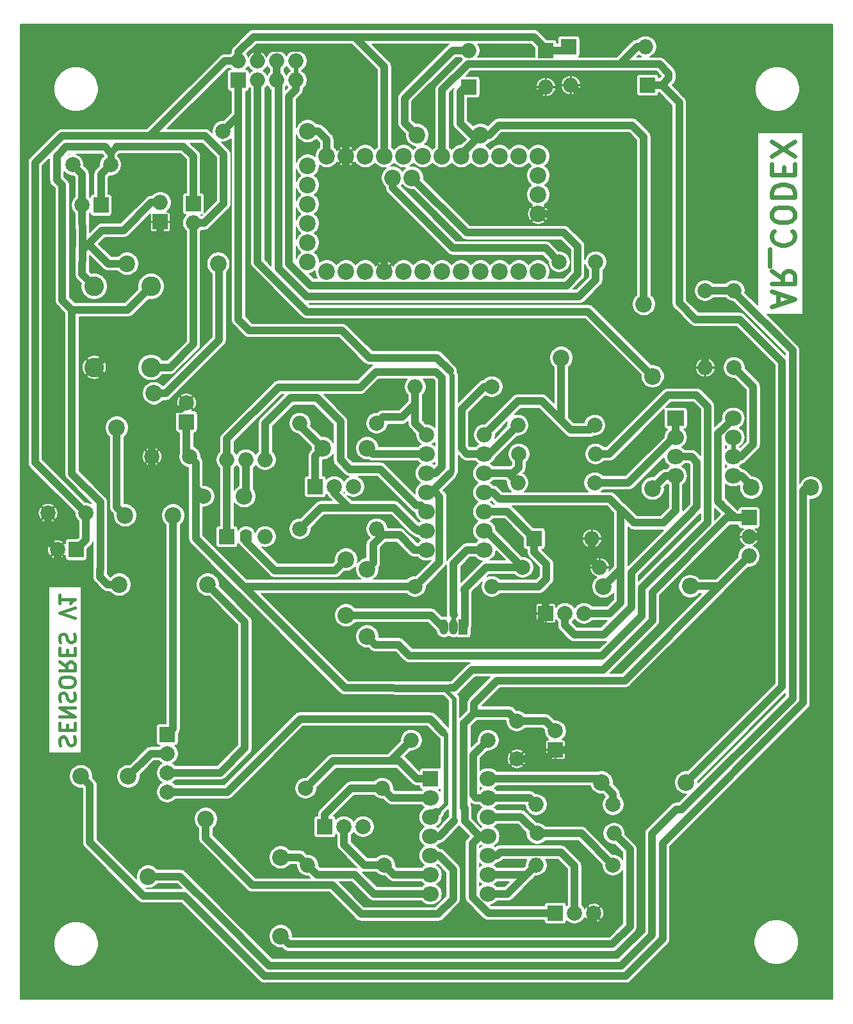
<source format=gbl>
G04 #@! TF.GenerationSoftware,KiCad,Pcbnew,(5.1.6)-1*
G04 #@! TF.CreationDate,2020-06-09T21:43:49-06:00*
G04 #@! TF.ProjectId,Sensores,53656e73-6f72-4657-932e-6b696361645f,rev?*
G04 #@! TF.SameCoordinates,PX83c6600PY697e1a8*
G04 #@! TF.FileFunction,Copper,L2,Bot*
G04 #@! TF.FilePolarity,Positive*
%FSLAX46Y46*%
G04 Gerber Fmt 4.6, Leading zero omitted, Abs format (unit mm)*
G04 Created by KiCad (PCBNEW (5.1.6)-1) date 2020-06-09 21:43:49*
%MOMM*%
%LPD*%
G01*
G04 APERTURE LIST*
G04 #@! TA.AperFunction,NonConductor*
%ADD10C,0.400000*%
G04 #@! TD*
G04 #@! TA.AperFunction,NonConductor*
%ADD11C,0.600000*%
G04 #@! TD*
G04 #@! TA.AperFunction,ComponentPad*
%ADD12C,2.200000*%
G04 #@! TD*
G04 #@! TA.AperFunction,ComponentPad*
%ADD13C,2.000000*%
G04 #@! TD*
G04 #@! TA.AperFunction,ComponentPad*
%ADD14R,2.000000X2.000000*%
G04 #@! TD*
G04 #@! TA.AperFunction,ComponentPad*
%ADD15O,2.000000X2.000000*%
G04 #@! TD*
G04 #@! TA.AperFunction,ComponentPad*
%ADD16C,2.600000*%
G04 #@! TD*
G04 #@! TA.AperFunction,ComponentPad*
%ADD17O,1.150000X2.000000*%
G04 #@! TD*
G04 #@! TA.AperFunction,ComponentPad*
%ADD18R,1.150000X2.000000*%
G04 #@! TD*
G04 #@! TA.AperFunction,ComponentPad*
%ADD19O,2.200000X2.000000*%
G04 #@! TD*
G04 #@! TA.AperFunction,ComponentPad*
%ADD20R,2.200000X2.000000*%
G04 #@! TD*
G04 #@! TA.AperFunction,ComponentPad*
%ADD21O,1.600000X2.000000*%
G04 #@! TD*
G04 #@! TA.AperFunction,ViaPad*
%ADD22C,2.200000*%
G04 #@! TD*
G04 #@! TA.AperFunction,ViaPad*
%ADD23C,2.000000*%
G04 #@! TD*
G04 #@! TA.AperFunction,Conductor*
%ADD24C,0.500000*%
G04 #@! TD*
G04 #@! TA.AperFunction,Conductor*
%ADD25C,1.000000*%
G04 #@! TD*
G04 #@! TA.AperFunction,Conductor*
%ADD26C,0.600000*%
G04 #@! TD*
G04 #@! TA.AperFunction,Conductor*
%ADD27C,0.700000*%
G04 #@! TD*
G04 #@! TA.AperFunction,Conductor*
%ADD28C,0.900000*%
G04 #@! TD*
G04 #@! TA.AperFunction,Conductor*
%ADD29C,0.127000*%
G04 #@! TD*
G04 #@! TA.AperFunction,NonConductor*
%ADD30C,0.127000*%
G04 #@! TD*
G04 APERTURE END LIST*
D10*
X31829476Y-2840380D02*
X31734238Y-2554666D01*
X31734238Y-2078476D01*
X31829476Y-1888000D01*
X31924714Y-1792761D01*
X32115190Y-1697523D01*
X32305666Y-1697523D01*
X32496142Y-1792761D01*
X32591380Y-1888000D01*
X32686619Y-2078476D01*
X32781857Y-2459428D01*
X32877095Y-2649904D01*
X32972333Y-2745142D01*
X33162809Y-2840380D01*
X33353285Y-2840380D01*
X33543761Y-2745142D01*
X33639000Y-2649904D01*
X33734238Y-2459428D01*
X33734238Y-1983238D01*
X33639000Y-1697523D01*
X32781857Y-840380D02*
X32781857Y-173714D01*
X31734238Y112000D02*
X31734238Y-840380D01*
X33734238Y-840380D01*
X33734238Y112000D01*
X31734238Y969143D02*
X33734238Y969143D01*
X31734238Y2112000D01*
X33734238Y2112000D01*
X31829476Y2969143D02*
X31734238Y3254858D01*
X31734238Y3731048D01*
X31829476Y3921524D01*
X31924714Y4016762D01*
X32115190Y4112000D01*
X32305666Y4112000D01*
X32496142Y4016762D01*
X32591380Y3921524D01*
X32686619Y3731048D01*
X32781857Y3350096D01*
X32877095Y3159620D01*
X32972333Y3064381D01*
X33162809Y2969143D01*
X33353285Y2969143D01*
X33543761Y3064381D01*
X33639000Y3159620D01*
X33734238Y3350096D01*
X33734238Y3826286D01*
X33639000Y4112000D01*
X33734238Y5350096D02*
X33734238Y5731048D01*
X33639000Y5921524D01*
X33448523Y6112000D01*
X33067571Y6207239D01*
X32400904Y6207239D01*
X32019952Y6112000D01*
X31829476Y5921524D01*
X31734238Y5731048D01*
X31734238Y5350096D01*
X31829476Y5159620D01*
X32019952Y4969143D01*
X32400904Y4873905D01*
X33067571Y4873905D01*
X33448523Y4969143D01*
X33639000Y5159620D01*
X33734238Y5350096D01*
X31734238Y8207239D02*
X32686619Y7540572D01*
X31734238Y7064381D02*
X33734238Y7064381D01*
X33734238Y7826286D01*
X33639000Y8016762D01*
X33543761Y8112000D01*
X33353285Y8207239D01*
X33067571Y8207239D01*
X32877095Y8112000D01*
X32781857Y8016762D01*
X32686619Y7826286D01*
X32686619Y7064381D01*
X32781857Y9064381D02*
X32781857Y9731048D01*
X31734238Y10016762D02*
X31734238Y9064381D01*
X33734238Y9064381D01*
X33734238Y10016762D01*
X31829476Y10778667D02*
X31734238Y11064381D01*
X31734238Y11540572D01*
X31829476Y11731048D01*
X31924714Y11826286D01*
X32115190Y11921524D01*
X32305666Y11921524D01*
X32496142Y11826286D01*
X32591380Y11731048D01*
X32686619Y11540572D01*
X32781857Y11159620D01*
X32877095Y10969143D01*
X32972333Y10873905D01*
X33162809Y10778667D01*
X33353285Y10778667D01*
X33543761Y10873905D01*
X33639000Y10969143D01*
X33734238Y11159620D01*
X33734238Y11635810D01*
X33639000Y11921524D01*
X33734238Y14016762D02*
X31734238Y14683429D01*
X33734238Y15350096D01*
X31734238Y17064381D02*
X31734238Y15921524D01*
X31734238Y16492953D02*
X33734238Y16492953D01*
X33448523Y16302477D01*
X33258047Y16112000D01*
X33162809Y15921524D01*
D11*
X126754000Y55452715D02*
X126754000Y56881286D01*
X125896857Y55167000D02*
X128896857Y56167000D01*
X125896857Y57167000D01*
X125896857Y59881286D02*
X127325428Y58881286D01*
X125896857Y58167000D02*
X128896857Y58167000D01*
X128896857Y59309858D01*
X128754000Y59595572D01*
X128611142Y59738429D01*
X128325428Y59881286D01*
X127896857Y59881286D01*
X127611142Y59738429D01*
X127468285Y59595572D01*
X127325428Y59309858D01*
X127325428Y58167000D01*
X125611142Y60452715D02*
X125611142Y62738429D01*
X126182571Y65167000D02*
X126039714Y65024143D01*
X125896857Y64595572D01*
X125896857Y64309858D01*
X126039714Y63881286D01*
X126325428Y63595572D01*
X126611142Y63452715D01*
X127182571Y63309858D01*
X127611142Y63309858D01*
X128182571Y63452715D01*
X128468285Y63595572D01*
X128754000Y63881286D01*
X128896857Y64309858D01*
X128896857Y64595572D01*
X128754000Y65024143D01*
X128611142Y65167000D01*
X128896857Y67024143D02*
X128896857Y67595572D01*
X128754000Y67881286D01*
X128468285Y68167000D01*
X127896857Y68309858D01*
X126896857Y68309858D01*
X126325428Y68167000D01*
X126039714Y67881286D01*
X125896857Y67595572D01*
X125896857Y67024143D01*
X126039714Y66738429D01*
X126325428Y66452715D01*
X126896857Y66309858D01*
X127896857Y66309858D01*
X128468285Y66452715D01*
X128754000Y66738429D01*
X128896857Y67024143D01*
X125896857Y69595572D02*
X128896857Y69595572D01*
X128896857Y70309858D01*
X128754000Y70738429D01*
X128468285Y71024143D01*
X128182571Y71167000D01*
X127611142Y71309858D01*
X127182571Y71309858D01*
X126611142Y71167000D01*
X126325428Y71024143D01*
X126039714Y70738429D01*
X125896857Y70309858D01*
X125896857Y69595572D01*
X127468285Y72595572D02*
X127468285Y73595572D01*
X125896857Y74024143D02*
X125896857Y72595572D01*
X128896857Y72595572D01*
X128896857Y74024143D01*
X128896857Y75024143D02*
X125896857Y77024143D01*
X128896857Y77024143D02*
X125896857Y75024143D01*
D12*
X67056000Y59817000D03*
X69596000Y59817000D03*
X72136000Y59817000D03*
X74676000Y59817000D03*
X77216000Y59817000D03*
X79756000Y59817000D03*
X82296000Y59817000D03*
X84836000Y59817000D03*
X87376000Y59817000D03*
X89916000Y59817000D03*
X92456000Y59817000D03*
X94996000Y59817000D03*
X94996000Y75057000D03*
X92456000Y75057000D03*
X89916000Y75057000D03*
X87376000Y75057000D03*
X84836000Y75057000D03*
X82296000Y75057000D03*
X79756000Y75057000D03*
X77216000Y75057000D03*
X74676000Y75057000D03*
X72136000Y75057000D03*
X69596000Y75057000D03*
X67056000Y75057000D03*
X75787250Y72199500D03*
X78327250Y72199500D03*
X64516000Y61087000D03*
X64516000Y63627000D03*
X64516000Y66167000D03*
X64516000Y68707000D03*
X64516000Y71247000D03*
X64516000Y73787000D03*
X94996000Y72517000D03*
X94996000Y69977000D03*
X94996000Y67437000D03*
D13*
X45974000Y-9017000D03*
X45974000Y-6477000D03*
X45974000Y-3937000D03*
D14*
X45974000Y-1397000D03*
X96012000Y14605000D03*
D13*
X98552000Y14605000D03*
X101092000Y14605000D03*
D15*
X64516000Y-18669000D03*
D13*
X74676000Y-18669000D03*
D16*
X43822000Y57835800D03*
X43822000Y47135800D03*
X36322000Y47135800D03*
X36322000Y57835800D03*
D13*
X43942000Y35331400D03*
X48942000Y35331400D03*
X92202000Y-4619000D03*
X92202000Y381000D03*
D14*
X55372000Y85090000D03*
D15*
X55372000Y87630000D03*
X57912000Y85090000D03*
X57912000Y87630000D03*
X60452000Y85090000D03*
X60452000Y87630000D03*
X62992000Y85090000D03*
X62992000Y87630000D03*
X63500000Y39751000D03*
D13*
X73660000Y39751000D03*
D14*
X94488000Y24511000D03*
D15*
X102108000Y24511000D03*
D17*
X83820000Y12827000D03*
X82550000Y12827000D03*
D18*
X85090000Y12827000D03*
D14*
X66802000Y-13589000D03*
D13*
X69342000Y-13589000D03*
X71882000Y-13589000D03*
X102362000Y-25019000D03*
X99822000Y-25019000D03*
D14*
X97282000Y-25019000D03*
D13*
X70612000Y31369000D03*
X68072000Y31369000D03*
D14*
X65532000Y31369000D03*
D15*
X87884000Y38227000D03*
D19*
X80264000Y22987000D03*
X87884000Y35687000D03*
X80264000Y25527000D03*
X87884000Y33147000D03*
X80264000Y28067000D03*
X87884000Y30607000D03*
X80264000Y30607000D03*
X87884000Y28067000D03*
X80264000Y33147000D03*
X87884000Y25527000D03*
X80264000Y35687000D03*
X87884000Y22987000D03*
D13*
X80264000Y38227000D03*
D14*
X80772000Y-7239000D03*
D19*
X88392000Y-22479000D03*
X80772000Y-9779000D03*
X88392000Y-19939000D03*
X80772000Y-12319000D03*
X88392000Y-17399000D03*
X80772000Y-14859000D03*
X88392000Y-14859000D03*
X80772000Y-17399000D03*
X88392000Y-12319000D03*
X80772000Y-19939000D03*
X88392000Y-9779000D03*
X80772000Y-22479000D03*
X88392000Y-7239000D03*
D15*
X88900000Y18161000D03*
D13*
X78740000Y18161000D03*
X92964000Y20701000D03*
D15*
X103124000Y20701000D03*
D13*
X64262000Y-8509000D03*
D15*
X74422000Y-8509000D03*
D13*
X88392000Y-2159000D03*
D15*
X78232000Y-2159000D03*
X105029000Y-14478000D03*
D13*
X94869000Y-14478000D03*
X104902000Y-18669000D03*
D15*
X94742000Y-18669000D03*
X94742000Y-10668000D03*
D13*
X104902000Y-10668000D03*
X63500000Y25781000D03*
D15*
X73660000Y25781000D03*
X102616000Y35687000D03*
D13*
X92456000Y35687000D03*
X88900000Y44577000D03*
D15*
X78740000Y44577000D03*
X92329000Y39497000D03*
D13*
X102489000Y39497000D03*
D14*
X122885200Y27254200D03*
D15*
X122885200Y24714200D03*
X122885200Y22174200D03*
D14*
X48514000Y39943400D03*
D13*
X48514000Y42443400D03*
X97282000Y-929000D03*
D14*
X97282000Y-3429000D03*
D13*
X38481000Y73914000D03*
X33481000Y73914000D03*
X34711000Y68580000D03*
D14*
X37211000Y68580000D03*
D13*
X31434400Y23037800D03*
D14*
X33934400Y23037800D03*
D13*
X35204400Y27863800D03*
X30204400Y27863800D03*
D14*
X49428400Y68757800D03*
D15*
X49428400Y66217800D03*
X45059600Y68910200D03*
D14*
X45059600Y66370200D03*
D15*
X85852000Y89027000D03*
D14*
X96012000Y89027000D03*
D15*
X109220000Y89535000D03*
D14*
X99060000Y89535000D03*
X85852000Y84201000D03*
D15*
X96012000Y84201000D03*
D14*
X109474000Y84455000D03*
D15*
X99314000Y84455000D03*
D13*
X102489000Y31877000D03*
D15*
X92329000Y31877000D03*
D20*
X113182400Y40411400D03*
D19*
X120802400Y32791400D03*
X113182400Y37871400D03*
X120802400Y35331400D03*
X113182400Y35331400D03*
X120802400Y37871400D03*
X113182400Y32791400D03*
X120802400Y40411400D03*
D14*
X53848000Y24765000D03*
D15*
X58928000Y34925000D03*
D21*
X56388000Y24765000D03*
D15*
X56388000Y34925000D03*
X58928000Y24765000D03*
X53848000Y34925000D03*
X117094000Y47117000D03*
D13*
X117094000Y57277000D03*
X120904000Y47117000D03*
D15*
X120904000Y57277000D03*
D22*
X72390000Y81661000D03*
X86868000Y81711800D03*
X94488000Y2921000D03*
X94488000Y11557000D03*
D23*
X97790000Y61087000D03*
X102616000Y61087000D03*
D22*
X103632000Y18161000D03*
X115112800Y18211800D03*
X110134400Y45948600D03*
X110134400Y31115000D03*
D23*
X53340000Y78359000D03*
X50800000Y30099000D03*
D22*
X56134000Y30099000D03*
X64516000Y78359000D03*
X103378000Y-7747000D03*
X114554000Y-7747000D03*
X69596000Y21717000D03*
X69596000Y14351000D03*
X60960000Y-17653000D03*
X60960000Y-28067000D03*
X72390000Y36449000D03*
X66548000Y36449000D03*
X72390000Y20447000D03*
X72390000Y11557000D03*
X123181600Y31242000D03*
X131064000Y31242000D03*
X34544000Y-6932913D03*
X40819087Y-6932913D03*
X78994000Y77851000D03*
X87376000Y77851000D03*
X108966000Y55499000D03*
X98044000Y48387000D03*
X39624000Y18415000D03*
X51308000Y18415000D03*
X46736000Y27559000D03*
X40386000Y27559000D03*
X39286001Y39159001D03*
X44208110Y43707472D03*
X52722000Y60833000D03*
X40640000Y60833000D03*
X43434000Y-20193000D03*
X51054000Y-12573000D03*
D24*
X102015000Y21717000D02*
X102108000Y21717000D01*
D25*
X41434000Y52247800D02*
X36322000Y47135800D01*
X45059600Y64520200D02*
X46939200Y62640600D01*
X45059600Y66370200D02*
X45059600Y64520200D01*
X46939200Y62640600D02*
X46939200Y54889400D01*
X46939200Y54889400D02*
X44297600Y52247800D01*
X44297600Y52247800D02*
X41434000Y52247800D01*
X43942000Y39515800D02*
X43942000Y35331400D01*
X36322000Y47135800D02*
X43942000Y39515800D01*
X46069601Y41643401D02*
X43942000Y39515800D01*
X47714001Y41643401D02*
X46069601Y41643401D01*
X48514000Y42443400D02*
X47714001Y41643401D01*
X43942000Y35331400D02*
X43942000Y12827000D01*
X30204400Y24267800D02*
X31434400Y23037800D01*
X30204400Y27863800D02*
X30204400Y24267800D01*
X40513830Y12827000D02*
X43942000Y12827000D01*
X31434400Y23037800D02*
X31434400Y21906430D01*
X48310800Y-18846800D02*
X52959000Y-23495000D01*
D26*
X52959000Y-23495000D02*
X52832000Y-23495000D01*
D25*
X108642010Y-27294060D02*
X108642010Y-9201010D01*
X108642010Y-9201010D02*
X102870000Y-3429000D01*
X60229610Y-30537010D02*
X105399061Y-30537009D01*
X105399061Y-30537009D02*
X108642010Y-27294060D01*
X52959000Y-23495000D02*
X53187600Y-23495000D01*
X60936002Y-23495000D02*
X52984400Y-23495000D01*
X63969003Y-26528001D02*
X60936002Y-23495000D01*
X52984400Y-23495000D02*
X60229610Y-30537010D01*
X53187600Y-23495000D02*
X52984400Y-23495000D01*
X77048601Y-26528001D02*
X78079600Y-27559000D01*
X63969003Y-26528001D02*
X77048601Y-26528001D01*
X100683256Y-27559000D02*
X78079600Y-27559000D01*
X102362000Y-25880256D02*
X100683256Y-27559000D01*
X102362000Y-25019000D02*
X102362000Y-25880256D01*
X102870000Y-3429000D02*
X97282000Y-3429000D01*
X96092000Y-4619000D02*
X97282000Y-3429000D01*
X92202000Y-4619000D02*
X96092000Y-4619000D01*
X102870000Y-3429000D02*
X96520000Y2921000D01*
X69596000Y78867000D02*
X72390000Y81661000D01*
X69596000Y78460600D02*
X69596000Y78867000D01*
X69596000Y78460600D02*
X69596000Y75057000D01*
X109931200Y81711800D02*
X112268000Y79375000D01*
X96570800Y81711800D02*
X98724800Y81711800D01*
X96570800Y81742200D02*
X96570800Y81711800D01*
X102108000Y21717000D02*
X103124000Y20701000D01*
X102108000Y24511000D02*
X102108000Y21717000D01*
X101515000Y21717000D02*
X102108000Y21717000D01*
X96012000Y16214000D02*
X101515000Y21717000D01*
X96012000Y14605000D02*
X96012000Y16214000D01*
X69596000Y75057000D02*
X69596000Y72720200D01*
X74676000Y67640200D02*
X74676000Y59817000D01*
X69596000Y72720200D02*
X74676000Y67640200D01*
X107643912Y2921000D02*
X96520000Y2921000D01*
X123037600Y18262600D02*
X122985512Y18262600D01*
X122985512Y18262600D02*
X107643912Y2921000D01*
X94996000Y67437000D02*
X100584000Y67437000D01*
X106426000Y61595000D02*
X106426000Y53670200D01*
X100584000Y67437000D02*
X106426000Y61595000D01*
X106426000Y53670200D02*
X108813600Y51282600D01*
X108813600Y51282600D02*
X110439200Y51282600D01*
X112268000Y53111400D02*
X112268000Y79375000D01*
X110439200Y51282600D02*
X112268000Y53111400D01*
X125780800Y21057888D02*
X122985512Y18262600D01*
X125780800Y23952200D02*
X125780800Y21057888D01*
X122885200Y24714200D02*
X125018800Y24714200D01*
X125018800Y24714200D02*
X125780800Y23952200D01*
X69596000Y86741000D02*
X69596000Y78460600D01*
X57912000Y89027000D02*
X58265001Y89380001D01*
X58265001Y89380001D02*
X68226999Y89380001D01*
X69596000Y88011000D02*
X69596000Y86741000D01*
X57912000Y87630000D02*
X57912000Y89027000D01*
X68226999Y89380001D02*
X69596000Y88011000D01*
X96520000Y2921000D02*
X94488000Y2921000D01*
X95758000Y14605000D02*
X96012000Y14605000D01*
X94488000Y11557000D02*
X95758000Y14605000D01*
X93472000Y81661000D02*
X92710000Y81661000D01*
X96012000Y84201000D02*
X93472000Y81661000D01*
X86868000Y81711800D02*
X92710000Y81661000D01*
X92710000Y81661000D02*
X96570800Y81711800D01*
X100213999Y82793001D02*
X101346000Y81661000D01*
X100213999Y83555001D02*
X100213999Y82793001D01*
X99314000Y84455000D02*
X100213999Y83555001D01*
X96570800Y81711800D02*
X101346000Y81661000D01*
X101346000Y81661000D02*
X109931200Y81711800D01*
X48310800Y-18846800D02*
X48310800Y-18719800D01*
X38163915Y-8572915D02*
X38163915Y15176915D01*
X48310800Y-18719800D02*
X38163915Y-8572915D01*
X38163915Y15176915D02*
X40513830Y12827000D01*
X31434400Y21906430D02*
X38163915Y15176915D01*
X117094000Y47117000D02*
X117094000Y49657000D01*
X117094000Y49657000D02*
X118719600Y51282600D01*
X110439200Y51282600D02*
X118719600Y51282600D01*
X121818400Y51282600D02*
X118719600Y51282600D01*
X125831600Y25628600D02*
X125831600Y47269400D01*
X125831600Y47269400D02*
X121818400Y51282600D01*
X125018800Y24815800D02*
X125831600Y25628600D01*
X125018800Y24714200D02*
X125018800Y24815800D01*
X55372000Y87630000D02*
X54169919Y87630000D01*
X54169919Y87630000D02*
X53568600Y87630000D01*
X53568600Y87630000D02*
X43665610Y77727010D01*
X53441600Y75260200D02*
X53441600Y72567800D01*
X43665610Y77727010D02*
X50974790Y77727010D01*
D26*
X53390800Y73380600D02*
X53441600Y72567800D01*
D25*
X50974790Y77727010D02*
X53441600Y75260200D01*
X53441600Y72567800D02*
X53441600Y68808600D01*
X50850800Y66217800D02*
X49428400Y66217800D01*
X53441600Y68808600D02*
X50850800Y66217800D01*
X49428400Y66217800D02*
X49428400Y50215800D01*
X46348400Y47135800D02*
X43822000Y47135800D01*
X49428400Y50215800D02*
X46348400Y47135800D01*
X28504399Y74172312D02*
X28504399Y34563801D01*
X32059098Y77727010D02*
X28504399Y74172312D01*
X34404401Y28663799D02*
X35204400Y27863800D01*
X28504399Y34563801D02*
X34404401Y28663799D01*
X43665610Y77727010D02*
X32059098Y77727010D01*
X35204400Y24307800D02*
X33934400Y23037800D01*
X35204400Y27863800D02*
X35204400Y24307800D01*
X57366920Y90827001D02*
X55372000Y88832081D01*
X55372000Y88832081D02*
X55372000Y87630000D01*
X69980399Y90827001D02*
X70742399Y90827001D01*
X69980399Y90827001D02*
X57366920Y90827001D01*
X93957999Y90827001D02*
X69980399Y90827001D01*
X74676000Y86893400D02*
X74676000Y75057000D01*
X70742399Y90827001D02*
X74676000Y86893400D01*
X96012000Y89027000D02*
X96012000Y89281000D01*
X94465999Y90827001D02*
X93957999Y90827001D01*
X96012000Y89281000D02*
X94465999Y90827001D01*
X98552000Y89027000D02*
X99060000Y89535000D01*
X96012000Y89027000D02*
X98552000Y89027000D01*
D26*
X94488000Y25019000D02*
X94488000Y24511000D01*
D25*
X94386400Y18161000D02*
X88900000Y18161000D01*
X94386400Y18161000D02*
X94589600Y18161000D01*
X94488000Y22711000D02*
X96113600Y21085400D01*
X94488000Y24511000D02*
X94488000Y22711000D01*
X96113600Y21085400D02*
X96113600Y19177000D01*
X95097600Y18161000D02*
X94386400Y18161000D01*
X96113600Y19177000D02*
X95097600Y18161000D01*
X90932000Y28067000D02*
X94488000Y24511000D01*
X87884000Y28067000D02*
X90932000Y28067000D01*
D26*
X62992000Y87630000D02*
X62992000Y85090000D01*
D25*
X64902895Y57977199D02*
X98744199Y57977199D01*
X62053999Y60826095D02*
X64902895Y57977199D01*
X62053999Y82949918D02*
X62053999Y60826095D01*
X62992000Y85090000D02*
X62992000Y83887919D01*
X62992000Y83887919D02*
X62053999Y82949918D01*
X98744199Y57977199D02*
X100228400Y59461400D01*
X100228400Y59461400D02*
X100228400Y63119000D01*
X100228400Y63119000D02*
X98399600Y64947800D01*
X85578950Y64947800D02*
X78327250Y72199500D01*
X98399600Y64947800D02*
X85578950Y64947800D01*
X75787250Y70870423D02*
X83741873Y62915800D01*
X75787250Y72199500D02*
X75787250Y70870423D01*
X95961200Y62915800D02*
X97790000Y61087000D01*
X83741873Y62915800D02*
X95961200Y62915800D01*
X60653989Y60246192D02*
X64385181Y56515000D01*
X60452000Y85090000D02*
X60653989Y84888011D01*
X60653989Y84888011D02*
X60653989Y60246192D01*
X64385181Y56515000D02*
X100431600Y56515000D01*
X102616000Y58699400D02*
X102616000Y61087000D01*
X100431600Y56515000D02*
X102616000Y58699400D01*
X60452000Y87630000D02*
X60452000Y85090000D01*
X87260630Y-14859000D02*
X86309200Y-15810430D01*
X88392000Y-14859000D02*
X87260630Y-14859000D01*
X95673000Y-25019000D02*
X97282000Y-25019000D01*
X88415998Y-25019000D02*
X95673000Y-25019000D01*
X86309200Y-22912202D02*
X88415998Y-25019000D01*
X86309200Y-15810430D02*
X86309200Y-22912202D01*
X85291989Y176589D02*
X86512400Y1397000D01*
X87260630Y-14845230D02*
X85291989Y-12876589D01*
X87260630Y-14859000D02*
X87260630Y-14845230D01*
D26*
X86512400Y1397000D02*
X86360000Y1397000D01*
D25*
X95972000Y381000D02*
X97282000Y-929000D01*
X92202000Y381000D02*
X95972000Y381000D01*
X91186000Y1397000D02*
X92202000Y381000D01*
X86512400Y1397000D02*
X91186000Y1397000D01*
X57912000Y61008269D02*
X64437269Y54483000D01*
X57912000Y85090000D02*
X57912000Y61008269D01*
X64437269Y54483000D02*
X101600000Y54483000D01*
X101092000Y14605000D02*
X104495600Y14605000D01*
X104495600Y14605000D02*
X105918000Y16027400D01*
X89015370Y30607000D02*
X89878970Y29743400D01*
X87884000Y30607000D02*
X89015370Y30607000D01*
X104495600Y29743400D02*
X105918000Y28321000D01*
X89878970Y29743400D02*
X104495600Y29743400D01*
X105918000Y20447000D02*
X103632000Y18161000D01*
X105918000Y21259800D02*
X105918000Y28321000D01*
X105918000Y21259800D02*
X105918000Y20447000D01*
X105918000Y16027400D02*
X105918000Y21259800D01*
X105918000Y28321000D02*
X105968800Y28321000D01*
X105968800Y28321000D02*
X107696000Y26593800D01*
X107696000Y26593800D02*
X111556800Y26593800D01*
X113182400Y28219400D02*
X113182400Y32791400D01*
X111556800Y26593800D02*
X113182400Y28219400D01*
X118922800Y18211800D02*
X122885200Y22174200D01*
X115112800Y18211800D02*
X118922800Y18211800D01*
X107035600Y49047400D02*
X107442000Y48641000D01*
X107035600Y49047400D02*
X110134400Y45948600D01*
X101600000Y54483000D02*
X107035600Y49047400D01*
X111810800Y32791400D02*
X110134400Y31115000D01*
X113182400Y32791400D02*
X111810800Y32791400D01*
X89582790Y5737390D02*
X86512400Y2667000D01*
X106448390Y5737390D02*
X89582790Y5737390D01*
X118922800Y18211800D02*
X106448390Y5737390D01*
X86512400Y1397000D02*
X86512400Y2667000D01*
X85191980Y76580D02*
X85291989Y176589D01*
X85191980Y-11063069D02*
X85191980Y76580D01*
X85291989Y-11163078D02*
X85191980Y-11063069D01*
X85291989Y-12876589D02*
X85291989Y-11163078D01*
X48514000Y35759400D02*
X48942000Y35331400D01*
X48514000Y39943400D02*
X48514000Y35759400D01*
X48942000Y35331400D02*
X49741999Y34531401D01*
X49741999Y24502201D02*
X56083200Y18161000D01*
X49733200Y27594200D02*
X49733200Y26441400D01*
X49741999Y34531401D02*
X49733200Y26441400D01*
X49733200Y26441400D02*
X49741999Y24502201D01*
X81903370Y-14859000D02*
X83889990Y-12872380D01*
X83889990Y4768990D02*
X86106000Y6985000D01*
X80772000Y-14859000D02*
X81903370Y-14859000D01*
X81964001Y21385001D02*
X78740000Y18161000D01*
X81964001Y30038369D02*
X81964001Y21385001D01*
X81395370Y30607000D02*
X81964001Y30038369D01*
X80264000Y30607000D02*
X81395370Y30607000D01*
X69068810Y52012990D02*
X56826010Y52012990D01*
X71069200Y50012600D02*
X69068810Y52012990D01*
X55372000Y53467000D02*
X56826010Y52012990D01*
X55372000Y80391000D02*
X53340000Y78359000D01*
X55372000Y82626200D02*
X55372000Y80391000D01*
X55372000Y82626200D02*
X55372000Y53467000D01*
X55372000Y85090000D02*
X55372000Y82626200D01*
X83364011Y46657302D02*
X81634313Y48387000D01*
X80264000Y30607000D02*
X80835283Y30607000D01*
X80835283Y30607000D02*
X83364011Y33135728D01*
X72694800Y48387000D02*
X71069200Y50012600D01*
X81634313Y48387000D02*
X72694800Y48387000D01*
X120002401Y39611401D02*
X120802400Y40411400D01*
X122885200Y27254200D02*
X121035200Y27254200D01*
X86258400Y7137400D02*
X83889990Y4768990D01*
X119988312Y27254200D02*
X110118030Y17383918D01*
X121035200Y27254200D02*
X119988312Y27254200D01*
X110118030Y17383918D02*
X110118030Y13675517D01*
X103579913Y7137400D02*
X86258400Y7137400D01*
X110118030Y13675517D02*
X103579913Y7137400D01*
X49741999Y34531401D02*
X49741999Y31157001D01*
X49741999Y31157001D02*
X50800000Y30099000D01*
X56388000Y30353000D02*
X56134000Y30099000D01*
X56388000Y34925000D02*
X56388000Y30353000D01*
X69475210Y4768990D02*
X56083200Y18161000D01*
X78740000Y18161000D02*
X56083200Y18161000D01*
X120002401Y39571401D02*
X119166000Y38735000D01*
X120002401Y39611401D02*
X120002401Y39571401D01*
X119166000Y38735000D02*
X119126000Y38735000D01*
X118802390Y38411390D02*
X118802390Y29406610D01*
X118802390Y29406610D02*
X119380000Y28829000D01*
X119126000Y38735000D02*
X118802390Y38411390D01*
X121035200Y27254200D02*
X119380000Y28829000D01*
X119380000Y28829000D02*
X119176800Y29112600D01*
D24*
X83633979Y33405696D02*
X83364011Y33135728D01*
D27*
X83633979Y46033780D02*
X83633979Y33405696D01*
D24*
X83364011Y46303748D02*
X83633979Y46033780D01*
X83364011Y46657302D02*
X83364011Y46303748D01*
D26*
X83889990Y3359010D02*
X82550000Y4699000D01*
X83889990Y-12872380D02*
X83889990Y3359010D01*
D25*
X83889990Y4768990D02*
X82550000Y4699000D01*
X82550000Y4699000D02*
X69475210Y4768990D01*
X67056000Y77241400D02*
X67056000Y75057000D01*
X65938400Y78359000D02*
X67056000Y77241400D01*
X64516000Y78359000D02*
X65938400Y78359000D01*
D26*
X114953999Y-7347001D02*
X114554000Y-7747000D01*
D25*
X102870000Y-7239000D02*
X103378000Y-7747000D01*
X97282000Y-7239000D02*
X96621600Y-7239000D01*
X88392000Y-7239000D02*
X96621600Y-7239000D01*
X96621600Y-7239000D02*
X102870000Y-7239000D01*
X82296000Y83817002D02*
X85705997Y87226999D01*
X85705997Y87226999D02*
X105773999Y87226999D01*
X82296000Y75057000D02*
X82296000Y83817002D01*
X105773999Y87226999D02*
X106956001Y87226999D01*
X106956001Y87226999D02*
X111020001Y87226999D01*
X112268000Y85349000D02*
X112268000Y85979000D01*
X111374000Y84455000D02*
X112268000Y85349000D01*
X111020001Y87226999D02*
X112268000Y85979000D01*
X109474000Y84455000D02*
X111374000Y84455000D01*
X107574000Y89027000D02*
X105773999Y87226999D01*
X109220000Y89535000D02*
X108082000Y89535000D01*
X108082000Y89535000D02*
X107574000Y89027000D01*
X113668010Y82160990D02*
X111374000Y84455000D01*
X113668010Y55622990D02*
X113668010Y82160990D01*
X121613913Y53467000D02*
X115824000Y53467000D01*
X127231610Y47849303D02*
X121613913Y53467000D01*
X127231610Y4930610D02*
X127231610Y47849303D01*
X115824000Y53467000D02*
X113668010Y55622990D01*
X114554000Y-7747000D02*
X127231610Y4930610D01*
X104902000Y-9271000D02*
X103378000Y-7747000D01*
X104902000Y-10668000D02*
X104902000Y-9271000D01*
D26*
X83820000Y12827000D02*
X83820000Y21209000D01*
D25*
X85598000Y22987000D02*
X83820000Y21209000D01*
X87884000Y22987000D02*
X85598000Y22987000D01*
X83820000Y14503400D02*
X83889990Y14433410D01*
X83820000Y21209000D02*
X83820000Y14503400D01*
X56388000Y24089000D02*
X60182400Y20294600D01*
X68173600Y20294600D02*
X69596000Y21717000D01*
X60182400Y20294600D02*
X68173600Y20294600D01*
X80820990Y14351000D02*
X82344990Y12827000D01*
X69596000Y14351000D02*
X80820990Y14351000D01*
D26*
X92710000Y20701000D02*
X92964000Y20701000D01*
D25*
X92964000Y20701000D02*
X88138000Y20701000D01*
X85220010Y17783010D02*
X85220010Y17653000D01*
X88138000Y20701000D02*
X85220010Y17783010D01*
X85289999Y13026999D02*
X85245010Y12982010D01*
X85245010Y12982010D02*
X85245010Y12827000D01*
X85220010Y17783010D02*
X85289999Y17713021D01*
X85289999Y17713021D02*
X85289999Y13026999D01*
X88138000Y25527000D02*
X92964000Y20701000D01*
X87884000Y25527000D02*
X88138000Y25527000D01*
X64262000Y-8509000D02*
X67868800Y-4902200D01*
X75488800Y-4902200D02*
X78232000Y-2159000D01*
X67868800Y-4902200D02*
X75488800Y-4902200D01*
X76635200Y-4902200D02*
X75488800Y-4902200D01*
X78972000Y-7239000D02*
X76635200Y-4902200D01*
X80772000Y-7239000D02*
X78972000Y-7239000D01*
X70273000Y-8509000D02*
X73290630Y-8509000D01*
X66802000Y-11980000D02*
X70273000Y-8509000D01*
X73290630Y-8509000D02*
X74422000Y-8509000D01*
X66802000Y-13589000D02*
X66802000Y-11980000D01*
X75692000Y-9779000D02*
X80772000Y-9779000D01*
X74422000Y-8509000D02*
X75692000Y-9779000D01*
D26*
X64516000Y-18669000D02*
X64516000Y-19177000D01*
D25*
X65757590Y-19910590D02*
X70735990Y-19910590D01*
X64516000Y-18669000D02*
X65757590Y-19910590D01*
X73304400Y-22479000D02*
X80772000Y-22479000D01*
X70735990Y-19910590D02*
X73304400Y-22479000D01*
X60960000Y-28067000D02*
X62030001Y-29137001D01*
X104819157Y-29137001D02*
X107137200Y-26818958D01*
X62030001Y-29137001D02*
X104819157Y-29137001D01*
X64262000Y-18923000D02*
X64516000Y-18669000D01*
X63500000Y-17653000D02*
X64516000Y-18669000D01*
X60960000Y-17653000D02*
X63500000Y-17653000D01*
X107137200Y-16586200D02*
X107137200Y-26818958D01*
X105029000Y-14478000D02*
X107137200Y-16586200D01*
X75946000Y-19939000D02*
X74676000Y-18669000D01*
X80772000Y-19939000D02*
X75946000Y-19939000D01*
X69342000Y-13589000D02*
X69342000Y-15976600D01*
X72034400Y-18669000D02*
X74676000Y-18669000D01*
X69342000Y-15976600D02*
X72034400Y-18669000D01*
X86391990Y-4159010D02*
X87392001Y-3158999D01*
X86391990Y-9378990D02*
X86391990Y-4159010D01*
X86792000Y-9779000D02*
X86391990Y-9378990D01*
X88392000Y-9779000D02*
X86792000Y-9779000D01*
X88392000Y-2159000D02*
X87693500Y-2857500D01*
D26*
X87392001Y-3158999D02*
X87693500Y-2857500D01*
D25*
X88392000Y-9779000D02*
X89662000Y-9779000D01*
X93853000Y-9779000D02*
X94742000Y-10668000D01*
X89662000Y-9779000D02*
X93853000Y-9779000D01*
X88392000Y-12319000D02*
X88144981Y-12319000D01*
X92710000Y-12319000D02*
X94869000Y-14478000D01*
X88392000Y-12319000D02*
X92710000Y-12319000D01*
X100711000Y-14478000D02*
X104902000Y-18669000D01*
X94869000Y-14478000D02*
X100711000Y-14478000D01*
X93472000Y-19939000D02*
X94742000Y-18669000D01*
X88392000Y-19939000D02*
X93472000Y-19939000D01*
X90932000Y-22479000D02*
X94742000Y-18669000D01*
X88392000Y-22479000D02*
X90932000Y-22479000D01*
X73152000Y35687000D02*
X72390000Y36449000D01*
X80264000Y35687000D02*
X73152000Y35687000D01*
X63500000Y39497000D02*
X66548000Y36449000D01*
X63500000Y39751000D02*
X63500000Y39497000D01*
X65532000Y35433000D02*
X66548000Y36449000D01*
X65532000Y31369000D02*
X65532000Y35433000D01*
X78740000Y39751000D02*
X80264000Y38227000D01*
X76999999Y40550999D02*
X78740000Y42291000D01*
X78740000Y39751000D02*
X78740000Y42291000D01*
X74459999Y40550999D02*
X76999999Y40550999D01*
X73660000Y39751000D02*
X74459999Y40550999D01*
X78740000Y42291000D02*
X78740000Y44577000D01*
X68072000Y31369000D02*
X68072000Y30507744D01*
X65200001Y27481001D02*
X63500000Y25781000D01*
X79132630Y25527000D02*
X78878630Y25781000D01*
X80264000Y25527000D02*
X79132630Y25527000D01*
X66294000Y28575000D02*
X65200001Y27481001D01*
X78878630Y25781000D02*
X78740000Y25781000D01*
X78740000Y25781000D02*
X75946000Y28575000D01*
X70004744Y28575000D02*
X71120000Y28575000D01*
X68072000Y30507744D02*
X70004744Y28575000D01*
X75946000Y28575000D02*
X71120000Y28575000D01*
X71120000Y28575000D02*
X66294000Y28575000D01*
D24*
X79132630Y22987000D02*
X80264000Y22987000D01*
X72390000Y20447000D02*
X72789999Y20846999D01*
D25*
X74459999Y24981001D02*
X76644399Y24981001D01*
X73660000Y25781000D02*
X74459999Y24981001D01*
X78638400Y22987000D02*
X80264000Y22987000D01*
X76644399Y24981001D02*
X78638400Y22987000D01*
X73189999Y23711001D02*
X74459999Y24981001D01*
X73189999Y21246999D02*
X73189999Y23711001D01*
X72390000Y20447000D02*
X73189999Y21246999D01*
X103479600Y9017000D02*
X108718020Y14255420D01*
X108718020Y14255420D02*
X108718020Y17963820D01*
X73489999Y10457001D02*
X76537999Y10457001D01*
X76537999Y10457001D02*
X77978000Y9017000D01*
X72390000Y11557000D02*
X73489999Y10457001D01*
X78194970Y9017000D02*
X77978000Y9017000D01*
X77978000Y9017000D02*
X103479600Y9017000D01*
X116052600Y25298400D02*
X116282411Y25528211D01*
X108718020Y17963820D02*
X116052600Y25298400D01*
X117402380Y26648180D02*
X116052600Y25298400D01*
X117402380Y41982620D02*
X117402380Y26648180D01*
X115925600Y43459400D02*
X117402380Y41982620D01*
X112166400Y43459400D02*
X115925600Y43459400D01*
X104394000Y35687000D02*
X112166400Y43459400D01*
X102616000Y35687000D02*
X104394000Y35687000D01*
X91059000Y33147000D02*
X92329000Y31877000D01*
X87884000Y33147000D02*
X91059000Y33147000D01*
X91059000Y33147000D02*
X91694000Y33147000D01*
X92456000Y33909000D02*
X92456000Y35687000D01*
X91694000Y33147000D02*
X92456000Y33909000D01*
X87884000Y44577000D02*
X88900000Y44577000D01*
X84883989Y41576989D02*
X87884000Y44577000D01*
X84883989Y36396989D02*
X84883989Y41576989D01*
X85593978Y35687000D02*
X84883989Y36396989D01*
X87884000Y35687000D02*
X85593978Y35687000D01*
X88519000Y35687000D02*
X87884000Y35687000D01*
X92329000Y39497000D02*
X88519000Y35687000D01*
X113182400Y40411400D02*
X113182400Y37871400D01*
X112935381Y37871400D02*
X113182400Y37871400D01*
X106940981Y31877000D02*
X112935381Y37871400D01*
X102489000Y31877000D02*
X106940981Y31877000D01*
X89953371Y-16968999D02*
X98020399Y-16968999D01*
X88392000Y-17399000D02*
X89523370Y-17399000D01*
X89523370Y-17399000D02*
X89953371Y-16968999D01*
X99822000Y-18770600D02*
X99822000Y-25019000D01*
X98020399Y-16968999D02*
X99822000Y-18770600D01*
X120802400Y32791400D02*
X121894600Y32791400D01*
X123181600Y31504400D02*
X123181600Y31242000D01*
X121894600Y32791400D02*
X123181600Y31504400D01*
X43815000Y-3937000D02*
X45974000Y-3937000D01*
X40819087Y-6932913D02*
X43815000Y-3937000D01*
X130429000Y31242000D02*
X131064000Y31242000D01*
X130031630Y2790715D02*
X130031630Y30844630D01*
X111442030Y-15798884D02*
X130031630Y2790715D01*
X106558866Y-33337028D02*
X111442030Y-28453866D01*
X58841204Y-33337028D02*
X106558866Y-33337028D01*
X48237176Y-22733000D02*
X58841204Y-33337028D01*
X130031630Y30844630D02*
X130429000Y31242000D01*
X42799000Y-22733000D02*
X48237176Y-22733000D01*
X35739087Y-15673087D02*
X42799000Y-22733000D01*
X111442030Y-28453866D02*
X111442030Y-15798884D01*
X35739087Y-8128000D02*
X35739087Y-15673087D01*
X34544000Y-6932913D02*
X35739087Y-8128000D01*
X63530238Y635000D02*
X80721200Y635000D01*
D26*
X82772010Y-1365010D02*
X80772000Y635000D01*
X82772010Y-10566009D02*
X82772010Y-1365010D01*
X81659009Y-11679010D02*
X82772010Y-10566009D01*
D25*
X81411990Y-11679010D02*
X81659009Y-11679010D01*
X80772000Y-12319000D02*
X81411990Y-11679010D01*
X80772000Y635000D02*
X82472001Y-1115801D01*
X80721200Y635000D02*
X80772000Y635000D01*
X53878238Y-9017000D02*
X63530238Y635000D01*
X45974000Y-9017000D02*
X53878238Y-9017000D01*
X53848000Y37668200D02*
X60678801Y44499001D01*
X53848000Y34925000D02*
X53848000Y37668200D01*
X60678801Y44499001D02*
X71499201Y44499001D01*
X81510399Y46531001D02*
X81964001Y46077399D01*
X73531201Y46531001D02*
X81510399Y46531001D01*
X71499201Y44499001D02*
X73531201Y46531001D01*
X53848000Y34925000D02*
X53848000Y24765000D01*
X82264010Y34015640D02*
X81395370Y33147000D01*
X81395370Y33147000D02*
X80264000Y33147000D01*
X81510399Y46531001D02*
X82264010Y45777390D01*
X82264010Y45777390D02*
X82264010Y34015640D01*
X79464001Y28866999D02*
X80264000Y28067000D01*
X78911053Y28866999D02*
X79464001Y28866999D01*
X70104000Y33655000D02*
X74123052Y33655000D01*
X68871999Y34887001D02*
X70104000Y33655000D01*
X74123052Y33655000D02*
X78911053Y28866999D01*
X58928000Y34925000D02*
X58928000Y39751000D01*
X62275991Y43098991D02*
X65740009Y43098991D01*
X58928000Y39751000D02*
X62275991Y43098991D01*
X68871999Y39967001D02*
X68871999Y34887001D01*
X65740009Y43098991D02*
X68871999Y39967001D01*
D26*
X87376000Y77851000D02*
X87775999Y78250999D01*
D25*
X83698000Y89027000D02*
X77368400Y82697400D01*
X77368400Y79476600D02*
X78994000Y77851000D01*
X77368400Y82697400D02*
X77368400Y79476600D01*
X84836000Y75311000D02*
X87376000Y77851000D01*
X84836000Y75057000D02*
X84836000Y75311000D01*
X84698001Y79397629D02*
X84698001Y83555001D01*
X86244630Y77851000D02*
X84698001Y79397629D01*
X87376000Y77851000D02*
X86244630Y77851000D01*
X88507370Y77851000D02*
X87376000Y77851000D01*
X89777370Y79121000D02*
X88507370Y77851000D01*
X108966000Y55499000D02*
X108966000Y77597000D01*
X108966000Y77597000D02*
X107442000Y79121000D01*
X107442000Y79121000D02*
X89777370Y79121000D01*
X85344000Y84201000D02*
X84698001Y83555001D01*
X85852000Y84201000D02*
X85344000Y84201000D01*
X85852000Y89027000D02*
X83698000Y89027000D01*
X98044000Y40132000D02*
X98044000Y48387000D01*
X99314000Y38862000D02*
X98044000Y40132000D01*
X87884000Y38227000D02*
X92329000Y42672000D01*
X95504000Y42672000D02*
X98044000Y40132000D01*
X92329000Y42672000D02*
X95504000Y42672000D01*
X101854000Y38862000D02*
X102489000Y39497000D01*
X99314000Y38862000D02*
X101854000Y38862000D01*
D26*
X49428400Y74853800D02*
X49428400Y75006200D01*
D28*
X39243000Y76327000D02*
X38481000Y75565000D01*
X38481000Y75565000D02*
X38481000Y73914000D01*
D25*
X48006000Y76327000D02*
X48056800Y76276200D01*
X39243000Y76327000D02*
X48006000Y76327000D01*
D28*
X48107600Y76327000D02*
X48056800Y76276200D01*
D25*
X48107600Y76327000D02*
X49428400Y75006200D01*
X48006000Y76327000D02*
X48107600Y76327000D01*
X49428400Y74853800D02*
X49428400Y68757800D01*
D26*
X32105600Y71196200D02*
X32004000Y71247000D01*
D25*
X31419800Y71882000D02*
X32105600Y71196200D01*
X38455600Y75565000D02*
X37744400Y76276200D01*
X31369000Y71882000D02*
X31419800Y71882000D01*
X38481000Y75565000D02*
X38455600Y75565000D01*
X31369000Y75057000D02*
X31369000Y71882000D01*
X37744400Y76276200D02*
X32588200Y76276200D01*
X32588200Y76276200D02*
X31369000Y75057000D01*
X37211000Y72644000D02*
X38481000Y73914000D01*
X37211000Y68580000D02*
X37211000Y72644000D01*
X40723200Y54737000D02*
X43822000Y57835800D01*
X33375600Y54737000D02*
X40723200Y54737000D01*
X32105600Y71196200D02*
X32105600Y56007000D01*
X32105600Y56007000D02*
X33375600Y54737000D01*
X51308000Y18415000D02*
X56235600Y13487400D01*
X56235600Y13487400D02*
X56235600Y-3200400D01*
X33375600Y36855400D02*
X33375600Y54737000D01*
X37104401Y29316599D02*
X33375600Y33045400D01*
X38100000Y18415000D02*
X37084000Y19431000D01*
X39624000Y18415000D02*
X38100000Y18415000D01*
X37084000Y19431000D02*
X37084000Y20406198D01*
X33375600Y33045400D02*
X33375600Y36855400D01*
X37104401Y20426599D02*
X37104401Y29316599D01*
X37084000Y20406198D02*
X37104401Y20426599D01*
X52959000Y-6477000D02*
X56235600Y-3200400D01*
X45974000Y-6477000D02*
X52959000Y-6477000D01*
X34711000Y72684000D02*
X33481000Y73914000D01*
X34711000Y68580000D02*
X34711000Y72684000D01*
X36322000Y57835800D02*
X34711000Y59446800D01*
X43857519Y68910200D02*
X40199919Y65252600D01*
X45059600Y68910200D02*
X43857519Y68910200D01*
X37338000Y65252600D02*
X34747200Y62661800D01*
X40199919Y65252600D02*
X37338000Y65252600D01*
X34711000Y59446800D02*
X34747200Y62661800D01*
X39286001Y28658999D02*
X39286001Y37889001D01*
X40386000Y27559000D02*
X39286001Y28658999D01*
X39286001Y37889001D02*
X39286001Y39159001D01*
X45763744Y43707472D02*
X52832000Y50775728D01*
X44208110Y43707472D02*
X45763744Y43707472D01*
X52832000Y50775728D02*
X52832000Y60723000D01*
X52832000Y60723000D02*
X52722000Y60833000D01*
X38165127Y60833000D02*
X35625127Y63373000D01*
X40640000Y60833000D02*
X38165127Y60833000D01*
X35625127Y63373000D02*
X34798000Y63373000D01*
X34747200Y62661800D02*
X34798000Y63373000D01*
X34798000Y63373000D02*
X34711000Y68580000D01*
X46736000Y27559000D02*
X46736000Y-635000D01*
X45974000Y-1397000D02*
X46736000Y-635000D01*
X107318010Y15447497D02*
X103681513Y11811000D01*
X103681513Y11811000D02*
X99771200Y11811000D01*
X98552000Y13030200D02*
X98552000Y14605000D01*
X99771200Y11811000D02*
X98552000Y13030200D01*
X107318010Y20018210D02*
X107318010Y15447497D01*
X114882401Y27582601D02*
X107318010Y20018210D01*
X115282400Y35331400D02*
X116002370Y34611430D01*
X113182400Y35331400D02*
X115282400Y35331400D01*
X116002370Y28702570D02*
X114882401Y27582601D01*
X116002370Y34611430D02*
X116002370Y28702570D01*
X120904000Y57277000D02*
X117094000Y57277000D01*
X120904000Y57108384D02*
X128631620Y49380764D01*
X120904000Y57277000D02*
X120904000Y57108384D01*
X128631620Y3370618D02*
X113958002Y-11303000D01*
X128631620Y49380764D02*
X128631620Y3370618D01*
X113284000Y-11303000D02*
X110042020Y-14544980D01*
X113958002Y-11303000D02*
X113284000Y-11303000D01*
X110042020Y-27873963D02*
X105978963Y-31937018D01*
X110042020Y-14544980D02*
X110042020Y-27873963D01*
X105978963Y-31937018D02*
X99314001Y-31937018D01*
X59421105Y-31937018D02*
X52379097Y-24895010D01*
X99314001Y-31937018D02*
X59421105Y-31937018D01*
X52379097Y-24895009D02*
X47677088Y-20193000D01*
X52379097Y-24895010D02*
X52379097Y-24895009D01*
X47677088Y-20193000D02*
X43434000Y-20193000D01*
X57251600Y-21310600D02*
X51054000Y-15113000D01*
X67767200Y-21310600D02*
X57251600Y-21310600D01*
X81780609Y-25127991D02*
X71584591Y-25127991D01*
X83769200Y-23139400D02*
X81780609Y-25127991D01*
X51054000Y-15113000D02*
X51054000Y-12573000D01*
X83769200Y-19264830D02*
X83769200Y-23139400D01*
X81903370Y-17399000D02*
X83769200Y-19264830D01*
X71584591Y-25127991D02*
X67767200Y-21310600D01*
X80772000Y-17399000D02*
X81903370Y-17399000D01*
D26*
X120802400Y37871400D02*
X120802400Y35331400D01*
X121818400Y35331400D02*
X120802400Y35331400D01*
D25*
X123444000Y36957000D02*
X121818400Y35331400D01*
X123444000Y44577000D02*
X123444000Y36957000D01*
X120904000Y47117000D02*
X123444000Y44577000D01*
D29*
G36*
X133925500Y91582392D02*
G01*
X133925500Y91582391D01*
X133925501Y-36389500D01*
X26602500Y-36389500D01*
X26602500Y-28791121D01*
X30945500Y-28791121D01*
X30945500Y-29374879D01*
X31059386Y-29947421D01*
X31282780Y-30486744D01*
X31607099Y-30972121D01*
X32019879Y-31384901D01*
X32505256Y-31709220D01*
X33044579Y-31932614D01*
X33617121Y-32046500D01*
X34200879Y-32046500D01*
X34773421Y-31932614D01*
X35312744Y-31709220D01*
X35798121Y-31384901D01*
X36210901Y-30972121D01*
X36535220Y-30486744D01*
X36758614Y-29947421D01*
X36872500Y-29374879D01*
X36872500Y-28791121D01*
X36758614Y-28218579D01*
X36535220Y-27679256D01*
X36210901Y-27193879D01*
X35798121Y-26781099D01*
X35312744Y-26456780D01*
X34773421Y-26233386D01*
X34200879Y-26119500D01*
X33617121Y-26119500D01*
X33044579Y-26233386D01*
X32505256Y-26456780D01*
X32019879Y-26781099D01*
X31607099Y-27193879D01*
X31282780Y-27679256D01*
X31059386Y-28218579D01*
X30945500Y-28791121D01*
X26602500Y-28791121D01*
X26602500Y18108833D01*
X30315500Y18108833D01*
X30315500Y-3884834D01*
X34642500Y-3884834D01*
X34642500Y18108833D01*
X30315500Y18108833D01*
X26602500Y18108833D01*
X26602500Y22114051D01*
X30600453Y22114051D01*
X30708514Y21930672D01*
X30938452Y21810331D01*
X31187449Y21737162D01*
X31445936Y21713976D01*
X31703979Y21741663D01*
X31951663Y21819161D01*
X32160286Y21930672D01*
X32268347Y22114051D01*
X31434400Y22947997D01*
X30600453Y22114051D01*
X26602500Y22114051D01*
X26602500Y23026264D01*
X30110576Y23026264D01*
X30138263Y22768221D01*
X30215761Y22520537D01*
X30327272Y22311914D01*
X30510651Y22203853D01*
X31344597Y23037800D01*
X30510651Y23871747D01*
X30327272Y23763686D01*
X30206931Y23533748D01*
X30133762Y23284751D01*
X30110576Y23026264D01*
X26602500Y23026264D01*
X26602500Y23961549D01*
X30600453Y23961549D01*
X31434400Y23127603D01*
X32268347Y23961549D01*
X32160286Y24144928D01*
X31930348Y24265269D01*
X31681351Y24338438D01*
X31422864Y24361624D01*
X31164821Y24333937D01*
X30917137Y24256439D01*
X30708514Y24144928D01*
X30600453Y23961549D01*
X26602500Y23961549D01*
X26602500Y26940051D01*
X29370453Y26940051D01*
X29478514Y26756672D01*
X29708452Y26636331D01*
X29957449Y26563162D01*
X30215936Y26539976D01*
X30473979Y26567663D01*
X30721663Y26645161D01*
X30930286Y26756672D01*
X31038347Y26940051D01*
X30204400Y27773997D01*
X29370453Y26940051D01*
X26602500Y26940051D01*
X26602500Y27852264D01*
X28880576Y27852264D01*
X28908263Y27594221D01*
X28985761Y27346537D01*
X29097272Y27137914D01*
X29280651Y27029853D01*
X30114597Y27863800D01*
X30294203Y27863800D01*
X31128149Y27029853D01*
X31311528Y27137914D01*
X31431869Y27367852D01*
X31505038Y27616849D01*
X31528224Y27875336D01*
X31500537Y28133379D01*
X31423039Y28381063D01*
X31311528Y28589686D01*
X31128149Y28697747D01*
X30294203Y27863800D01*
X30114597Y27863800D01*
X29280651Y28697747D01*
X29097272Y28589686D01*
X28976931Y28359748D01*
X28903762Y28110751D01*
X28880576Y27852264D01*
X26602500Y27852264D01*
X26602500Y28787549D01*
X29370453Y28787549D01*
X30204400Y27953603D01*
X31038347Y28787549D01*
X30930286Y28970928D01*
X30700348Y29091269D01*
X30451351Y29164438D01*
X30192864Y29187624D01*
X29934821Y29159937D01*
X29687137Y29082439D01*
X29478514Y28970928D01*
X29370453Y28787549D01*
X26602500Y28787549D01*
X26602500Y74172312D01*
X27536239Y74172312D01*
X27540899Y74124999D01*
X27540900Y34611125D01*
X27536239Y34563801D01*
X27540900Y34516477D01*
X27554842Y34374922D01*
X27576710Y34302834D01*
X27609936Y34193302D01*
X27699403Y34025920D01*
X27789639Y33915967D01*
X27789643Y33915963D01*
X27819807Y33879208D01*
X27856562Y33849044D01*
X33740900Y27964705D01*
X33740900Y27719658D01*
X33797142Y27436913D01*
X33907463Y27170573D01*
X34067626Y26930873D01*
X34240900Y26757599D01*
X34240901Y24706896D01*
X34037547Y24503542D01*
X32934400Y24503542D01*
X32843538Y24494593D01*
X32756168Y24468090D01*
X32675648Y24425050D01*
X32605071Y24367129D01*
X32547150Y24296552D01*
X32504110Y24216032D01*
X32477607Y24128662D01*
X32468658Y24037800D01*
X32468658Y23806627D01*
X32358149Y23871747D01*
X31524203Y23037800D01*
X32358149Y22203853D01*
X32468658Y22268973D01*
X32468658Y22037800D01*
X32477607Y21946938D01*
X32504110Y21859568D01*
X32547150Y21779048D01*
X32605071Y21708471D01*
X32675648Y21650550D01*
X32756168Y21607510D01*
X32843538Y21581007D01*
X32934400Y21572058D01*
X34934400Y21572058D01*
X35025262Y21581007D01*
X35112632Y21607510D01*
X35193152Y21650550D01*
X35263729Y21708471D01*
X35321650Y21779048D01*
X35364690Y21859568D01*
X35391193Y21946938D01*
X35400142Y22037800D01*
X35400142Y23140947D01*
X35852238Y23593043D01*
X35888993Y23623207D01*
X35919157Y23659962D01*
X35919160Y23659965D01*
X36009396Y23769918D01*
X36098466Y23936557D01*
X36098864Y23937301D01*
X36140901Y24075879D01*
X36140901Y20616366D01*
X36134443Y20595077D01*
X36131225Y20562406D01*
X36115840Y20406198D01*
X36120501Y20358875D01*
X36120500Y19478314D01*
X36115840Y19431000D01*
X36120500Y19383687D01*
X36120500Y19383677D01*
X36134442Y19242122D01*
X36189536Y19060502D01*
X36279004Y18893119D01*
X36399407Y18746407D01*
X36436167Y18716239D01*
X37385243Y17767162D01*
X37415407Y17730407D01*
X37452162Y17700243D01*
X37452165Y17700240D01*
X37562118Y17610004D01*
X37631728Y17572797D01*
X37729501Y17520536D01*
X37911121Y17465442D01*
X38052676Y17451500D01*
X38052686Y17451500D01*
X38100000Y17446840D01*
X38147313Y17451500D01*
X38387384Y17451500D01*
X38409550Y17418327D01*
X38627327Y17200550D01*
X38883405Y17029444D01*
X39167944Y16911585D01*
X39470009Y16851500D01*
X39777991Y16851500D01*
X40080056Y16911585D01*
X40364595Y17029444D01*
X40620673Y17200550D01*
X40838450Y17418327D01*
X41009556Y17674405D01*
X41127415Y17958944D01*
X41187500Y18261009D01*
X41187500Y18568991D01*
X41127415Y18871056D01*
X41009556Y19155595D01*
X40838450Y19411673D01*
X40620673Y19629450D01*
X40364595Y19800556D01*
X40080056Y19918415D01*
X39777991Y19978500D01*
X39470009Y19978500D01*
X39167944Y19918415D01*
X38883405Y19800556D01*
X38627327Y19629450D01*
X38437736Y19439859D01*
X38047500Y19830094D01*
X38047500Y20216428D01*
X38053959Y20237720D01*
X38067901Y20379275D01*
X38067901Y20379285D01*
X38072561Y20426598D01*
X38067901Y20473912D01*
X38067901Y29269286D01*
X38072561Y29316599D01*
X38067901Y29363913D01*
X38067901Y29363923D01*
X38053959Y29505478D01*
X37998865Y29687098D01*
X37929668Y29816556D01*
X37909397Y29854481D01*
X37819161Y29964434D01*
X37819158Y29964437D01*
X37788994Y30001192D01*
X37752239Y30031356D01*
X34339100Y33444494D01*
X34339100Y39312992D01*
X37722501Y39312992D01*
X37722501Y39005010D01*
X37782586Y38702945D01*
X37900445Y38418406D01*
X38071551Y38162328D01*
X38289328Y37944551D01*
X38322501Y37922385D01*
X38322501Y37841678D01*
X38322502Y37841668D01*
X38322501Y28706313D01*
X38317841Y28658999D01*
X38322501Y28611686D01*
X38322501Y28611676D01*
X38336443Y28470121D01*
X38391537Y28288501D01*
X38481005Y28121118D01*
X38601408Y27974406D01*
X38638168Y27944238D01*
X38830284Y27752122D01*
X38822500Y27712991D01*
X38822500Y27405009D01*
X38882585Y27102944D01*
X39000444Y26818405D01*
X39171550Y26562327D01*
X39389327Y26344550D01*
X39645405Y26173444D01*
X39929944Y26055585D01*
X40232009Y25995500D01*
X40539991Y25995500D01*
X40842056Y26055585D01*
X41126595Y26173444D01*
X41382673Y26344550D01*
X41600450Y26562327D01*
X41771556Y26818405D01*
X41889415Y27102944D01*
X41949500Y27405009D01*
X41949500Y27712991D01*
X41889415Y28015056D01*
X41771556Y28299595D01*
X41600450Y28555673D01*
X41382673Y28773450D01*
X41126595Y28944556D01*
X40842056Y29062415D01*
X40539991Y29122500D01*
X40249501Y29122500D01*
X40249501Y34407651D01*
X43108053Y34407651D01*
X43216114Y34224272D01*
X43446052Y34103931D01*
X43695049Y34030762D01*
X43953536Y34007576D01*
X44211579Y34035263D01*
X44459263Y34112761D01*
X44667886Y34224272D01*
X44775947Y34407651D01*
X43942000Y35241597D01*
X43108053Y34407651D01*
X40249501Y34407651D01*
X40249501Y35319864D01*
X42618176Y35319864D01*
X42645863Y35061821D01*
X42723361Y34814137D01*
X42834872Y34605514D01*
X43018251Y34497453D01*
X43852197Y35331400D01*
X44031803Y35331400D01*
X44865749Y34497453D01*
X45049128Y34605514D01*
X45169469Y34835452D01*
X45242638Y35084449D01*
X45265824Y35342936D01*
X45238137Y35600979D01*
X45160639Y35848663D01*
X45049128Y36057286D01*
X44865749Y36165347D01*
X44031803Y35331400D01*
X43852197Y35331400D01*
X43018251Y36165347D01*
X42834872Y36057286D01*
X42714531Y35827348D01*
X42641362Y35578351D01*
X42618176Y35319864D01*
X40249501Y35319864D01*
X40249501Y36255149D01*
X43108053Y36255149D01*
X43942000Y35421203D01*
X44775947Y36255149D01*
X44667886Y36438528D01*
X44437948Y36558869D01*
X44188951Y36632038D01*
X43930464Y36655224D01*
X43672421Y36627537D01*
X43424737Y36550039D01*
X43216114Y36438528D01*
X43108053Y36255149D01*
X40249501Y36255149D01*
X40249501Y37922385D01*
X40282674Y37944551D01*
X40500451Y38162328D01*
X40671557Y38418406D01*
X40789416Y38702945D01*
X40849501Y39005010D01*
X40849501Y39312992D01*
X40789416Y39615057D01*
X40671557Y39899596D01*
X40500451Y40155674D01*
X40282674Y40373451D01*
X40026596Y40544557D01*
X39742057Y40662416D01*
X39439992Y40722501D01*
X39132010Y40722501D01*
X38829945Y40662416D01*
X38545406Y40544557D01*
X38289328Y40373451D01*
X38071551Y40155674D01*
X37900445Y39899596D01*
X37782586Y39615057D01*
X37722501Y39312992D01*
X34339100Y39312992D01*
X34339100Y43861463D01*
X42644610Y43861463D01*
X42644610Y43553481D01*
X42704695Y43251416D01*
X42822554Y42966877D01*
X42993660Y42710799D01*
X43211437Y42493022D01*
X43467515Y42321916D01*
X43752054Y42204057D01*
X44054119Y42143972D01*
X44362101Y42143972D01*
X44664166Y42204057D01*
X44948705Y42321916D01*
X45113253Y42431864D01*
X47190176Y42431864D01*
X47217863Y42173821D01*
X47295361Y41926137D01*
X47406872Y41717514D01*
X47590251Y41609453D01*
X48424197Y42443400D01*
X48603803Y42443400D01*
X49437749Y41609453D01*
X49621128Y41717514D01*
X49741469Y41947452D01*
X49814638Y42196449D01*
X49837824Y42454936D01*
X49810137Y42712979D01*
X49732639Y42960663D01*
X49621128Y43169286D01*
X49437749Y43277347D01*
X48603803Y42443400D01*
X48424197Y42443400D01*
X47590251Y43277347D01*
X47406872Y43169286D01*
X47286531Y42939348D01*
X47213362Y42690351D01*
X47190176Y42431864D01*
X45113253Y42431864D01*
X45204783Y42493022D01*
X45422560Y42710799D01*
X45444726Y42743972D01*
X45716431Y42743972D01*
X45763744Y42739312D01*
X45811057Y42743972D01*
X45811068Y42743972D01*
X45952623Y42757914D01*
X46134243Y42813008D01*
X46301625Y42902476D01*
X46448337Y43022879D01*
X46478505Y43059639D01*
X46786015Y43367149D01*
X47680053Y43367149D01*
X48514000Y42533203D01*
X49347947Y43367149D01*
X49239886Y43550528D01*
X49009948Y43670869D01*
X48760951Y43744038D01*
X48502464Y43767224D01*
X48244421Y43739537D01*
X47996737Y43662039D01*
X47788114Y43550528D01*
X47680053Y43367149D01*
X46786015Y43367149D01*
X53479838Y50060971D01*
X53516593Y50091135D01*
X53546757Y50127890D01*
X53546760Y50127893D01*
X53636996Y50237846D01*
X53726463Y50405228D01*
X53726464Y50405229D01*
X53781558Y50586849D01*
X53795500Y50728404D01*
X53795500Y50728413D01*
X53800160Y50775727D01*
X53795500Y50823041D01*
X53795500Y59695377D01*
X53936450Y59836327D01*
X54107556Y60092405D01*
X54225415Y60376944D01*
X54285500Y60679009D01*
X54285500Y60986991D01*
X54225415Y61289056D01*
X54107556Y61573595D01*
X53936450Y61829673D01*
X53718673Y62047450D01*
X53462595Y62218556D01*
X53178056Y62336415D01*
X52875991Y62396500D01*
X52568009Y62396500D01*
X52265944Y62336415D01*
X51981405Y62218556D01*
X51725327Y62047450D01*
X51507550Y61829673D01*
X51336444Y61573595D01*
X51218585Y61289056D01*
X51158500Y60986991D01*
X51158500Y60679009D01*
X51218585Y60376944D01*
X51336444Y60092405D01*
X51507550Y59836327D01*
X51725327Y59618550D01*
X51868501Y59522884D01*
X51868500Y51174823D01*
X45410191Y44716514D01*
X45204783Y44921922D01*
X44948705Y45093028D01*
X44664166Y45210887D01*
X44362101Y45270972D01*
X44054119Y45270972D01*
X43752054Y45210887D01*
X43467515Y45093028D01*
X43211437Y44921922D01*
X42993660Y44704145D01*
X42822554Y44448067D01*
X42704695Y44163528D01*
X42644610Y43861463D01*
X34339100Y43861463D01*
X34339100Y45998669D01*
X35274672Y45998669D01*
X35418759Y45784563D01*
X35699728Y45634313D01*
X36004611Y45541765D01*
X36321690Y45510474D01*
X36638782Y45541644D01*
X36943700Y45634076D01*
X37224725Y45784219D01*
X37225241Y45784563D01*
X37369328Y45998669D01*
X36322000Y47045997D01*
X35274672Y45998669D01*
X34339100Y45998669D01*
X34339100Y47136110D01*
X34696674Y47136110D01*
X34727844Y46819018D01*
X34820276Y46514100D01*
X34970419Y46233075D01*
X34970763Y46232559D01*
X35184869Y46088472D01*
X36232197Y47135800D01*
X36411803Y47135800D01*
X37459131Y46088472D01*
X37673237Y46232559D01*
X37823487Y46513528D01*
X37916035Y46818411D01*
X37947326Y47135490D01*
X37916156Y47452582D01*
X37823724Y47757500D01*
X37673581Y48038525D01*
X37673237Y48039041D01*
X37459131Y48183128D01*
X36411803Y47135800D01*
X36232197Y47135800D01*
X35184869Y48183128D01*
X34970763Y48039041D01*
X34820513Y47758072D01*
X34727965Y47453189D01*
X34696674Y47136110D01*
X34339100Y47136110D01*
X34339100Y48272931D01*
X35274672Y48272931D01*
X36322000Y47225603D01*
X37369328Y48272931D01*
X37225241Y48487037D01*
X36944272Y48637287D01*
X36639389Y48729835D01*
X36322310Y48761126D01*
X36005218Y48729956D01*
X35700300Y48637524D01*
X35419275Y48487381D01*
X35418759Y48487037D01*
X35274672Y48272931D01*
X34339100Y48272931D01*
X34339100Y53773500D01*
X40675887Y53773500D01*
X40723200Y53768840D01*
X40770513Y53773500D01*
X40770524Y53773500D01*
X40912079Y53787442D01*
X41093699Y53842536D01*
X41261081Y53932004D01*
X41407793Y54052407D01*
X41437961Y54089167D01*
X43458792Y56109997D01*
X43648310Y56072300D01*
X43995690Y56072300D01*
X44336394Y56140070D01*
X44657331Y56273006D01*
X44946166Y56466000D01*
X45191800Y56711634D01*
X45384794Y57000469D01*
X45517730Y57321406D01*
X45585500Y57662110D01*
X45585500Y58009490D01*
X45517730Y58350194D01*
X45384794Y58671131D01*
X45191800Y58959966D01*
X44946166Y59205600D01*
X44657331Y59398594D01*
X44336394Y59531530D01*
X43995690Y59599300D01*
X43648310Y59599300D01*
X43307606Y59531530D01*
X42986669Y59398594D01*
X42697834Y59205600D01*
X42452200Y58959966D01*
X42259206Y58671131D01*
X42126270Y58350194D01*
X42058500Y58009490D01*
X42058500Y57662110D01*
X42096197Y57472592D01*
X40324106Y55700500D01*
X33774695Y55700500D01*
X33069100Y56406094D01*
X33069100Y71148886D01*
X33073760Y71196200D01*
X33069100Y71243514D01*
X33069100Y71243524D01*
X33055158Y71385079D01*
X33000064Y71566699D01*
X32932490Y71693121D01*
X32910596Y71734082D01*
X32820360Y71844035D01*
X32820357Y71844038D01*
X32790193Y71880793D01*
X32753438Y71910957D01*
X32332500Y72331894D01*
X32332500Y72998622D01*
X32344226Y72981073D01*
X32548073Y72777226D01*
X32787773Y72617063D01*
X33054113Y72506742D01*
X33336858Y72450500D01*
X33581905Y72450500D01*
X33747501Y72284904D01*
X33747500Y69686201D01*
X33574226Y69512927D01*
X33414063Y69273227D01*
X33303742Y69006887D01*
X33247500Y68724142D01*
X33247500Y68435858D01*
X33303742Y68153113D01*
X33414063Y67886773D01*
X33574226Y67647073D01*
X33766160Y67455139D01*
X33833710Y63412301D01*
X33829839Y63373000D01*
X33831118Y63360012D01*
X33787456Y62748747D01*
X33784294Y62719969D01*
X33784233Y62714522D01*
X33779040Y62661800D01*
X33783167Y62619896D01*
X33748033Y59499529D01*
X33742840Y59446800D01*
X33751607Y59357790D01*
X33759376Y59268625D01*
X33760907Y59263366D01*
X33761443Y59257922D01*
X33787408Y59172328D01*
X33812422Y59086396D01*
X33814948Y59081540D01*
X33816537Y59076301D01*
X33858739Y58997346D01*
X33900000Y58918017D01*
X33903421Y58913751D01*
X33906004Y58908919D01*
X33962810Y58839701D01*
X34018743Y58769959D01*
X34059315Y58735891D01*
X34596197Y58199008D01*
X34558500Y58009490D01*
X34558500Y57662110D01*
X34626270Y57321406D01*
X34759206Y57000469D01*
X34952200Y56711634D01*
X35197834Y56466000D01*
X35486669Y56273006D01*
X35807606Y56140070D01*
X36148310Y56072300D01*
X36495690Y56072300D01*
X36836394Y56140070D01*
X37157331Y56273006D01*
X37446166Y56466000D01*
X37691800Y56711634D01*
X37884794Y57000469D01*
X38017730Y57321406D01*
X38085500Y57662110D01*
X38085500Y58009490D01*
X38017730Y58350194D01*
X37884794Y58671131D01*
X37691800Y58959966D01*
X37446166Y59205600D01*
X37157331Y59398594D01*
X36836394Y59531530D01*
X36495690Y59599300D01*
X36148310Y59599300D01*
X35958792Y59561603D01*
X35679004Y59841390D01*
X35702554Y61932979D01*
X37450370Y60185162D01*
X37480534Y60148407D01*
X37517289Y60118243D01*
X37517292Y60118240D01*
X37627245Y60028004D01*
X37708297Y59984681D01*
X37794628Y59938536D01*
X37976248Y59883442D01*
X38117803Y59869500D01*
X38117812Y59869500D01*
X38165126Y59864840D01*
X38212440Y59869500D01*
X39403384Y59869500D01*
X39425550Y59836327D01*
X39643327Y59618550D01*
X39899405Y59447444D01*
X40183944Y59329585D01*
X40486009Y59269500D01*
X40793991Y59269500D01*
X41096056Y59329585D01*
X41380595Y59447444D01*
X41636673Y59618550D01*
X41854450Y59836327D01*
X42025556Y60092405D01*
X42143415Y60376944D01*
X42203500Y60679009D01*
X42203500Y60986991D01*
X42143415Y61289056D01*
X42025556Y61573595D01*
X41854450Y61829673D01*
X41636673Y62047450D01*
X41380595Y62218556D01*
X41096056Y62336415D01*
X40793991Y62396500D01*
X40486009Y62396500D01*
X40183944Y62336415D01*
X39899405Y62218556D01*
X39643327Y62047450D01*
X39425550Y61829673D01*
X39403384Y61796500D01*
X38564222Y61796500D01*
X36904358Y63456363D01*
X37737095Y64289100D01*
X40152606Y64289100D01*
X40199919Y64284440D01*
X40247232Y64289100D01*
X40247243Y64289100D01*
X40388798Y64303042D01*
X40570418Y64358136D01*
X40737800Y64447604D01*
X40884512Y64568007D01*
X40914680Y64604767D01*
X41680113Y65370200D01*
X43740564Y65370200D01*
X43746694Y65307959D01*
X43764849Y65248110D01*
X43794331Y65192953D01*
X43834007Y65144607D01*
X43882353Y65104931D01*
X43937510Y65075449D01*
X43997359Y65057294D01*
X44059600Y65051164D01*
X44916725Y65052700D01*
X44996100Y65132075D01*
X44996100Y66306700D01*
X45123100Y66306700D01*
X45123100Y65132075D01*
X45202475Y65052700D01*
X46059600Y65051164D01*
X46121841Y65057294D01*
X46181690Y65075449D01*
X46236847Y65104931D01*
X46285193Y65144607D01*
X46324869Y65192953D01*
X46354351Y65248110D01*
X46372506Y65307959D01*
X46378636Y65370200D01*
X46377100Y66227325D01*
X46297725Y66306700D01*
X45123100Y66306700D01*
X44996100Y66306700D01*
X43821475Y66306700D01*
X43742100Y66227325D01*
X43740564Y65370200D01*
X41680113Y65370200D01*
X43748584Y67438671D01*
X43746694Y67432441D01*
X43740564Y67370200D01*
X43742100Y66513075D01*
X43821475Y66433700D01*
X44996100Y66433700D01*
X44996100Y66453700D01*
X45123100Y66453700D01*
X45123100Y66433700D01*
X46297725Y66433700D01*
X46377100Y66513075D01*
X46378636Y67370200D01*
X46372506Y67432441D01*
X46354351Y67492290D01*
X46324869Y67547447D01*
X46285193Y67595793D01*
X46236847Y67635469D01*
X46181690Y67664951D01*
X46121841Y67683106D01*
X46059600Y67689236D01*
X45866009Y67688889D01*
X45992527Y67773426D01*
X46196374Y67977273D01*
X46356537Y68216973D01*
X46466858Y68483313D01*
X46523100Y68766058D01*
X46523100Y69054342D01*
X46466858Y69337087D01*
X46356537Y69603427D01*
X46196374Y69843127D01*
X45992527Y70046974D01*
X45752827Y70207137D01*
X45486487Y70317458D01*
X45203742Y70373700D01*
X44915458Y70373700D01*
X44632713Y70317458D01*
X44366373Y70207137D01*
X44126673Y70046974D01*
X43953399Y69873700D01*
X43904840Y69873700D01*
X43857519Y69878361D01*
X43810198Y69873700D01*
X43810195Y69873700D01*
X43668640Y69859758D01*
X43487020Y69804664D01*
X43319638Y69715196D01*
X43172926Y69594793D01*
X43142758Y69558033D01*
X39800825Y66216100D01*
X37385313Y66216100D01*
X37337999Y66220760D01*
X37290685Y66216100D01*
X37290676Y66216100D01*
X37149121Y66202158D01*
X36967501Y66147064D01*
X36889586Y66105417D01*
X36800118Y66057596D01*
X36690165Y65967360D01*
X36690162Y65967357D01*
X36653407Y65937193D01*
X36623243Y65900438D01*
X35734258Y65011453D01*
X35692810Y67492109D01*
X35748436Y67547735D01*
X35754207Y67489138D01*
X35780710Y67401768D01*
X35823750Y67321248D01*
X35881671Y67250671D01*
X35952248Y67192750D01*
X36032768Y67149710D01*
X36120138Y67123207D01*
X36211000Y67114258D01*
X38211000Y67114258D01*
X38301862Y67123207D01*
X38389232Y67149710D01*
X38469752Y67192750D01*
X38540329Y67250671D01*
X38598250Y67321248D01*
X38641290Y67401768D01*
X38667793Y67489138D01*
X38676742Y67580000D01*
X38676742Y69580000D01*
X38667793Y69670862D01*
X38641290Y69758232D01*
X38598250Y69838752D01*
X38540329Y69909329D01*
X38469752Y69967250D01*
X38389232Y70010290D01*
X38301862Y70036793D01*
X38211000Y70045742D01*
X38174500Y70045742D01*
X38174500Y72244906D01*
X38380094Y72450500D01*
X38625142Y72450500D01*
X38907887Y72506742D01*
X39174227Y72617063D01*
X39413927Y72777226D01*
X39617774Y72981073D01*
X39777937Y73220773D01*
X39888258Y73487113D01*
X39944500Y73769858D01*
X39944500Y74058142D01*
X39888258Y74340887D01*
X39777937Y74607227D01*
X39617774Y74846927D01*
X39413927Y75050774D01*
X39394500Y75063755D01*
X39394500Y75186617D01*
X39571384Y75363500D01*
X47708506Y75363500D01*
X48464900Y74607105D01*
X48464901Y70223542D01*
X48428400Y70223542D01*
X48337538Y70214593D01*
X48250168Y70188090D01*
X48169648Y70145050D01*
X48099071Y70087129D01*
X48041150Y70016552D01*
X47998110Y69936032D01*
X47971607Y69848662D01*
X47962658Y69757800D01*
X47962658Y67757800D01*
X47971607Y67666938D01*
X47998110Y67579568D01*
X48041150Y67499048D01*
X48099071Y67428471D01*
X48169648Y67370550D01*
X48250168Y67327510D01*
X48337538Y67301007D01*
X48428400Y67292058D01*
X48432957Y67292058D01*
X48291626Y67150727D01*
X48131463Y66911027D01*
X48021142Y66644687D01*
X47964900Y66361942D01*
X47964900Y66073658D01*
X48021142Y65790913D01*
X48131463Y65524573D01*
X48291626Y65284873D01*
X48464900Y65111599D01*
X48464901Y50614896D01*
X45949306Y48099300D01*
X45299154Y48099300D01*
X45191800Y48259966D01*
X44946166Y48505600D01*
X44657331Y48698594D01*
X44336394Y48831530D01*
X43995690Y48899300D01*
X43648310Y48899300D01*
X43307606Y48831530D01*
X42986669Y48698594D01*
X42697834Y48505600D01*
X42452200Y48259966D01*
X42259206Y47971131D01*
X42126270Y47650194D01*
X42058500Y47309490D01*
X42058500Y46962110D01*
X42126270Y46621406D01*
X42259206Y46300469D01*
X42452200Y46011634D01*
X42697834Y45766000D01*
X42986669Y45573006D01*
X43307606Y45440070D01*
X43648310Y45372300D01*
X43995690Y45372300D01*
X44336394Y45440070D01*
X44657331Y45573006D01*
X44946166Y45766000D01*
X45191800Y46011634D01*
X45299154Y46172300D01*
X46301087Y46172300D01*
X46348400Y46167640D01*
X46395713Y46172300D01*
X46395724Y46172300D01*
X46537279Y46186242D01*
X46718899Y46241336D01*
X46886281Y46330804D01*
X47032993Y46451207D01*
X47063161Y46487967D01*
X50076238Y49501043D01*
X50112993Y49531207D01*
X50143157Y49567962D01*
X50143160Y49567965D01*
X50233396Y49677918D01*
X50322864Y49845300D01*
X50345113Y49918646D01*
X50377958Y50026921D01*
X50391900Y50168476D01*
X50391900Y50168486D01*
X50396560Y50215800D01*
X50391900Y50263113D01*
X50391900Y65111599D01*
X50534601Y65254300D01*
X50803487Y65254300D01*
X50850800Y65249640D01*
X50898113Y65254300D01*
X50898124Y65254300D01*
X51039679Y65268242D01*
X51221299Y65323336D01*
X51388681Y65412804D01*
X51535393Y65533207D01*
X51565561Y65569967D01*
X54089438Y68093843D01*
X54126193Y68124007D01*
X54156357Y68160762D01*
X54156360Y68160765D01*
X54246596Y68270718D01*
X54308911Y68387301D01*
X54336064Y68438101D01*
X54391158Y68619721D01*
X54405100Y68761276D01*
X54405100Y68761285D01*
X54408500Y68795811D01*
X54408501Y53514324D01*
X54403840Y53467000D01*
X54422443Y53278122D01*
X54477537Y53096501D01*
X54567004Y52929119D01*
X54657240Y52819166D01*
X54657244Y52819162D01*
X54687408Y52782407D01*
X54724162Y52752244D01*
X56111253Y51365152D01*
X56141417Y51328397D01*
X56178172Y51298233D01*
X56178175Y51298230D01*
X56288128Y51207994D01*
X56403688Y51146226D01*
X56455511Y51118526D01*
X56637131Y51063432D01*
X56778686Y51049490D01*
X56778696Y51049490D01*
X56826010Y51044830D01*
X56873324Y51049490D01*
X68669716Y51049490D01*
X70421365Y49297840D01*
X70421371Y49297835D01*
X71980039Y47739167D01*
X72010207Y47702407D01*
X72156919Y47582004D01*
X72324301Y47492536D01*
X72505921Y47437442D01*
X72647476Y47423500D01*
X72647479Y47423500D01*
X72694800Y47418839D01*
X72742121Y47423500D01*
X73157026Y47423500D01*
X73148306Y47418839D01*
X72993319Y47335997D01*
X72883366Y47245761D01*
X72883363Y47245758D01*
X72846608Y47215594D01*
X72816444Y47178839D01*
X71100107Y45462501D01*
X60726114Y45462501D01*
X60678800Y45467161D01*
X60631486Y45462501D01*
X60631477Y45462501D01*
X60489922Y45448559D01*
X60308302Y45393465D01*
X60250631Y45362639D01*
X60140919Y45303997D01*
X60030966Y45213761D01*
X60030963Y45213758D01*
X59994208Y45183594D01*
X59964044Y45146839D01*
X53200163Y38382957D01*
X53163408Y38352793D01*
X53133244Y38316038D01*
X53133240Y38316034D01*
X53043004Y38206081D01*
X52974480Y38077880D01*
X52953537Y38038699D01*
X52898443Y37857079D01*
X52891387Y37785442D01*
X52879840Y37668200D01*
X52884501Y37620877D01*
X52884500Y36031201D01*
X52711226Y35857927D01*
X52551063Y35618227D01*
X52440742Y35351887D01*
X52384500Y35069142D01*
X52384500Y34780858D01*
X52440742Y34498113D01*
X52551063Y34231773D01*
X52711226Y33992073D01*
X52884500Y33818799D01*
X52884501Y26230742D01*
X52848000Y26230742D01*
X52757138Y26221793D01*
X52669768Y26195290D01*
X52589248Y26152250D01*
X52518671Y26094329D01*
X52460750Y26023752D01*
X52417710Y25943232D01*
X52391207Y25855862D01*
X52382258Y25765000D01*
X52382258Y23765000D01*
X52391207Y23674138D01*
X52417710Y23586768D01*
X52460750Y23506248D01*
X52518671Y23435671D01*
X52589248Y23377750D01*
X52669768Y23334710D01*
X52757138Y23308207D01*
X52848000Y23299258D01*
X54848000Y23299258D01*
X54938862Y23308207D01*
X55026232Y23334710D01*
X55106752Y23377750D01*
X55177329Y23435671D01*
X55235250Y23506248D01*
X55278290Y23586768D01*
X55304793Y23674138D01*
X55313742Y23765000D01*
X55313742Y23894464D01*
X55332355Y23859641D01*
X55490249Y23667248D01*
X55544909Y23622389D01*
X55583004Y23551119D01*
X55673240Y23441166D01*
X59467643Y19646762D01*
X59497807Y19610007D01*
X59534562Y19579843D01*
X59534565Y19579840D01*
X59644518Y19489604D01*
X59702826Y19458438D01*
X59811901Y19400136D01*
X59993521Y19345042D01*
X60135076Y19331100D01*
X60135086Y19331100D01*
X60182400Y19326440D01*
X60229713Y19331100D01*
X68126287Y19331100D01*
X68173600Y19326440D01*
X68220913Y19331100D01*
X68220924Y19331100D01*
X68362479Y19345042D01*
X68544099Y19400136D01*
X68711481Y19489604D01*
X68858193Y19610007D01*
X68888361Y19646767D01*
X69402878Y20161284D01*
X69442009Y20153500D01*
X69749991Y20153500D01*
X70052056Y20213585D01*
X70336595Y20331444D01*
X70592673Y20502550D01*
X70810450Y20720327D01*
X70867103Y20805114D01*
X70826500Y20600991D01*
X70826500Y20293009D01*
X70886585Y19990944D01*
X71004444Y19706405D01*
X71175550Y19450327D01*
X71393327Y19232550D01*
X71555035Y19124500D01*
X56482295Y19124500D01*
X50703689Y24903105D01*
X50696702Y26443167D01*
X50699086Y28635500D01*
X50944142Y28635500D01*
X51226887Y28691742D01*
X51493227Y28802063D01*
X51732927Y28962226D01*
X51936774Y29166073D01*
X52096937Y29405773D01*
X52207258Y29672113D01*
X52263500Y29954858D01*
X52263500Y30243142D01*
X52207258Y30525887D01*
X52096937Y30792227D01*
X51936774Y31031927D01*
X51732927Y31235774D01*
X51493227Y31395937D01*
X51226887Y31506258D01*
X50944142Y31562500D01*
X50705499Y31562500D01*
X50705499Y34484088D01*
X50710159Y34531402D01*
X50705499Y34578716D01*
X50705499Y34578725D01*
X50700829Y34626136D01*
X50691761Y34719247D01*
X50691609Y34719749D01*
X50691557Y34720280D01*
X50663994Y34811144D01*
X50636865Y34900927D01*
X50636617Y34901392D01*
X50636463Y34901900D01*
X50591780Y34985496D01*
X50547579Y35068406D01*
X50547247Y35068811D01*
X50546995Y35069283D01*
X50486636Y35142831D01*
X50427336Y35215249D01*
X50426928Y35215585D01*
X50426592Y35215994D01*
X50405500Y35233304D01*
X50405500Y35475542D01*
X50349258Y35758287D01*
X50238937Y36024627D01*
X50078774Y36264327D01*
X49874927Y36468174D01*
X49635227Y36628337D01*
X49477500Y36693669D01*
X49477500Y38477658D01*
X49514000Y38477658D01*
X49604862Y38486607D01*
X49692232Y38513110D01*
X49772752Y38556150D01*
X49843329Y38614071D01*
X49901250Y38684648D01*
X49944290Y38765168D01*
X49970793Y38852538D01*
X49979742Y38943400D01*
X49979742Y40943400D01*
X49970793Y41034262D01*
X49944290Y41121632D01*
X49901250Y41202152D01*
X49843329Y41272729D01*
X49772752Y41330650D01*
X49692232Y41373690D01*
X49604862Y41400193D01*
X49514000Y41409142D01*
X49282827Y41409142D01*
X49347947Y41519651D01*
X48514000Y42353597D01*
X47680053Y41519651D01*
X47745173Y41409142D01*
X47514000Y41409142D01*
X47423138Y41400193D01*
X47335768Y41373690D01*
X47255248Y41330650D01*
X47184671Y41272729D01*
X47126750Y41202152D01*
X47083710Y41121632D01*
X47057207Y41034262D01*
X47048258Y40943400D01*
X47048258Y38943400D01*
X47057207Y38852538D01*
X47083710Y38765168D01*
X47126750Y38684648D01*
X47184671Y38614071D01*
X47255248Y38556150D01*
X47335768Y38513110D01*
X47423138Y38486607D01*
X47514000Y38477658D01*
X47550500Y38477658D01*
X47550501Y35806723D01*
X47549158Y35793091D01*
X47534742Y35758287D01*
X47478500Y35475542D01*
X47478500Y35187258D01*
X47534742Y34904513D01*
X47645063Y34638173D01*
X47805226Y34398473D01*
X48009073Y34194626D01*
X48248773Y34034463D01*
X48515113Y33924142D01*
X48777782Y33871893D01*
X48774840Y31167167D01*
X48773839Y31157001D01*
X48774818Y31147057D01*
X48771020Y27654927D01*
X48769700Y27641523D01*
X48769701Y26486533D01*
X48769496Y26484351D01*
X48769699Y26439719D01*
X48769650Y26395124D01*
X48769701Y26394600D01*
X48769701Y26394076D01*
X48769915Y26391898D01*
X48778285Y24547338D01*
X48773839Y24502201D01*
X48778714Y24452704D01*
X48778724Y24450506D01*
X48783370Y24405430D01*
X48792442Y24313323D01*
X48793081Y24311216D01*
X48793308Y24309016D01*
X48820655Y24220318D01*
X48847536Y24131702D01*
X48848576Y24129756D01*
X48849226Y24127648D01*
X48893288Y24046106D01*
X48937003Y23964320D01*
X48938403Y23962614D01*
X48939452Y23960673D01*
X48998552Y23889323D01*
X49027239Y23854367D01*
X49028791Y23852815D01*
X49060520Y23814509D01*
X49095712Y23785894D01*
X55368443Y17513162D01*
X55398607Y17476407D01*
X55435362Y17446243D01*
X55435365Y17446240D01*
X55435371Y17446235D01*
X68758631Y4122974D01*
X68786963Y4088072D01*
X68825537Y4056068D01*
X68827375Y4054230D01*
X68862154Y4025688D01*
X68933028Y3966885D01*
X68935312Y3965648D01*
X68937328Y3963994D01*
X69018878Y3920405D01*
X69099929Y3876523D01*
X69102412Y3875755D01*
X69104710Y3874527D01*
X69193039Y3847733D01*
X69281251Y3820457D01*
X69283843Y3820188D01*
X69286331Y3819433D01*
X69378169Y3810388D01*
X69422730Y3805758D01*
X69425315Y3805744D01*
X69475209Y3800830D01*
X69519959Y3805238D01*
X82433136Y3736112D01*
X83126491Y3042757D01*
X83126491Y-406745D01*
X81491266Y1277344D01*
X81456593Y1319593D01*
X81388718Y1375296D01*
X81321672Y1431991D01*
X81315413Y1435456D01*
X81309881Y1439996D01*
X81232423Y1481398D01*
X81155625Y1523913D01*
X81148812Y1526090D01*
X81142499Y1529464D01*
X81058425Y1554968D01*
X80974835Y1581674D01*
X80967731Y1582479D01*
X80960879Y1584558D01*
X80873422Y1593172D01*
X80786250Y1603055D01*
X80731798Y1598500D01*
X63577551Y1598500D01*
X63530237Y1603160D01*
X63482923Y1598500D01*
X63482914Y1598500D01*
X63341359Y1584558D01*
X63159739Y1529464D01*
X63137869Y1517774D01*
X62992356Y1439996D01*
X62882403Y1349760D01*
X62882400Y1349757D01*
X62845645Y1319593D01*
X62815481Y1282838D01*
X53479144Y-8053500D01*
X47080201Y-8053500D01*
X46906927Y-7880226D01*
X46707541Y-7747000D01*
X46906927Y-7613774D01*
X47080201Y-7440500D01*
X52911687Y-7440500D01*
X52959000Y-7445160D01*
X53006313Y-7440500D01*
X53006324Y-7440500D01*
X53147879Y-7426558D01*
X53329499Y-7371464D01*
X53496881Y-7281996D01*
X53643593Y-7161593D01*
X53673761Y-7124833D01*
X56883438Y-3915157D01*
X56920193Y-3884993D01*
X56950357Y-3848238D01*
X56950360Y-3848235D01*
X57040596Y-3738282D01*
X57088417Y-3648814D01*
X57130064Y-3570899D01*
X57185158Y-3389279D01*
X57199100Y-3247724D01*
X57199100Y-3247714D01*
X57203760Y-3200401D01*
X57199100Y-3153087D01*
X57199100Y13440086D01*
X57203760Y13487400D01*
X57199100Y13534714D01*
X57199100Y13534724D01*
X57185158Y13676279D01*
X57130772Y13855566D01*
X57130064Y13857900D01*
X57040596Y14025282D01*
X56950360Y14135235D01*
X56950357Y14135238D01*
X56920193Y14171993D01*
X56883438Y14202157D01*
X52863716Y18221878D01*
X52871500Y18261009D01*
X52871500Y18568991D01*
X52811415Y18871056D01*
X52693556Y19155595D01*
X52522450Y19411673D01*
X52304673Y19629450D01*
X52048595Y19800556D01*
X51764056Y19918415D01*
X51461991Y19978500D01*
X51154009Y19978500D01*
X50851944Y19918415D01*
X50567405Y19800556D01*
X50311327Y19629450D01*
X50093550Y19411673D01*
X49922444Y19155595D01*
X49804585Y18871056D01*
X49744500Y18568991D01*
X49744500Y18261009D01*
X49804585Y17958944D01*
X49922444Y17674405D01*
X50093550Y17418327D01*
X50311327Y17200550D01*
X50567405Y17029444D01*
X50851944Y16911585D01*
X51154009Y16851500D01*
X51461991Y16851500D01*
X51501122Y16859284D01*
X55272100Y13088305D01*
X55272101Y-2801304D01*
X52559906Y-5513500D01*
X47080201Y-5513500D01*
X46906927Y-5340226D01*
X46707541Y-5207000D01*
X46906927Y-5073774D01*
X47110774Y-4869927D01*
X47270937Y-4630227D01*
X47381258Y-4363887D01*
X47437500Y-4081142D01*
X47437500Y-3792858D01*
X47381258Y-3510113D01*
X47270937Y-3243773D01*
X47110774Y-3004073D01*
X46969443Y-2862742D01*
X46974000Y-2862742D01*
X47064862Y-2853793D01*
X47152232Y-2827290D01*
X47232752Y-2784250D01*
X47303329Y-2726329D01*
X47361250Y-2655752D01*
X47404290Y-2575232D01*
X47430793Y-2487862D01*
X47439742Y-2397000D01*
X47439742Y-1296260D01*
X47450757Y-1282838D01*
X47450760Y-1282835D01*
X47540996Y-1172882D01*
X47630464Y-1005500D01*
X47670664Y-872977D01*
X47685558Y-823879D01*
X47699500Y-682324D01*
X47699500Y-682314D01*
X47704160Y-635000D01*
X47699500Y-587686D01*
X47699500Y26322384D01*
X47732673Y26344550D01*
X47950450Y26562327D01*
X48121556Y26818405D01*
X48239415Y27102944D01*
X48299500Y27405009D01*
X48299500Y27712991D01*
X48239415Y28015056D01*
X48121556Y28299595D01*
X47950450Y28555673D01*
X47732673Y28773450D01*
X47476595Y28944556D01*
X47192056Y29062415D01*
X46889991Y29122500D01*
X46582009Y29122500D01*
X46279944Y29062415D01*
X45995405Y28944556D01*
X45739327Y28773450D01*
X45521550Y28555673D01*
X45350444Y28299595D01*
X45232585Y28015056D01*
X45172500Y27712991D01*
X45172500Y27405009D01*
X45232585Y27102944D01*
X45350444Y26818405D01*
X45521550Y26562327D01*
X45739327Y26344550D01*
X45772500Y26322384D01*
X45772501Y68742D01*
X44974000Y68742D01*
X44883138Y59793D01*
X44795768Y33290D01*
X44715248Y-9750D01*
X44644671Y-67671D01*
X44586750Y-138248D01*
X44543710Y-218768D01*
X44517207Y-306138D01*
X44508258Y-397000D01*
X44508258Y-2397000D01*
X44517207Y-2487862D01*
X44543710Y-2575232D01*
X44586750Y-2655752D01*
X44644671Y-2726329D01*
X44715248Y-2784250D01*
X44795768Y-2827290D01*
X44883138Y-2853793D01*
X44974000Y-2862742D01*
X44978557Y-2862742D01*
X44867799Y-2973500D01*
X43862313Y-2973500D01*
X43815000Y-2968840D01*
X43767686Y-2973500D01*
X43767676Y-2973500D01*
X43626121Y-2987442D01*
X43486771Y-3029713D01*
X43444500Y-3042536D01*
X43277118Y-3132004D01*
X43167165Y-3222240D01*
X43167162Y-3222243D01*
X43130407Y-3252407D01*
X43100243Y-3289162D01*
X41012209Y-5377197D01*
X40973078Y-5369413D01*
X40665096Y-5369413D01*
X40363031Y-5429498D01*
X40078492Y-5547357D01*
X39822414Y-5718463D01*
X39604637Y-5936240D01*
X39433531Y-6192318D01*
X39315672Y-6476857D01*
X39255587Y-6778922D01*
X39255587Y-7086904D01*
X39315672Y-7388969D01*
X39433531Y-7673508D01*
X39604637Y-7929586D01*
X39822414Y-8147363D01*
X40078492Y-8318469D01*
X40363031Y-8436328D01*
X40665096Y-8496413D01*
X40973078Y-8496413D01*
X41275143Y-8436328D01*
X41559682Y-8318469D01*
X41815760Y-8147363D01*
X42033537Y-7929586D01*
X42204643Y-7673508D01*
X42322502Y-7388969D01*
X42382587Y-7086904D01*
X42382587Y-6778922D01*
X42374803Y-6739791D01*
X44214095Y-4900500D01*
X44867799Y-4900500D01*
X45041073Y-5073774D01*
X45240459Y-5207000D01*
X45041073Y-5340226D01*
X44837226Y-5544073D01*
X44677063Y-5783773D01*
X44566742Y-6050113D01*
X44510500Y-6332858D01*
X44510500Y-6621142D01*
X44566742Y-6903887D01*
X44677063Y-7170227D01*
X44837226Y-7409927D01*
X45041073Y-7613774D01*
X45240459Y-7747000D01*
X45041073Y-7880226D01*
X44837226Y-8084073D01*
X44677063Y-8323773D01*
X44566742Y-8590113D01*
X44510500Y-8872858D01*
X44510500Y-9161142D01*
X44566742Y-9443887D01*
X44677063Y-9710227D01*
X44837226Y-9949927D01*
X45041073Y-10153774D01*
X45280773Y-10313937D01*
X45547113Y-10424258D01*
X45829858Y-10480500D01*
X46118142Y-10480500D01*
X46400887Y-10424258D01*
X46667227Y-10313937D01*
X46906927Y-10153774D01*
X47080201Y-9980500D01*
X53830925Y-9980500D01*
X53878238Y-9985160D01*
X53925551Y-9980500D01*
X53925562Y-9980500D01*
X54067117Y-9966558D01*
X54248737Y-9911464D01*
X54416119Y-9821996D01*
X54562831Y-9701593D01*
X54592999Y-9664833D01*
X63929333Y-328500D01*
X80364572Y-328500D01*
X81813716Y-1820948D01*
X81922328Y-1912792D01*
X82008511Y-1960502D01*
X82008511Y-5839861D01*
X81950232Y-5808710D01*
X81862862Y-5782207D01*
X81772000Y-5773258D01*
X79772000Y-5773258D01*
X79681138Y-5782207D01*
X79593768Y-5808710D01*
X79513248Y-5851750D01*
X79442671Y-5909671D01*
X79384750Y-5980248D01*
X79341710Y-6060768D01*
X79315207Y-6148138D01*
X79308799Y-6213204D01*
X77424594Y-4329000D01*
X78131095Y-3622500D01*
X78376142Y-3622500D01*
X78658887Y-3566258D01*
X78925227Y-3455937D01*
X79164927Y-3295774D01*
X79368774Y-3091927D01*
X79528937Y-2852227D01*
X79639258Y-2585887D01*
X79695500Y-2303142D01*
X79695500Y-2014858D01*
X79639258Y-1732113D01*
X79528937Y-1465773D01*
X79368774Y-1226073D01*
X79164927Y-1022226D01*
X78925227Y-862063D01*
X78658887Y-751742D01*
X78376142Y-695500D01*
X78087858Y-695500D01*
X77805113Y-751742D01*
X77538773Y-862063D01*
X77299073Y-1022226D01*
X77095226Y-1226073D01*
X76935063Y-1465773D01*
X76824742Y-1732113D01*
X76768500Y-2014858D01*
X76768500Y-2259905D01*
X75089706Y-3938700D01*
X67916113Y-3938700D01*
X67868799Y-3934040D01*
X67821485Y-3938700D01*
X67821476Y-3938700D01*
X67679921Y-3952642D01*
X67498301Y-4007736D01*
X67420386Y-4049383D01*
X67330918Y-4097204D01*
X67220965Y-4187440D01*
X67220962Y-4187443D01*
X67184207Y-4217607D01*
X67154043Y-4254362D01*
X64362906Y-7045500D01*
X64117858Y-7045500D01*
X63835113Y-7101742D01*
X63568773Y-7212063D01*
X63329073Y-7372226D01*
X63125226Y-7576073D01*
X62965063Y-7815773D01*
X62854742Y-8082113D01*
X62798500Y-8364858D01*
X62798500Y-8653142D01*
X62854742Y-8935887D01*
X62965063Y-9202227D01*
X63125226Y-9441927D01*
X63329073Y-9645774D01*
X63568773Y-9805937D01*
X63835113Y-9916258D01*
X64117858Y-9972500D01*
X64406142Y-9972500D01*
X64688887Y-9916258D01*
X64955227Y-9805937D01*
X65194927Y-9645774D01*
X65398774Y-9441927D01*
X65558937Y-9202227D01*
X65669258Y-8935887D01*
X65725500Y-8653142D01*
X65725500Y-8408094D01*
X68267895Y-5865700D01*
X75441487Y-5865700D01*
X75488800Y-5870360D01*
X75536113Y-5865700D01*
X76236106Y-5865700D01*
X78257243Y-7886838D01*
X78287407Y-7923593D01*
X78324162Y-7953757D01*
X78324165Y-7953760D01*
X78434118Y-8043996D01*
X78509097Y-8084073D01*
X78601501Y-8133464D01*
X78783121Y-8188558D01*
X78924676Y-8202500D01*
X78924685Y-8202500D01*
X78971999Y-8207160D01*
X79019313Y-8202500D01*
X79306258Y-8202500D01*
X79306258Y-8239000D01*
X79315207Y-8329862D01*
X79341710Y-8417232D01*
X79384750Y-8497752D01*
X79442671Y-8568329D01*
X79513248Y-8626250D01*
X79593768Y-8669290D01*
X79681138Y-8695793D01*
X79684553Y-8696129D01*
X79632142Y-8739142D01*
X79569477Y-8815500D01*
X76091095Y-8815500D01*
X75885500Y-8609905D01*
X75885500Y-8364858D01*
X75829258Y-8082113D01*
X75718937Y-7815773D01*
X75558774Y-7576073D01*
X75354927Y-7372226D01*
X75115227Y-7212063D01*
X74848887Y-7101742D01*
X74566142Y-7045500D01*
X74277858Y-7045500D01*
X73995113Y-7101742D01*
X73728773Y-7212063D01*
X73489073Y-7372226D01*
X73315799Y-7545500D01*
X70320313Y-7545500D01*
X70272999Y-7540840D01*
X70225685Y-7545500D01*
X70225676Y-7545500D01*
X70084121Y-7559442D01*
X69902501Y-7614536D01*
X69824586Y-7656183D01*
X69735118Y-7704004D01*
X69625165Y-7794240D01*
X69625162Y-7794243D01*
X69588407Y-7824407D01*
X69558243Y-7861162D01*
X66154163Y-11265243D01*
X66117408Y-11295407D01*
X66087244Y-11332162D01*
X66087240Y-11332166D01*
X65997004Y-11442119D01*
X65948119Y-11533577D01*
X65907537Y-11609501D01*
X65859456Y-11768004D01*
X65852443Y-11791122D01*
X65833840Y-11980000D01*
X65838501Y-12027323D01*
X65838501Y-12123258D01*
X65802000Y-12123258D01*
X65711138Y-12132207D01*
X65623768Y-12158710D01*
X65543248Y-12201750D01*
X65472671Y-12259671D01*
X65414750Y-12330248D01*
X65371710Y-12410768D01*
X65345207Y-12498138D01*
X65336258Y-12589000D01*
X65336258Y-14589000D01*
X65345207Y-14679862D01*
X65371710Y-14767232D01*
X65414750Y-14847752D01*
X65472671Y-14918329D01*
X65543248Y-14976250D01*
X65623768Y-15019290D01*
X65711138Y-15045793D01*
X65802000Y-15054742D01*
X67802000Y-15054742D01*
X67892862Y-15045793D01*
X67980232Y-15019290D01*
X68060752Y-14976250D01*
X68131329Y-14918329D01*
X68189250Y-14847752D01*
X68232290Y-14767232D01*
X68258793Y-14679862D01*
X68267742Y-14589000D01*
X68267742Y-14584443D01*
X68378500Y-14695201D01*
X68378501Y-15929277D01*
X68373840Y-15976600D01*
X68378501Y-16023924D01*
X68392443Y-16165479D01*
X68407678Y-16215701D01*
X68447537Y-16347099D01*
X68537004Y-16514481D01*
X68627240Y-16624434D01*
X68627244Y-16624438D01*
X68657408Y-16661193D01*
X68694163Y-16691357D01*
X70980807Y-18978001D01*
X70924869Y-18961032D01*
X70783314Y-18947090D01*
X70783303Y-18947090D01*
X70735990Y-18942430D01*
X70688677Y-18947090D01*
X66156685Y-18947090D01*
X65979500Y-18769905D01*
X65979500Y-18524858D01*
X65923258Y-18242113D01*
X65812937Y-17975773D01*
X65652774Y-17736073D01*
X65448927Y-17532226D01*
X65209227Y-17372063D01*
X64942887Y-17261742D01*
X64660142Y-17205500D01*
X64415094Y-17205500D01*
X64214761Y-17005167D01*
X64184593Y-16968407D01*
X64037881Y-16848004D01*
X63870499Y-16758536D01*
X63688879Y-16703442D01*
X63547324Y-16689500D01*
X63547313Y-16689500D01*
X63500000Y-16684840D01*
X63452687Y-16689500D01*
X62196616Y-16689500D01*
X62174450Y-16656327D01*
X61956673Y-16438550D01*
X61700595Y-16267444D01*
X61416056Y-16149585D01*
X61113991Y-16089500D01*
X60806009Y-16089500D01*
X60503944Y-16149585D01*
X60219405Y-16267444D01*
X59963327Y-16438550D01*
X59745550Y-16656327D01*
X59574444Y-16912405D01*
X59456585Y-17196944D01*
X59396500Y-17499009D01*
X59396500Y-17806991D01*
X59456585Y-18109056D01*
X59574444Y-18393595D01*
X59745550Y-18649673D01*
X59963327Y-18867450D01*
X60219405Y-19038556D01*
X60503944Y-19156415D01*
X60806009Y-19216500D01*
X61113991Y-19216500D01*
X61416056Y-19156415D01*
X61700595Y-19038556D01*
X61956673Y-18867450D01*
X62174450Y-18649673D01*
X62196616Y-18616500D01*
X63052500Y-18616500D01*
X63052500Y-18813142D01*
X63108742Y-19095887D01*
X63219063Y-19362227D01*
X63379226Y-19601927D01*
X63583073Y-19805774D01*
X63822773Y-19965937D01*
X64089113Y-20076258D01*
X64371858Y-20132500D01*
X64616905Y-20132500D01*
X64831505Y-20347100D01*
X57650695Y-20347100D01*
X52017500Y-14713906D01*
X52017500Y-13809616D01*
X52050673Y-13787450D01*
X52268450Y-13569673D01*
X52439556Y-13313595D01*
X52557415Y-13029056D01*
X52617500Y-12726991D01*
X52617500Y-12419009D01*
X52557415Y-12116944D01*
X52439556Y-11832405D01*
X52268450Y-11576327D01*
X52050673Y-11358550D01*
X51794595Y-11187444D01*
X51510056Y-11069585D01*
X51207991Y-11009500D01*
X50900009Y-11009500D01*
X50597944Y-11069585D01*
X50313405Y-11187444D01*
X50057327Y-11358550D01*
X49839550Y-11576327D01*
X49668444Y-11832405D01*
X49550585Y-12116944D01*
X49490500Y-12419009D01*
X49490500Y-12726991D01*
X49550585Y-13029056D01*
X49668444Y-13313595D01*
X49839550Y-13569673D01*
X50057327Y-13787450D01*
X50090501Y-13809616D01*
X50090500Y-15065686D01*
X50085840Y-15113000D01*
X50090500Y-15160313D01*
X50090500Y-15160323D01*
X50104442Y-15301878D01*
X50159536Y-15483498D01*
X50249004Y-15650881D01*
X50369407Y-15797593D01*
X50406167Y-15827761D01*
X56536843Y-21958438D01*
X56567007Y-21995193D01*
X56603762Y-22025357D01*
X56603765Y-22025360D01*
X56713718Y-22115596D01*
X56803186Y-22163417D01*
X56881101Y-22205064D01*
X57062721Y-22260158D01*
X57204276Y-22274100D01*
X57204286Y-22274100D01*
X57251600Y-22278760D01*
X57298913Y-22274100D01*
X67368106Y-22274100D01*
X70869834Y-25775829D01*
X70899998Y-25812584D01*
X70936753Y-25842748D01*
X70936756Y-25842751D01*
X71046709Y-25932987D01*
X71113256Y-25968557D01*
X71214092Y-26022455D01*
X71395712Y-26077549D01*
X71537267Y-26091491D01*
X71537277Y-26091491D01*
X71584590Y-26096151D01*
X71631904Y-26091491D01*
X81733296Y-26091491D01*
X81780609Y-26096151D01*
X81827922Y-26091491D01*
X81827933Y-26091491D01*
X81969488Y-26077549D01*
X82151108Y-26022455D01*
X82318490Y-25932987D01*
X82465202Y-25812584D01*
X82495370Y-25775824D01*
X84417038Y-23854157D01*
X84453793Y-23823993D01*
X84483957Y-23787238D01*
X84483960Y-23787235D01*
X84574196Y-23677282D01*
X84622017Y-23587814D01*
X84663664Y-23509899D01*
X84718758Y-23328279D01*
X84732700Y-23186724D01*
X84732700Y-23186715D01*
X84737360Y-23139401D01*
X84732700Y-23092087D01*
X84732700Y-19312143D01*
X84737360Y-19264829D01*
X84732700Y-19217516D01*
X84732700Y-19217506D01*
X84718758Y-19075951D01*
X84663664Y-18894331D01*
X84590601Y-18757640D01*
X84574196Y-18726948D01*
X84483960Y-18616995D01*
X84483957Y-18616992D01*
X84453793Y-18580237D01*
X84417038Y-18550073D01*
X82618130Y-16751166D01*
X82587963Y-16714407D01*
X82441251Y-16594004D01*
X82273869Y-16504536D01*
X82092249Y-16449442D01*
X81976619Y-16438053D01*
X81911858Y-16359142D01*
X81689011Y-16176257D01*
X81600600Y-16129000D01*
X81689011Y-16081743D01*
X81911858Y-15898858D01*
X81976619Y-15819947D01*
X82092249Y-15808558D01*
X82273869Y-15753464D01*
X82441251Y-15663996D01*
X82587963Y-15543593D01*
X82618131Y-15506833D01*
X84587737Y-13537228D01*
X84607396Y-13561182D01*
X84644156Y-13591350D01*
X85904921Y-14852115D01*
X85661367Y-15095669D01*
X85624607Y-15125837D01*
X85504204Y-15272549D01*
X85414736Y-15439932D01*
X85359642Y-15621552D01*
X85345700Y-15763107D01*
X85345700Y-15763117D01*
X85341040Y-15810430D01*
X85345700Y-15857744D01*
X85345701Y-22864879D01*
X85341040Y-22912202D01*
X85345701Y-22959526D01*
X85359643Y-23101081D01*
X85378606Y-23163593D01*
X85414737Y-23282701D01*
X85504204Y-23450083D01*
X85594440Y-23560036D01*
X85594444Y-23560040D01*
X85624608Y-23596795D01*
X85661363Y-23626959D01*
X87701241Y-25666838D01*
X87731405Y-25703593D01*
X87768160Y-25733757D01*
X87768163Y-25733760D01*
X87878116Y-25823996D01*
X87932280Y-25852947D01*
X88045499Y-25913464D01*
X88227119Y-25968558D01*
X88368674Y-25982500D01*
X88368683Y-25982500D01*
X88415997Y-25987160D01*
X88463311Y-25982500D01*
X95816258Y-25982500D01*
X95816258Y-26019000D01*
X95825207Y-26109862D01*
X95851710Y-26197232D01*
X95894750Y-26277752D01*
X95952671Y-26348329D01*
X96023248Y-26406250D01*
X96103768Y-26449290D01*
X96191138Y-26475793D01*
X96282000Y-26484742D01*
X98282000Y-26484742D01*
X98372862Y-26475793D01*
X98460232Y-26449290D01*
X98540752Y-26406250D01*
X98611329Y-26348329D01*
X98669250Y-26277752D01*
X98712290Y-26197232D01*
X98738793Y-26109862D01*
X98747742Y-26019000D01*
X98747742Y-26014443D01*
X98889073Y-26155774D01*
X99128773Y-26315937D01*
X99395113Y-26426258D01*
X99677858Y-26482500D01*
X99966142Y-26482500D01*
X100248887Y-26426258D01*
X100515227Y-26315937D01*
X100754927Y-26155774D01*
X100958774Y-25951927D01*
X100964906Y-25942749D01*
X101528053Y-25942749D01*
X101636114Y-26126128D01*
X101866052Y-26246469D01*
X102115049Y-26319638D01*
X102373536Y-26342824D01*
X102631579Y-26315137D01*
X102879263Y-26237639D01*
X103087886Y-26126128D01*
X103195947Y-25942749D01*
X102362000Y-25108803D01*
X101528053Y-25942749D01*
X100964906Y-25942749D01*
X101118937Y-25712227D01*
X101170665Y-25587345D01*
X101254872Y-25744886D01*
X101438251Y-25852947D01*
X102272197Y-25019000D01*
X102451803Y-25019000D01*
X103285749Y-25852947D01*
X103469128Y-25744886D01*
X103589469Y-25514948D01*
X103662638Y-25265951D01*
X103685824Y-25007464D01*
X103658137Y-24749421D01*
X103580639Y-24501737D01*
X103469128Y-24293114D01*
X103285749Y-24185053D01*
X102451803Y-25019000D01*
X102272197Y-25019000D01*
X101438251Y-24185053D01*
X101254872Y-24293114D01*
X101171440Y-24452528D01*
X101118937Y-24325773D01*
X100964907Y-24095251D01*
X101528053Y-24095251D01*
X102362000Y-24929197D01*
X103195947Y-24095251D01*
X103087886Y-23911872D01*
X102857948Y-23791531D01*
X102608951Y-23718362D01*
X102350464Y-23695176D01*
X102092421Y-23722863D01*
X101844737Y-23800361D01*
X101636114Y-23911872D01*
X101528053Y-24095251D01*
X100964907Y-24095251D01*
X100958774Y-24086073D01*
X100785500Y-23912799D01*
X100785500Y-18817921D01*
X100790161Y-18770600D01*
X100785500Y-18723276D01*
X100771558Y-18581721D01*
X100716464Y-18400101D01*
X100626996Y-18232719D01*
X100506593Y-18086007D01*
X100469833Y-18055839D01*
X98735160Y-16321166D01*
X98704992Y-16284406D01*
X98558280Y-16164003D01*
X98390898Y-16074535D01*
X98209278Y-16019441D01*
X98067723Y-16005499D01*
X98067712Y-16005499D01*
X98020399Y-16000839D01*
X97973086Y-16005499D01*
X90000684Y-16005499D01*
X89953370Y-16000839D01*
X89906056Y-16005499D01*
X89906047Y-16005499D01*
X89764492Y-16019441D01*
X89582872Y-16074535D01*
X89415490Y-16164003D01*
X89354785Y-16213822D01*
X89309011Y-16176257D01*
X89220600Y-16129000D01*
X89309011Y-16081743D01*
X89531858Y-15898858D01*
X89714743Y-15676011D01*
X89850640Y-15421767D01*
X89934324Y-15145896D01*
X89962581Y-14859000D01*
X89934324Y-14572104D01*
X89850640Y-14296233D01*
X89714743Y-14041989D01*
X89531858Y-13819142D01*
X89309011Y-13636257D01*
X89220600Y-13589000D01*
X89309011Y-13541743D01*
X89531858Y-13358858D01*
X89594523Y-13282500D01*
X92310906Y-13282500D01*
X93405500Y-14377095D01*
X93405500Y-14622142D01*
X93461742Y-14904887D01*
X93572063Y-15171227D01*
X93732226Y-15410927D01*
X93936073Y-15614774D01*
X94175773Y-15774937D01*
X94442113Y-15885258D01*
X94724858Y-15941500D01*
X95013142Y-15941500D01*
X95295887Y-15885258D01*
X95562227Y-15774937D01*
X95801927Y-15614774D01*
X95975201Y-15441500D01*
X100311906Y-15441500D01*
X103438500Y-18568095D01*
X103438500Y-18813142D01*
X103494742Y-19095887D01*
X103605063Y-19362227D01*
X103765226Y-19601927D01*
X103969073Y-19805774D01*
X104208773Y-19965937D01*
X104475113Y-20076258D01*
X104757858Y-20132500D01*
X105046142Y-20132500D01*
X105328887Y-20076258D01*
X105595227Y-19965937D01*
X105834927Y-19805774D01*
X106038774Y-19601927D01*
X106173700Y-19399996D01*
X106173701Y-26419862D01*
X104420063Y-28173501D01*
X62523500Y-28173501D01*
X62523500Y-27913009D01*
X62463415Y-27610944D01*
X62345556Y-27326405D01*
X62174450Y-27070327D01*
X61956673Y-26852550D01*
X61700595Y-26681444D01*
X61416056Y-26563585D01*
X61113991Y-26503500D01*
X60806009Y-26503500D01*
X60503944Y-26563585D01*
X60219405Y-26681444D01*
X59963327Y-26852550D01*
X59745550Y-27070327D01*
X59574444Y-27326405D01*
X59456585Y-27610944D01*
X59396500Y-27913009D01*
X59396500Y-28220991D01*
X59456585Y-28523056D01*
X59574444Y-28807595D01*
X59745550Y-29063673D01*
X59963327Y-29281450D01*
X60219405Y-29452556D01*
X60503944Y-29570415D01*
X60806009Y-29630500D01*
X61113991Y-29630500D01*
X61153122Y-29622716D01*
X61315244Y-29784839D01*
X61345408Y-29821594D01*
X61382163Y-29851758D01*
X61382166Y-29851761D01*
X61492119Y-29941997D01*
X61581587Y-29989818D01*
X61659502Y-30031465D01*
X61841122Y-30086559D01*
X61982677Y-30100501D01*
X61982687Y-30100501D01*
X62030001Y-30105161D01*
X62077314Y-30100501D01*
X104771844Y-30100501D01*
X104819157Y-30105161D01*
X104866470Y-30100501D01*
X104866481Y-30100501D01*
X105008036Y-30086559D01*
X105189656Y-30031465D01*
X105357038Y-29941997D01*
X105503750Y-29821594D01*
X105533918Y-29784834D01*
X107785038Y-27533715D01*
X107821793Y-27503551D01*
X107851957Y-27466796D01*
X107851960Y-27466793D01*
X107942196Y-27356840D01*
X108031664Y-27189458D01*
X108059152Y-27098840D01*
X108086758Y-27007837D01*
X108100700Y-26866282D01*
X108100700Y-26866272D01*
X108105360Y-26818958D01*
X108100700Y-26771645D01*
X108100700Y-16633513D01*
X108105360Y-16586199D01*
X108100700Y-16538886D01*
X108100700Y-16538876D01*
X108086758Y-16397321D01*
X108031664Y-16215701D01*
X107959751Y-16081161D01*
X107942196Y-16048318D01*
X107851960Y-15938365D01*
X107851957Y-15938362D01*
X107821793Y-15901607D01*
X107785038Y-15871443D01*
X106492500Y-14578906D01*
X106492500Y-14333858D01*
X106436258Y-14051113D01*
X106325937Y-13784773D01*
X106165774Y-13545073D01*
X105961927Y-13341226D01*
X105722227Y-13181063D01*
X105455887Y-13070742D01*
X105173142Y-13014500D01*
X104884858Y-13014500D01*
X104602113Y-13070742D01*
X104335773Y-13181063D01*
X104096073Y-13341226D01*
X103892226Y-13545073D01*
X103732063Y-13784773D01*
X103621742Y-14051113D01*
X103565500Y-14333858D01*
X103565500Y-14622142D01*
X103621742Y-14904887D01*
X103732063Y-15171227D01*
X103892226Y-15410927D01*
X104096073Y-15614774D01*
X104335773Y-15774937D01*
X104602113Y-15885258D01*
X104884858Y-15941500D01*
X105129906Y-15941500D01*
X106173700Y-16985295D01*
X106173700Y-17938004D01*
X106038774Y-17736073D01*
X105834927Y-17532226D01*
X105595227Y-17372063D01*
X105328887Y-17261742D01*
X105046142Y-17205500D01*
X104801095Y-17205500D01*
X101425759Y-13830165D01*
X101395593Y-13793407D01*
X101248881Y-13673004D01*
X101081499Y-13583536D01*
X100899879Y-13528442D01*
X100758324Y-13514500D01*
X100758313Y-13514500D01*
X100711000Y-13509840D01*
X100663687Y-13514500D01*
X95975201Y-13514500D01*
X95801927Y-13341226D01*
X95562227Y-13181063D01*
X95295887Y-13070742D01*
X95013142Y-13014500D01*
X94768095Y-13014500D01*
X93424760Y-11671166D01*
X93394593Y-11634407D01*
X93247881Y-11514004D01*
X93080499Y-11424536D01*
X92898879Y-11369442D01*
X92757324Y-11355500D01*
X92757313Y-11355500D01*
X92710000Y-11350840D01*
X92662687Y-11355500D01*
X89594523Y-11355500D01*
X89531858Y-11279142D01*
X89309011Y-11096257D01*
X89220600Y-11049000D01*
X89309011Y-11001743D01*
X89531858Y-10818858D01*
X89594523Y-10742500D01*
X93278500Y-10742500D01*
X93278500Y-10812142D01*
X93334742Y-11094887D01*
X93445063Y-11361227D01*
X93605226Y-11600927D01*
X93809073Y-11804774D01*
X94048773Y-11964937D01*
X94315113Y-12075258D01*
X94597858Y-12131500D01*
X94886142Y-12131500D01*
X95168887Y-12075258D01*
X95435227Y-11964937D01*
X95674927Y-11804774D01*
X95878774Y-11600927D01*
X96038937Y-11361227D01*
X96149258Y-11094887D01*
X96205500Y-10812142D01*
X96205500Y-10523858D01*
X96149258Y-10241113D01*
X96038937Y-9974773D01*
X95878774Y-9735073D01*
X95674927Y-9531226D01*
X95435227Y-9371063D01*
X95168887Y-9260742D01*
X94886142Y-9204500D01*
X94641094Y-9204500D01*
X94567759Y-9131165D01*
X94537593Y-9094407D01*
X94390881Y-8974004D01*
X94223499Y-8884536D01*
X94041879Y-8829442D01*
X93900324Y-8815500D01*
X93900313Y-8815500D01*
X93853000Y-8810840D01*
X93805687Y-8815500D01*
X89594523Y-8815500D01*
X89531858Y-8739142D01*
X89309011Y-8556257D01*
X89220600Y-8509000D01*
X89309011Y-8461743D01*
X89531858Y-8278858D01*
X89594523Y-8202500D01*
X101874474Y-8202500D01*
X101874585Y-8203056D01*
X101992444Y-8487595D01*
X102163550Y-8743673D01*
X102381327Y-8961450D01*
X102637405Y-9132556D01*
X102921944Y-9250415D01*
X103224009Y-9310500D01*
X103531991Y-9310500D01*
X103571122Y-9302716D01*
X103884352Y-9615947D01*
X103765226Y-9735073D01*
X103605063Y-9974773D01*
X103494742Y-10241113D01*
X103438500Y-10523858D01*
X103438500Y-10812142D01*
X103494742Y-11094887D01*
X103605063Y-11361227D01*
X103765226Y-11600927D01*
X103969073Y-11804774D01*
X104208773Y-11964937D01*
X104475113Y-12075258D01*
X104757858Y-12131500D01*
X105046142Y-12131500D01*
X105328887Y-12075258D01*
X105595227Y-11964937D01*
X105834927Y-11804774D01*
X106038774Y-11600927D01*
X106198937Y-11361227D01*
X106309258Y-11094887D01*
X106365500Y-10812142D01*
X106365500Y-10523858D01*
X106309258Y-10241113D01*
X106198937Y-9974773D01*
X106038774Y-9735073D01*
X105865500Y-9561799D01*
X105865500Y-9318313D01*
X105870160Y-9270999D01*
X105865500Y-9223685D01*
X105865500Y-9223676D01*
X105851558Y-9082121D01*
X105796464Y-8900501D01*
X105748539Y-8810840D01*
X105706996Y-8733118D01*
X105616760Y-8623165D01*
X105616757Y-8623162D01*
X105586593Y-8586407D01*
X105549838Y-8556243D01*
X104933716Y-7940122D01*
X104941500Y-7900991D01*
X104941500Y-7593009D01*
X104881415Y-7290944D01*
X104763556Y-7006405D01*
X104592450Y-6750327D01*
X104374673Y-6532550D01*
X104118595Y-6361444D01*
X103834056Y-6243585D01*
X103531991Y-6183500D01*
X103224009Y-6183500D01*
X102921944Y-6243585D01*
X102851822Y-6272630D01*
X102822687Y-6275500D01*
X89594523Y-6275500D01*
X89531858Y-6199142D01*
X89309011Y-6016257D01*
X89054767Y-5880360D01*
X88778896Y-5796676D01*
X88563894Y-5775500D01*
X88220106Y-5775500D01*
X88005104Y-5796676D01*
X87729233Y-5880360D01*
X87474989Y-6016257D01*
X87355490Y-6114327D01*
X87355490Y-5542749D01*
X91368053Y-5542749D01*
X91476114Y-5726128D01*
X91706052Y-5846469D01*
X91955049Y-5919638D01*
X92213536Y-5942824D01*
X92471579Y-5915137D01*
X92719263Y-5837639D01*
X92927886Y-5726128D01*
X93035947Y-5542749D01*
X92202000Y-4708803D01*
X91368053Y-5542749D01*
X87355490Y-5542749D01*
X87355490Y-4630536D01*
X90878176Y-4630536D01*
X90905863Y-4888579D01*
X90983361Y-5136263D01*
X91094872Y-5344886D01*
X91278251Y-5452947D01*
X92112197Y-4619000D01*
X92291803Y-4619000D01*
X93125749Y-5452947D01*
X93309128Y-5344886D01*
X93429469Y-5114948D01*
X93502638Y-4865951D01*
X93525824Y-4607464D01*
X93506676Y-4429000D01*
X95962964Y-4429000D01*
X95969094Y-4491241D01*
X95987249Y-4551090D01*
X96016731Y-4606247D01*
X96056407Y-4654593D01*
X96104753Y-4694269D01*
X96159910Y-4723751D01*
X96219759Y-4741906D01*
X96282000Y-4748036D01*
X97139125Y-4746500D01*
X97218500Y-4667125D01*
X97218500Y-3492500D01*
X97345500Y-3492500D01*
X97345500Y-4667125D01*
X97424875Y-4746500D01*
X98282000Y-4748036D01*
X98344241Y-4741906D01*
X98404090Y-4723751D01*
X98459247Y-4694269D01*
X98507593Y-4654593D01*
X98547269Y-4606247D01*
X98576751Y-4551090D01*
X98594906Y-4491241D01*
X98601036Y-4429000D01*
X98599500Y-3571875D01*
X98520125Y-3492500D01*
X97345500Y-3492500D01*
X97218500Y-3492500D01*
X96043875Y-3492500D01*
X95964500Y-3571875D01*
X95962964Y-4429000D01*
X93506676Y-4429000D01*
X93498137Y-4349421D01*
X93420639Y-4101737D01*
X93309128Y-3893114D01*
X93125749Y-3785053D01*
X92291803Y-4619000D01*
X92112197Y-4619000D01*
X91278251Y-3785053D01*
X91094872Y-3893114D01*
X90974531Y-4123052D01*
X90901362Y-4372049D01*
X90878176Y-4630536D01*
X87355490Y-4630536D01*
X87355490Y-4558104D01*
X88106761Y-3806834D01*
X88196997Y-3696881D01*
X88197868Y-3695251D01*
X91368053Y-3695251D01*
X92202000Y-4529197D01*
X93035947Y-3695251D01*
X92927886Y-3511872D01*
X92697948Y-3391531D01*
X92448951Y-3318362D01*
X92190464Y-3295176D01*
X91932421Y-3322863D01*
X91684737Y-3400361D01*
X91476114Y-3511872D01*
X91368053Y-3695251D01*
X88197868Y-3695251D01*
X88208975Y-3674472D01*
X88231381Y-3662496D01*
X88280116Y-3622500D01*
X88536142Y-3622500D01*
X88818887Y-3566258D01*
X89085227Y-3455937D01*
X89324927Y-3295774D01*
X89528774Y-3091927D01*
X89688937Y-2852227D01*
X89799258Y-2585887D01*
X89855500Y-2303142D01*
X89855500Y-2014858D01*
X89799258Y-1732113D01*
X89688937Y-1465773D01*
X89528774Y-1226073D01*
X89324927Y-1022226D01*
X89085227Y-862063D01*
X88818887Y-751742D01*
X88536142Y-695500D01*
X88247858Y-695500D01*
X87965113Y-751742D01*
X87698773Y-862063D01*
X87459073Y-1022226D01*
X87255226Y-1226073D01*
X87095063Y-1465773D01*
X86984742Y-1732113D01*
X86928500Y-2014858D01*
X86928500Y-2270884D01*
X86888504Y-2319619D01*
X86876528Y-2342025D01*
X86854119Y-2354003D01*
X86744166Y-2444239D01*
X86155480Y-3032926D01*
X86155480Y-322514D01*
X86911495Y433500D01*
X90738500Y433500D01*
X90738500Y236858D01*
X90794742Y-45887D01*
X90905063Y-312227D01*
X91065226Y-551927D01*
X91269073Y-755774D01*
X91508773Y-915937D01*
X91775113Y-1026258D01*
X92057858Y-1082500D01*
X92346142Y-1082500D01*
X92628887Y-1026258D01*
X92895227Y-915937D01*
X93134927Y-755774D01*
X93308201Y-582500D01*
X95572906Y-582500D01*
X95818500Y-828094D01*
X95818500Y-1073142D01*
X95874742Y-1355887D01*
X95985063Y-1622227D01*
X96145226Y-1861927D01*
X96349073Y-2065774D01*
X96415566Y-2110203D01*
X96282000Y-2109964D01*
X96219759Y-2116094D01*
X96159910Y-2134249D01*
X96104753Y-2163731D01*
X96056407Y-2203407D01*
X96016731Y-2251753D01*
X95987249Y-2306910D01*
X95969094Y-2366759D01*
X95962964Y-2429000D01*
X95964500Y-3286125D01*
X96043875Y-3365500D01*
X97218500Y-3365500D01*
X97218500Y-3345500D01*
X97345500Y-3345500D01*
X97345500Y-3365500D01*
X98520125Y-3365500D01*
X98599500Y-3286125D01*
X98601036Y-2429000D01*
X98594906Y-2366759D01*
X98576751Y-2306910D01*
X98547269Y-2251753D01*
X98507593Y-2203407D01*
X98459247Y-2163731D01*
X98404090Y-2134249D01*
X98344241Y-2116094D01*
X98282000Y-2109964D01*
X98148434Y-2110203D01*
X98214927Y-2065774D01*
X98418774Y-1861927D01*
X98578937Y-1622227D01*
X98689258Y-1355887D01*
X98745500Y-1073142D01*
X98745500Y-784858D01*
X98689258Y-502113D01*
X98578937Y-235773D01*
X98418774Y3927D01*
X98214927Y207774D01*
X97975227Y367937D01*
X97708887Y478258D01*
X97426142Y534500D01*
X97181094Y534500D01*
X96686759Y1028835D01*
X96656593Y1065593D01*
X96509881Y1185996D01*
X96342499Y1275464D01*
X96160879Y1330558D01*
X96019324Y1344500D01*
X96019313Y1344500D01*
X95972000Y1349160D01*
X95924687Y1344500D01*
X93308201Y1344500D01*
X93134927Y1517774D01*
X92895227Y1677937D01*
X92628887Y1788258D01*
X92346142Y1844500D01*
X92101094Y1844500D01*
X91900761Y2044833D01*
X91870593Y2081593D01*
X91723881Y2201996D01*
X91556499Y2291464D01*
X91374879Y2346558D01*
X91233324Y2360500D01*
X91233313Y2360500D01*
X91186000Y2365160D01*
X91138687Y2360500D01*
X87568494Y2360500D01*
X89981885Y4773890D01*
X106401077Y4773890D01*
X106448390Y4769230D01*
X106495703Y4773890D01*
X106495714Y4773890D01*
X106637269Y4787832D01*
X106818889Y4842926D01*
X106986271Y4932394D01*
X107132983Y5052797D01*
X107163151Y5089557D01*
X119570638Y17497043D01*
X119607393Y17527207D01*
X119637557Y17563962D01*
X122784295Y20710700D01*
X123029342Y20710700D01*
X123312087Y20766942D01*
X123578427Y20877263D01*
X123818127Y21037426D01*
X124021974Y21241273D01*
X124182137Y21480973D01*
X124292458Y21747313D01*
X124348700Y22030058D01*
X124348700Y22318342D01*
X124292458Y22601087D01*
X124182137Y22867427D01*
X124021974Y23107127D01*
X123818127Y23310974D01*
X123578427Y23471137D01*
X123445443Y23526220D01*
X123626937Y23625328D01*
X123825113Y23790956D01*
X123987169Y23992064D01*
X124106877Y24220923D01*
X124175034Y24445619D01*
X124121696Y24650700D01*
X122948700Y24650700D01*
X122948700Y24630700D01*
X122821700Y24630700D01*
X122821700Y24650700D01*
X121648704Y24650700D01*
X121595366Y24445619D01*
X121663523Y24220923D01*
X121783231Y23992064D01*
X121945287Y23790956D01*
X122143463Y23625328D01*
X122324957Y23526220D01*
X122191973Y23471137D01*
X121952273Y23310974D01*
X121748426Y23107127D01*
X121588263Y22867427D01*
X121477942Y22601087D01*
X121421700Y22318342D01*
X121421700Y22073295D01*
X118523706Y19175300D01*
X116349416Y19175300D01*
X116327250Y19208473D01*
X116109473Y19426250D01*
X115853395Y19597356D01*
X115568856Y19715215D01*
X115266791Y19775300D01*
X114958809Y19775300D01*
X114656744Y19715215D01*
X114372205Y19597356D01*
X114116127Y19426250D01*
X113898350Y19208473D01*
X113727244Y18952395D01*
X113609385Y18667856D01*
X113549300Y18365791D01*
X113549300Y18057809D01*
X113609385Y17755744D01*
X113727244Y17471205D01*
X113898350Y17215127D01*
X114116127Y16997350D01*
X114372205Y16826244D01*
X114656744Y16708385D01*
X114958809Y16648300D01*
X115266791Y16648300D01*
X115568856Y16708385D01*
X115853395Y16826244D01*
X116109473Y16997350D01*
X116327250Y17215127D01*
X116349416Y17248300D01*
X116596705Y17248300D01*
X106049296Y6700890D01*
X104505997Y6700890D01*
X110765868Y12960760D01*
X110802623Y12990924D01*
X110832787Y13027679D01*
X110832790Y13027682D01*
X110923026Y13137635D01*
X111012494Y13305017D01*
X111029463Y13360956D01*
X111067588Y13486638D01*
X111081530Y13628193D01*
X111081530Y13628203D01*
X111086190Y13675517D01*
X111081530Y13722831D01*
X111081530Y16984824D01*
X120387407Y26290700D01*
X120999906Y26290700D01*
X121059291Y26286340D01*
X121094542Y26290700D01*
X121419458Y26290700D01*
X121419458Y26254200D01*
X121428407Y26163338D01*
X121454910Y26075968D01*
X121497950Y25995448D01*
X121555871Y25924871D01*
X121626448Y25866950D01*
X121706968Y25823910D01*
X121794338Y25797407D01*
X121885200Y25788458D01*
X122125977Y25788458D01*
X121945287Y25637444D01*
X121783231Y25436336D01*
X121663523Y25207477D01*
X121595366Y24982781D01*
X121648704Y24777700D01*
X122821700Y24777700D01*
X122821700Y24797700D01*
X122948700Y24797700D01*
X122948700Y24777700D01*
X124121696Y24777700D01*
X124175034Y24982781D01*
X124106877Y25207477D01*
X123987169Y25436336D01*
X123825113Y25637444D01*
X123644423Y25788458D01*
X123885200Y25788458D01*
X123976062Y25797407D01*
X124063432Y25823910D01*
X124143952Y25866950D01*
X124214529Y25924871D01*
X124272450Y25995448D01*
X124315490Y26075968D01*
X124341993Y26163338D01*
X124350942Y26254200D01*
X124350942Y28254200D01*
X124341993Y28345062D01*
X124315490Y28432432D01*
X124272450Y28512952D01*
X124214529Y28583529D01*
X124143952Y28641450D01*
X124063432Y28684490D01*
X123976062Y28710993D01*
X123885200Y28719942D01*
X121885200Y28719942D01*
X121794338Y28710993D01*
X121706968Y28684490D01*
X121626448Y28641450D01*
X121555871Y28583529D01*
X121497950Y28512952D01*
X121454910Y28432432D01*
X121428407Y28345062D01*
X121419458Y28254200D01*
X121419458Y28218520D01*
X120110143Y29464235D01*
X119932447Y29712240D01*
X119838668Y29819187D01*
X119765890Y29875038D01*
X119765890Y31666727D01*
X119885389Y31568657D01*
X120139633Y31432760D01*
X120415504Y31349076D01*
X120630506Y31327900D01*
X120974294Y31327900D01*
X121189296Y31349076D01*
X121465167Y31432760D01*
X121644479Y31528605D01*
X121618100Y31395991D01*
X121618100Y31088009D01*
X121678185Y30785944D01*
X121796044Y30501405D01*
X121967150Y30245327D01*
X122184927Y30027550D01*
X122441005Y29856444D01*
X122725544Y29738585D01*
X123027609Y29678500D01*
X123335591Y29678500D01*
X123637656Y29738585D01*
X123922195Y29856444D01*
X124178273Y30027550D01*
X124396050Y30245327D01*
X124567156Y30501405D01*
X124685015Y30785944D01*
X124745100Y31088009D01*
X124745100Y31395991D01*
X124685015Y31698056D01*
X124567156Y31982595D01*
X124396050Y32238673D01*
X124178273Y32456450D01*
X123922195Y32627556D01*
X123637656Y32745415D01*
X123335591Y32805500D01*
X123243095Y32805500D01*
X122609361Y33439233D01*
X122579193Y33475993D01*
X122432481Y33596396D01*
X122265099Y33685864D01*
X122083479Y33740958D01*
X122010463Y33748149D01*
X121942258Y33831258D01*
X121719411Y34014143D01*
X121631000Y34061400D01*
X121719411Y34108657D01*
X121942258Y34291542D01*
X122019378Y34385514D01*
X122188899Y34436937D01*
X122356281Y34526404D01*
X122466234Y34616640D01*
X124091833Y36242239D01*
X124128593Y36272407D01*
X124248996Y36419119D01*
X124338464Y36586501D01*
X124393558Y36768121D01*
X124407500Y36909676D01*
X124407500Y36909679D01*
X124412161Y36957000D01*
X124407500Y37004321D01*
X124407500Y44529687D01*
X124412160Y44577001D01*
X124407500Y44624315D01*
X124407500Y44624324D01*
X124393558Y44765879D01*
X124338464Y44947499D01*
X124276925Y45062630D01*
X124248996Y45114882D01*
X124158760Y45224835D01*
X124158757Y45224838D01*
X124128593Y45261593D01*
X124091838Y45291757D01*
X122367500Y47016094D01*
X122367500Y47261142D01*
X122311258Y47543887D01*
X122200937Y47810227D01*
X122040774Y48049927D01*
X121836927Y48253774D01*
X121597227Y48413937D01*
X121330887Y48524258D01*
X121048142Y48580500D01*
X120759858Y48580500D01*
X120477113Y48524258D01*
X120210773Y48413937D01*
X119971073Y48253774D01*
X119767226Y48049927D01*
X119607063Y47810227D01*
X119496742Y47543887D01*
X119440500Y47261142D01*
X119440500Y46972858D01*
X119496742Y46690113D01*
X119607063Y46423773D01*
X119767226Y46184073D01*
X119971073Y45980226D01*
X120210773Y45820063D01*
X120477113Y45709742D01*
X120759858Y45653500D01*
X121004906Y45653500D01*
X122480500Y44177905D01*
X122480501Y37356095D01*
X121692782Y36568376D01*
X121631000Y36601400D01*
X121719411Y36648657D01*
X121942258Y36831542D01*
X122125143Y37054389D01*
X122261040Y37308633D01*
X122344724Y37584504D01*
X122372981Y37871400D01*
X122344724Y38158296D01*
X122261040Y38434167D01*
X122125143Y38688411D01*
X121942258Y38911258D01*
X121719411Y39094143D01*
X121631000Y39141400D01*
X121719411Y39188657D01*
X121942258Y39371542D01*
X122125143Y39594389D01*
X122261040Y39848633D01*
X122344724Y40124504D01*
X122372981Y40411400D01*
X122344724Y40698296D01*
X122261040Y40974167D01*
X122125143Y41228411D01*
X121942258Y41451258D01*
X121719411Y41634143D01*
X121465167Y41770040D01*
X121189296Y41853724D01*
X120974294Y41874900D01*
X120630506Y41874900D01*
X120415504Y41853724D01*
X120139633Y41770040D01*
X119885389Y41634143D01*
X119662542Y41451258D01*
X119479657Y41228411D01*
X119343760Y40974167D01*
X119260076Y40698296D01*
X119231819Y40411400D01*
X119251182Y40214809D01*
X119197405Y40149282D01*
X119174115Y40105710D01*
X118631692Y39563287D01*
X118588119Y39539996D01*
X118441407Y39419593D01*
X118411240Y39382834D01*
X118365880Y39337474D01*
X118365880Y41935307D01*
X118370540Y41982621D01*
X118365880Y42029935D01*
X118365880Y42029944D01*
X118351938Y42171499D01*
X118296844Y42353119D01*
X118244441Y42451157D01*
X118207376Y42520502D01*
X118117140Y42630455D01*
X118117137Y42630458D01*
X118086973Y42667213D01*
X118050218Y42697377D01*
X116640361Y44107233D01*
X116610193Y44143993D01*
X116463481Y44264396D01*
X116296099Y44353864D01*
X116114479Y44408958D01*
X115972924Y44422900D01*
X115972913Y44422900D01*
X115925600Y44427560D01*
X115878287Y44422900D01*
X112213713Y44422900D01*
X112166399Y44427560D01*
X112119085Y44422900D01*
X112119076Y44422900D01*
X111977521Y44408958D01*
X111795901Y44353864D01*
X111717986Y44312217D01*
X111628518Y44264396D01*
X111518565Y44174160D01*
X111518562Y44174157D01*
X111481807Y44143993D01*
X111451643Y44107238D01*
X103994906Y36650500D01*
X103722201Y36650500D01*
X103548927Y36823774D01*
X103309227Y36983937D01*
X103042887Y37094258D01*
X102760142Y37150500D01*
X102471858Y37150500D01*
X102189113Y37094258D01*
X101922773Y36983937D01*
X101683073Y36823774D01*
X101479226Y36619927D01*
X101319063Y36380227D01*
X101208742Y36113887D01*
X101152500Y35831142D01*
X101152500Y35542858D01*
X101208742Y35260113D01*
X101319063Y34993773D01*
X101479226Y34754073D01*
X101683073Y34550226D01*
X101922773Y34390063D01*
X102189113Y34279742D01*
X102471858Y34223500D01*
X102760142Y34223500D01*
X103042887Y34279742D01*
X103309227Y34390063D01*
X103548927Y34550226D01*
X103722201Y34723500D01*
X104346687Y34723500D01*
X104394000Y34718840D01*
X104441313Y34723500D01*
X104441324Y34723500D01*
X104582879Y34737442D01*
X104764499Y34792536D01*
X104931881Y34882004D01*
X105078593Y35002407D01*
X105108761Y35039167D01*
X111649011Y41579416D01*
X111625607Y41502262D01*
X111616658Y41411400D01*
X111616658Y39411400D01*
X111625607Y39320538D01*
X111652110Y39233168D01*
X111695150Y39152648D01*
X111753071Y39082071D01*
X111823648Y39024150D01*
X111904168Y38981110D01*
X111991538Y38954607D01*
X112082400Y38945658D01*
X112084459Y38945658D01*
X112042542Y38911258D01*
X111859657Y38688411D01*
X111723760Y38434167D01*
X111640076Y38158296D01*
X111616083Y37914697D01*
X106541887Y32840500D01*
X103595201Y32840500D01*
X103421927Y33013774D01*
X103182227Y33173937D01*
X102915887Y33284258D01*
X102633142Y33340500D01*
X102344858Y33340500D01*
X102062113Y33284258D01*
X101795773Y33173937D01*
X101556073Y33013774D01*
X101352226Y32809927D01*
X101192063Y32570227D01*
X101081742Y32303887D01*
X101025500Y32021142D01*
X101025500Y31732858D01*
X101081742Y31450113D01*
X101192063Y31183773D01*
X101352226Y30944073D01*
X101556073Y30740226D01*
X101605949Y30706900D01*
X93212051Y30706900D01*
X93261927Y30740226D01*
X93465774Y30944073D01*
X93625937Y31183773D01*
X93736258Y31450113D01*
X93792500Y31732858D01*
X93792500Y32021142D01*
X93736258Y32303887D01*
X93625937Y32570227D01*
X93465774Y32809927D01*
X93261927Y33013774D01*
X93058977Y33149382D01*
X93103838Y33194243D01*
X93140593Y33224407D01*
X93170757Y33261162D01*
X93170760Y33261165D01*
X93260996Y33371118D01*
X93350464Y33538500D01*
X93377632Y33628063D01*
X93405558Y33720121D01*
X93419500Y33861676D01*
X93419500Y33861686D01*
X93424160Y33909000D01*
X93419500Y33956314D01*
X93419500Y34580799D01*
X93592774Y34754073D01*
X93752937Y34993773D01*
X93863258Y35260113D01*
X93919500Y35542858D01*
X93919500Y35831142D01*
X93863258Y36113887D01*
X93752937Y36380227D01*
X93592774Y36619927D01*
X93388927Y36823774D01*
X93149227Y36983937D01*
X92882887Y37094258D01*
X92600142Y37150500D01*
X92311858Y37150500D01*
X92029113Y37094258D01*
X91762773Y36983937D01*
X91523073Y36823774D01*
X91319226Y36619927D01*
X91159063Y36380227D01*
X91048742Y36113887D01*
X90992500Y35831142D01*
X90992500Y35542858D01*
X91048742Y35260113D01*
X91159063Y34993773D01*
X91319226Y34754073D01*
X91492500Y34580799D01*
X91492500Y34308095D01*
X91294906Y34110500D01*
X91106313Y34110500D01*
X91059000Y34115160D01*
X91011687Y34110500D01*
X89086523Y34110500D01*
X89023858Y34186858D01*
X88801011Y34369743D01*
X88712600Y34417000D01*
X88801011Y34464257D01*
X89023858Y34647142D01*
X89206743Y34869989D01*
X89342640Y35124233D01*
X89353009Y35158415D01*
X92228095Y38033500D01*
X92473142Y38033500D01*
X92755887Y38089742D01*
X93022227Y38200063D01*
X93261927Y38360226D01*
X93465774Y38564073D01*
X93625937Y38803773D01*
X93736258Y39070113D01*
X93792500Y39352858D01*
X93792500Y39641142D01*
X93736258Y39923887D01*
X93625937Y40190227D01*
X93465774Y40429927D01*
X93261927Y40633774D01*
X93022227Y40793937D01*
X92755887Y40904258D01*
X92473142Y40960500D01*
X92184858Y40960500D01*
X91929251Y40909656D01*
X92728095Y41708500D01*
X95104906Y41708500D01*
X97329243Y39484162D01*
X97359407Y39447407D01*
X97396162Y39417243D01*
X97396165Y39417240D01*
X97396170Y39417236D01*
X98599243Y38214162D01*
X98629407Y38177407D01*
X98666162Y38147243D01*
X98666165Y38147240D01*
X98776118Y38057004D01*
X98844899Y38020240D01*
X98943501Y37967536D01*
X99125121Y37912442D01*
X99266676Y37898500D01*
X99266686Y37898500D01*
X99313999Y37893840D01*
X99361313Y37898500D01*
X101806687Y37898500D01*
X101854000Y37893840D01*
X101901313Y37898500D01*
X101901324Y37898500D01*
X102042879Y37912442D01*
X102224499Y37967536D01*
X102347908Y38033500D01*
X102633142Y38033500D01*
X102915887Y38089742D01*
X103182227Y38200063D01*
X103421927Y38360226D01*
X103625774Y38564073D01*
X103785937Y38803773D01*
X103896258Y39070113D01*
X103952500Y39352858D01*
X103952500Y39641142D01*
X103896258Y39923887D01*
X103785937Y40190227D01*
X103625774Y40429927D01*
X103421927Y40633774D01*
X103182227Y40793937D01*
X102915887Y40904258D01*
X102633142Y40960500D01*
X102344858Y40960500D01*
X102062113Y40904258D01*
X101795773Y40793937D01*
X101556073Y40633774D01*
X101352226Y40429927D01*
X101192063Y40190227D01*
X101081742Y39923887D01*
X101062171Y39825500D01*
X99713095Y39825500D01*
X99007500Y40531094D01*
X99007500Y47150384D01*
X99040673Y47172550D01*
X99258450Y47390327D01*
X99429556Y47646405D01*
X99547415Y47930944D01*
X99607500Y48233009D01*
X99607500Y48540991D01*
X99547415Y48843056D01*
X99429556Y49127595D01*
X99258450Y49383673D01*
X99040673Y49601450D01*
X98784595Y49772556D01*
X98500056Y49890415D01*
X98197991Y49950500D01*
X97890009Y49950500D01*
X97587944Y49890415D01*
X97303405Y49772556D01*
X97047327Y49601450D01*
X96829550Y49383673D01*
X96658444Y49127595D01*
X96540585Y48843056D01*
X96480500Y48540991D01*
X96480500Y48233009D01*
X96540585Y47930944D01*
X96658444Y47646405D01*
X96829550Y47390327D01*
X97047327Y47172550D01*
X97080501Y47150384D01*
X97080500Y42458094D01*
X96218761Y43319833D01*
X96188593Y43356593D01*
X96041881Y43476996D01*
X95874499Y43566464D01*
X95692879Y43621558D01*
X95551324Y43635500D01*
X95551313Y43635500D01*
X95504000Y43640160D01*
X95456687Y43635500D01*
X92376313Y43635500D01*
X92328999Y43640160D01*
X92281685Y43635500D01*
X92281676Y43635500D01*
X92140121Y43621558D01*
X91958501Y43566464D01*
X91880586Y43524817D01*
X91791118Y43476996D01*
X91681165Y43386760D01*
X91681162Y43386757D01*
X91644407Y43356593D01*
X91614243Y43319838D01*
X87984906Y39690500D01*
X87739858Y39690500D01*
X87457113Y39634258D01*
X87190773Y39523937D01*
X86951073Y39363774D01*
X86747226Y39159927D01*
X86587063Y38920227D01*
X86476742Y38653887D01*
X86420500Y38371142D01*
X86420500Y38082858D01*
X86476742Y37800113D01*
X86587063Y37533773D01*
X86747226Y37294073D01*
X86951073Y37090226D01*
X87108212Y36985229D01*
X86966989Y36909743D01*
X86744142Y36726858D01*
X86681477Y36650500D01*
X85993073Y36650500D01*
X85847489Y36796083D01*
X85847489Y41177895D01*
X88052644Y43383049D01*
X88206773Y43280063D01*
X88473113Y43169742D01*
X88755858Y43113500D01*
X89044142Y43113500D01*
X89326887Y43169742D01*
X89593227Y43280063D01*
X89832927Y43440226D01*
X90036774Y43644073D01*
X90196937Y43883773D01*
X90307258Y44150113D01*
X90363500Y44432858D01*
X90363500Y44721142D01*
X90307258Y45003887D01*
X90196937Y45270227D01*
X90036774Y45509927D01*
X89832927Y45713774D01*
X89593227Y45873937D01*
X89326887Y45984258D01*
X89044142Y46040500D01*
X88755858Y46040500D01*
X88473113Y45984258D01*
X88206773Y45873937D01*
X87967073Y45713774D01*
X87789115Y45535816D01*
X87695121Y45526558D01*
X87513501Y45471464D01*
X87470649Y45448559D01*
X87346118Y45381996D01*
X87236165Y45291760D01*
X87236162Y45291757D01*
X87199407Y45261593D01*
X87169243Y45224838D01*
X84447479Y42503073D01*
X84447479Y46073742D01*
X84435708Y46193254D01*
X84389191Y46346599D01*
X84315203Y46485022D01*
X84332171Y46657303D01*
X84313568Y46846182D01*
X84258474Y47027802D01*
X84169007Y47195184D01*
X84078771Y47305137D01*
X82349073Y49034834D01*
X82318906Y49071593D01*
X82172194Y49191996D01*
X82004812Y49281464D01*
X81823192Y49336558D01*
X81681637Y49350500D01*
X81681626Y49350500D01*
X81634313Y49355160D01*
X81587000Y49350500D01*
X73093894Y49350500D01*
X71783965Y50660429D01*
X71783960Y50660435D01*
X69783569Y52660825D01*
X69753403Y52697583D01*
X69606691Y52817986D01*
X69439309Y52907454D01*
X69257689Y52962548D01*
X69116134Y52976490D01*
X69116123Y52976490D01*
X69068810Y52981150D01*
X69021497Y52976490D01*
X57225105Y52976490D01*
X56335500Y53866094D01*
X56335500Y80343686D01*
X56340160Y80391000D01*
X56335500Y80438313D01*
X56335500Y83624258D01*
X56372000Y83624258D01*
X56462862Y83633207D01*
X56550232Y83659710D01*
X56630752Y83702750D01*
X56701329Y83760671D01*
X56759250Y83831248D01*
X56802290Y83911768D01*
X56828793Y83999138D01*
X56837742Y84090000D01*
X56837742Y84094557D01*
X56948500Y83983799D01*
X56948501Y61055593D01*
X56943840Y61008269D01*
X56948501Y60960945D01*
X56962443Y60819390D01*
X56991960Y60722085D01*
X57017537Y60637770D01*
X57107004Y60470388D01*
X57197240Y60360435D01*
X57197244Y60360431D01*
X57227408Y60323676D01*
X57264163Y60293512D01*
X63722512Y53835162D01*
X63752676Y53798407D01*
X63789431Y53768243D01*
X63789434Y53768240D01*
X63899387Y53678004D01*
X63988855Y53630183D01*
X64066770Y53588536D01*
X64248390Y53533442D01*
X64389945Y53519500D01*
X64389955Y53519500D01*
X64437269Y53514840D01*
X64484582Y53519500D01*
X101200906Y53519500D01*
X106387765Y48332640D01*
X106387770Y48332636D01*
X108578684Y46141722D01*
X108570900Y46102591D01*
X108570900Y45794609D01*
X108630985Y45492544D01*
X108748844Y45208005D01*
X108919950Y44951927D01*
X109137727Y44734150D01*
X109393805Y44563044D01*
X109678344Y44445185D01*
X109980409Y44385100D01*
X110288391Y44385100D01*
X110590456Y44445185D01*
X110874995Y44563044D01*
X111131073Y44734150D01*
X111348850Y44951927D01*
X111519956Y45208005D01*
X111637815Y45492544D01*
X111697900Y45794609D01*
X111697900Y46102591D01*
X111637815Y46404656D01*
X111519956Y46689195D01*
X111413567Y46848418D01*
X115804163Y46848418D01*
X115881345Y46601944D01*
X116005128Y46375263D01*
X116170756Y46177087D01*
X116371864Y46015031D01*
X116600723Y45895323D01*
X116825419Y45827166D01*
X117030500Y45880504D01*
X117030500Y47053500D01*
X117157500Y47053500D01*
X117157500Y45880504D01*
X117362581Y45827166D01*
X117587277Y45895323D01*
X117816136Y46015031D01*
X118017244Y46177087D01*
X118182872Y46375263D01*
X118306655Y46601944D01*
X118383837Y46848418D01*
X118330597Y47053500D01*
X117157500Y47053500D01*
X117030500Y47053500D01*
X115857403Y47053500D01*
X115804163Y46848418D01*
X111413567Y46848418D01*
X111348850Y46945273D01*
X111131073Y47163050D01*
X110874995Y47334156D01*
X110750841Y47385582D01*
X115804163Y47385582D01*
X115857403Y47180500D01*
X117030500Y47180500D01*
X117030500Y48353496D01*
X117157500Y48353496D01*
X117157500Y47180500D01*
X118330597Y47180500D01*
X118383837Y47385582D01*
X118306655Y47632056D01*
X118182872Y47858737D01*
X118017244Y48056913D01*
X117816136Y48218969D01*
X117587277Y48338677D01*
X117362581Y48406834D01*
X117157500Y48353496D01*
X117030500Y48353496D01*
X116825419Y48406834D01*
X116600723Y48338677D01*
X116371864Y48218969D01*
X116170756Y48056913D01*
X116005128Y47858737D01*
X115881345Y47632056D01*
X115804163Y47385582D01*
X110750841Y47385582D01*
X110590456Y47452015D01*
X110288391Y47512100D01*
X109980409Y47512100D01*
X109941278Y47504316D01*
X107750364Y49695230D01*
X107750360Y49695235D01*
X102314759Y55130835D01*
X102284593Y55167593D01*
X102137881Y55287996D01*
X101970499Y55377464D01*
X101788879Y55432558D01*
X101647324Y55446500D01*
X101647313Y55446500D01*
X101600000Y55451160D01*
X101552687Y55446500D01*
X64836364Y55446500D01*
X64731364Y55551500D01*
X100384287Y55551500D01*
X100431600Y55546840D01*
X100478913Y55551500D01*
X100478924Y55551500D01*
X100620479Y55565442D01*
X100802099Y55620536D01*
X100969481Y55710004D01*
X101116193Y55830407D01*
X101146361Y55867167D01*
X103263838Y57984643D01*
X103300593Y58014807D01*
X103330757Y58051562D01*
X103330760Y58051565D01*
X103420996Y58161518D01*
X103510463Y58328900D01*
X103510464Y58328901D01*
X103565558Y58510521D01*
X103579500Y58652076D01*
X103579500Y58652086D01*
X103584160Y58699399D01*
X103579500Y58746713D01*
X103579500Y59980799D01*
X103752774Y60154073D01*
X103912937Y60393773D01*
X104023258Y60660113D01*
X104079500Y60942858D01*
X104079500Y61231142D01*
X104023258Y61513887D01*
X103912937Y61780227D01*
X103752774Y62019927D01*
X103548927Y62223774D01*
X103309227Y62383937D01*
X103042887Y62494258D01*
X102760142Y62550500D01*
X102471858Y62550500D01*
X102189113Y62494258D01*
X101922773Y62383937D01*
X101683073Y62223774D01*
X101479226Y62019927D01*
X101319063Y61780227D01*
X101208742Y61513887D01*
X101191900Y61429217D01*
X101191900Y63071687D01*
X101196560Y63119000D01*
X101191900Y63166314D01*
X101191900Y63166324D01*
X101177958Y63307879D01*
X101133729Y63453682D01*
X101122864Y63489500D01*
X101033396Y63656882D01*
X100943160Y63766835D01*
X100943157Y63766838D01*
X100912993Y63803593D01*
X100876238Y63833757D01*
X99114359Y65595635D01*
X99084193Y65632393D01*
X98937481Y65752796D01*
X98770099Y65842264D01*
X98588479Y65897358D01*
X98446924Y65911300D01*
X98446913Y65911300D01*
X98399600Y65915960D01*
X98352287Y65911300D01*
X85978045Y65911300D01*
X85447233Y66442112D01*
X94090915Y66442112D01*
X94210988Y66248490D01*
X94457938Y66118178D01*
X94725566Y66038549D01*
X95003587Y66012661D01*
X95281316Y66041509D01*
X95548081Y66123986D01*
X95781012Y66248490D01*
X95901085Y66442112D01*
X94996000Y67347197D01*
X94090915Y66442112D01*
X85447233Y66442112D01*
X84459932Y67429413D01*
X93571661Y67429413D01*
X93600509Y67151684D01*
X93682986Y66884919D01*
X93807490Y66651988D01*
X94001112Y66531915D01*
X94906197Y67437000D01*
X95085803Y67437000D01*
X95990888Y66531915D01*
X96184510Y66651988D01*
X96314822Y66898938D01*
X96394451Y67166566D01*
X96420339Y67444587D01*
X96391491Y67722316D01*
X96309014Y67989081D01*
X96184510Y68222012D01*
X95990888Y68342085D01*
X95085803Y67437000D01*
X94906197Y67437000D01*
X94001112Y68342085D01*
X93807490Y68222012D01*
X93677178Y67975062D01*
X93597549Y67707434D01*
X93571661Y67429413D01*
X84459932Y67429413D01*
X79882966Y72006378D01*
X79890750Y72045509D01*
X79890750Y72353491D01*
X79830665Y72655556D01*
X79712806Y72940095D01*
X79541700Y73196173D01*
X79323923Y73413950D01*
X79067845Y73585056D01*
X78783306Y73702915D01*
X78481241Y73763000D01*
X78173259Y73763000D01*
X78059860Y73740443D01*
X78212673Y73842550D01*
X78430450Y74060327D01*
X78486000Y74143463D01*
X78541550Y74060327D01*
X78759327Y73842550D01*
X79015405Y73671444D01*
X79299944Y73553585D01*
X79602009Y73493500D01*
X79909991Y73493500D01*
X80212056Y73553585D01*
X80496595Y73671444D01*
X80752673Y73842550D01*
X80970450Y74060327D01*
X81026000Y74143463D01*
X81081550Y74060327D01*
X81299327Y73842550D01*
X81555405Y73671444D01*
X81839944Y73553585D01*
X82142009Y73493500D01*
X82449991Y73493500D01*
X82752056Y73553585D01*
X83036595Y73671444D01*
X83292673Y73842550D01*
X83510450Y74060327D01*
X83566000Y74143463D01*
X83621550Y74060327D01*
X83839327Y73842550D01*
X84095405Y73671444D01*
X84379944Y73553585D01*
X84682009Y73493500D01*
X84989991Y73493500D01*
X85292056Y73553585D01*
X85576595Y73671444D01*
X85832673Y73842550D01*
X86050450Y74060327D01*
X86106000Y74143463D01*
X86161550Y74060327D01*
X86379327Y73842550D01*
X86635405Y73671444D01*
X86919944Y73553585D01*
X87222009Y73493500D01*
X87529991Y73493500D01*
X87832056Y73553585D01*
X88116595Y73671444D01*
X88372673Y73842550D01*
X88590450Y74060327D01*
X88646000Y74143463D01*
X88701550Y74060327D01*
X88919327Y73842550D01*
X89175405Y73671444D01*
X89459944Y73553585D01*
X89762009Y73493500D01*
X90069991Y73493500D01*
X90372056Y73553585D01*
X90656595Y73671444D01*
X90912673Y73842550D01*
X91130450Y74060327D01*
X91186000Y74143463D01*
X91241550Y74060327D01*
X91459327Y73842550D01*
X91715405Y73671444D01*
X91999944Y73553585D01*
X92302009Y73493500D01*
X92609991Y73493500D01*
X92912056Y73553585D01*
X93196595Y73671444D01*
X93452673Y73842550D01*
X93670450Y74060327D01*
X93726000Y74143463D01*
X93781550Y74060327D01*
X93999327Y73842550D01*
X94082463Y73787000D01*
X93999327Y73731450D01*
X93781550Y73513673D01*
X93610444Y73257595D01*
X93492585Y72973056D01*
X93432500Y72670991D01*
X93432500Y72363009D01*
X93492585Y72060944D01*
X93610444Y71776405D01*
X93781550Y71520327D01*
X93999327Y71302550D01*
X94082463Y71247000D01*
X93999327Y71191450D01*
X93781550Y70973673D01*
X93610444Y70717595D01*
X93492585Y70433056D01*
X93432500Y70130991D01*
X93432500Y69823009D01*
X93492585Y69520944D01*
X93610444Y69236405D01*
X93781550Y68980327D01*
X93999327Y68762550D01*
X94209064Y68622408D01*
X94090915Y68431888D01*
X94996000Y67526803D01*
X95901085Y68431888D01*
X95782936Y68622408D01*
X95992673Y68762550D01*
X96210450Y68980327D01*
X96381556Y69236405D01*
X96499415Y69520944D01*
X96559500Y69823009D01*
X96559500Y70130991D01*
X96499415Y70433056D01*
X96381556Y70717595D01*
X96210450Y70973673D01*
X95992673Y71191450D01*
X95909537Y71247000D01*
X95992673Y71302550D01*
X96210450Y71520327D01*
X96381556Y71776405D01*
X96499415Y72060944D01*
X96559500Y72363009D01*
X96559500Y72670991D01*
X96499415Y72973056D01*
X96381556Y73257595D01*
X96210450Y73513673D01*
X95992673Y73731450D01*
X95909537Y73787000D01*
X95992673Y73842550D01*
X96210450Y74060327D01*
X96381556Y74316405D01*
X96499415Y74600944D01*
X96559500Y74903009D01*
X96559500Y75210991D01*
X96499415Y75513056D01*
X96381556Y75797595D01*
X96210450Y76053673D01*
X95992673Y76271450D01*
X95736595Y76442556D01*
X95452056Y76560415D01*
X95149991Y76620500D01*
X94842009Y76620500D01*
X94539944Y76560415D01*
X94255405Y76442556D01*
X93999327Y76271450D01*
X93781550Y76053673D01*
X93726000Y75970537D01*
X93670450Y76053673D01*
X93452673Y76271450D01*
X93196595Y76442556D01*
X92912056Y76560415D01*
X92609991Y76620500D01*
X92302009Y76620500D01*
X91999944Y76560415D01*
X91715405Y76442556D01*
X91459327Y76271450D01*
X91241550Y76053673D01*
X91186000Y75970537D01*
X91130450Y76053673D01*
X90912673Y76271450D01*
X90656595Y76442556D01*
X90372056Y76560415D01*
X90069991Y76620500D01*
X89762009Y76620500D01*
X89459944Y76560415D01*
X89175405Y76442556D01*
X88919327Y76271450D01*
X88701550Y76053673D01*
X88646000Y75970537D01*
X88590450Y76053673D01*
X88372673Y76271450D01*
X88116595Y76442556D01*
X88088967Y76454000D01*
X88116595Y76465444D01*
X88372673Y76636550D01*
X88590450Y76854327D01*
X88616696Y76893607D01*
X88696249Y76901442D01*
X88877869Y76956536D01*
X89045251Y77046004D01*
X89191963Y77166407D01*
X89222131Y77203167D01*
X90176465Y78157500D01*
X107042906Y78157500D01*
X108002501Y77197904D01*
X108002500Y56735616D01*
X107969327Y56713450D01*
X107751550Y56495673D01*
X107580444Y56239595D01*
X107462585Y55955056D01*
X107402500Y55652991D01*
X107402500Y55345009D01*
X107462585Y55042944D01*
X107580444Y54758405D01*
X107751550Y54502327D01*
X107969327Y54284550D01*
X108225405Y54113444D01*
X108509944Y53995585D01*
X108812009Y53935500D01*
X109119991Y53935500D01*
X109422056Y53995585D01*
X109706595Y54113444D01*
X109962673Y54284550D01*
X110180450Y54502327D01*
X110351556Y54758405D01*
X110469415Y55042944D01*
X110529500Y55345009D01*
X110529500Y55652991D01*
X110469415Y55955056D01*
X110351556Y56239595D01*
X110180450Y56495673D01*
X109962673Y56713450D01*
X109929500Y56735616D01*
X109929500Y77549687D01*
X109934160Y77597001D01*
X109929500Y77644315D01*
X109929500Y77644324D01*
X109915558Y77785879D01*
X109860464Y77967499D01*
X109788931Y78101327D01*
X109770996Y78134882D01*
X109680760Y78244835D01*
X109680757Y78244838D01*
X109650593Y78281593D01*
X109613838Y78311757D01*
X108156761Y79768833D01*
X108126593Y79805593D01*
X107979881Y79925996D01*
X107812499Y80015464D01*
X107630879Y80070558D01*
X107489324Y80084500D01*
X107489313Y80084500D01*
X107442000Y80089160D01*
X107394687Y80084500D01*
X89824683Y80084500D01*
X89777369Y80089160D01*
X89730056Y80084500D01*
X89730046Y80084500D01*
X89588491Y80070558D01*
X89406871Y80015464D01*
X89328956Y79973817D01*
X89239488Y79925996D01*
X89129535Y79835760D01*
X89129532Y79835757D01*
X89092777Y79805593D01*
X89062613Y79768838D01*
X88364612Y79070836D01*
X88116595Y79236556D01*
X87832056Y79354415D01*
X87529991Y79414500D01*
X87222009Y79414500D01*
X86919944Y79354415D01*
X86635405Y79236556D01*
X86387388Y79070836D01*
X85661501Y79796723D01*
X85661501Y82735258D01*
X86852000Y82735258D01*
X86942862Y82744207D01*
X87030232Y82770710D01*
X87110752Y82813750D01*
X87181329Y82871671D01*
X87239250Y82942248D01*
X87282290Y83022768D01*
X87308793Y83110138D01*
X87317742Y83201000D01*
X87317742Y83932419D01*
X94722166Y83932419D01*
X94790323Y83707723D01*
X94910031Y83478864D01*
X95072087Y83277756D01*
X95270263Y83112128D01*
X95496944Y82988345D01*
X95743418Y82911163D01*
X95948500Y82964403D01*
X95948500Y84137500D01*
X96075500Y84137500D01*
X96075500Y82964403D01*
X96280582Y82911163D01*
X96527056Y82988345D01*
X96753737Y83112128D01*
X96951913Y83277756D01*
X97113969Y83478864D01*
X97233677Y83707723D01*
X97301834Y83932419D01*
X97248496Y84137500D01*
X96075500Y84137500D01*
X95948500Y84137500D01*
X94775504Y84137500D01*
X94722166Y83932419D01*
X87317742Y83932419D01*
X87317742Y84186419D01*
X98024166Y84186419D01*
X98092323Y83961723D01*
X98212031Y83732864D01*
X98374087Y83531756D01*
X98572263Y83366128D01*
X98798944Y83242345D01*
X99045418Y83165163D01*
X99250500Y83218403D01*
X99250500Y84391500D01*
X99377500Y84391500D01*
X99377500Y83218403D01*
X99582582Y83165163D01*
X99829056Y83242345D01*
X100055737Y83366128D01*
X100253913Y83531756D01*
X100415969Y83732864D01*
X100535677Y83961723D01*
X100603834Y84186419D01*
X100550496Y84391500D01*
X99377500Y84391500D01*
X99250500Y84391500D01*
X98077504Y84391500D01*
X98024166Y84186419D01*
X87317742Y84186419D01*
X87317742Y84469581D01*
X94722166Y84469581D01*
X94775504Y84264500D01*
X95948500Y84264500D01*
X95948500Y85437597D01*
X96075500Y85437597D01*
X96075500Y84264500D01*
X97248496Y84264500D01*
X97301834Y84469581D01*
X97233677Y84694277D01*
X97218350Y84723581D01*
X98024166Y84723581D01*
X98077504Y84518500D01*
X99250500Y84518500D01*
X99250500Y85691597D01*
X99377500Y85691597D01*
X99377500Y84518500D01*
X100550496Y84518500D01*
X100603834Y84723581D01*
X100535677Y84948277D01*
X100415969Y85177136D01*
X100253913Y85378244D01*
X100055737Y85543872D01*
X99829056Y85667655D01*
X99582582Y85744837D01*
X99377500Y85691597D01*
X99250500Y85691597D01*
X99045418Y85744837D01*
X98798944Y85667655D01*
X98572263Y85543872D01*
X98374087Y85378244D01*
X98212031Y85177136D01*
X98092323Y84948277D01*
X98024166Y84723581D01*
X97218350Y84723581D01*
X97113969Y84923136D01*
X96951913Y85124244D01*
X96753737Y85289872D01*
X96527056Y85413655D01*
X96280582Y85490837D01*
X96075500Y85437597D01*
X95948500Y85437597D01*
X95743418Y85490837D01*
X95496944Y85413655D01*
X95270263Y85289872D01*
X95072087Y85124244D01*
X94910031Y84923136D01*
X94790323Y84694277D01*
X94722166Y84469581D01*
X87317742Y84469581D01*
X87317742Y85201000D01*
X87308793Y85291862D01*
X87282290Y85379232D01*
X87239250Y85459752D01*
X87181329Y85530329D01*
X87110752Y85588250D01*
X87030232Y85631290D01*
X86942862Y85657793D01*
X86852000Y85666742D01*
X85508335Y85666742D01*
X86105092Y86263499D01*
X105726686Y86263499D01*
X105773999Y86258839D01*
X105821312Y86263499D01*
X110620907Y86263499D01*
X111220405Y85664000D01*
X110974906Y85418500D01*
X110939742Y85418500D01*
X110939742Y85455000D01*
X110930793Y85545862D01*
X110904290Y85633232D01*
X110861250Y85713752D01*
X110803329Y85784329D01*
X110732752Y85842250D01*
X110652232Y85885290D01*
X110564862Y85911793D01*
X110474000Y85920742D01*
X108474000Y85920742D01*
X108383138Y85911793D01*
X108295768Y85885290D01*
X108215248Y85842250D01*
X108144671Y85784329D01*
X108086750Y85713752D01*
X108043710Y85633232D01*
X108017207Y85545862D01*
X108008258Y85455000D01*
X108008258Y83455000D01*
X108017207Y83364138D01*
X108043710Y83276768D01*
X108086750Y83196248D01*
X108144671Y83125671D01*
X108215248Y83067750D01*
X108295768Y83024710D01*
X108383138Y82998207D01*
X108474000Y82989258D01*
X110474000Y82989258D01*
X110564862Y82998207D01*
X110652232Y83024710D01*
X110732752Y83067750D01*
X110803329Y83125671D01*
X110861250Y83196248D01*
X110904290Y83276768D01*
X110930793Y83364138D01*
X110939742Y83455000D01*
X110939742Y83491500D01*
X110974906Y83491500D01*
X112704511Y81761894D01*
X112704510Y55670303D01*
X112699850Y55622990D01*
X112704510Y55575677D01*
X112704510Y55575667D01*
X112718452Y55434112D01*
X112773546Y55252492D01*
X112863014Y55085109D01*
X112983417Y54938397D01*
X113020177Y54908229D01*
X115109243Y52819162D01*
X115139407Y52782407D01*
X115176162Y52752243D01*
X115176165Y52752240D01*
X115286118Y52662004D01*
X115375586Y52614183D01*
X115453501Y52572536D01*
X115635121Y52517442D01*
X115776676Y52503500D01*
X115776685Y52503500D01*
X115823999Y52498840D01*
X115871313Y52503500D01*
X121214819Y52503500D01*
X126268111Y47450207D01*
X126268110Y5329705D01*
X114747122Y-6191284D01*
X114707991Y-6183500D01*
X114400009Y-6183500D01*
X114097944Y-6243585D01*
X113813405Y-6361444D01*
X113557327Y-6532550D01*
X113339550Y-6750327D01*
X113168444Y-7006405D01*
X113050585Y-7290944D01*
X112990500Y-7593009D01*
X112990500Y-7900991D01*
X113050585Y-8203056D01*
X113168444Y-8487595D01*
X113339550Y-8743673D01*
X113557327Y-8961450D01*
X113813405Y-9132556D01*
X114097944Y-9250415D01*
X114400009Y-9310500D01*
X114587908Y-9310500D01*
X113558908Y-10339500D01*
X113331313Y-10339500D01*
X113283999Y-10334840D01*
X113236686Y-10339500D01*
X113236676Y-10339500D01*
X113095121Y-10353442D01*
X112913501Y-10408536D01*
X112835586Y-10450183D01*
X112746118Y-10498004D01*
X112636165Y-10588240D01*
X112636162Y-10588243D01*
X112599407Y-10618407D01*
X112569243Y-10655162D01*
X109394187Y-13830219D01*
X109357427Y-13860387D01*
X109237024Y-14007099D01*
X109147556Y-14174482D01*
X109092462Y-14356102D01*
X109078520Y-14497657D01*
X109078520Y-14497667D01*
X109073860Y-14544980D01*
X109078520Y-14592293D01*
X109078521Y-27474867D01*
X105579869Y-30973518D01*
X59820200Y-30973518D01*
X53093866Y-24247185D01*
X53093857Y-24247174D01*
X53093854Y-24247171D01*
X53063690Y-24210416D01*
X53026935Y-24180252D01*
X48391849Y-19545167D01*
X48361681Y-19508407D01*
X48214969Y-19388004D01*
X48047587Y-19298536D01*
X47865967Y-19243442D01*
X47724412Y-19229500D01*
X47724401Y-19229500D01*
X47677088Y-19224840D01*
X47629775Y-19229500D01*
X44670616Y-19229500D01*
X44648450Y-19196327D01*
X44430673Y-18978550D01*
X44174595Y-18807444D01*
X43890056Y-18689585D01*
X43587991Y-18629500D01*
X43280009Y-18629500D01*
X42977944Y-18689585D01*
X42693405Y-18807444D01*
X42437327Y-18978550D01*
X42219550Y-19196327D01*
X42048444Y-19452405D01*
X41930585Y-19736944D01*
X41870500Y-20039009D01*
X41870500Y-20346991D01*
X41894068Y-20465473D01*
X36702587Y-15273993D01*
X36702587Y-8175313D01*
X36707247Y-8127999D01*
X36702587Y-8080685D01*
X36702587Y-8080676D01*
X36688645Y-7939121D01*
X36633551Y-7757501D01*
X36588656Y-7673508D01*
X36544083Y-7590118D01*
X36453847Y-7480165D01*
X36453844Y-7480162D01*
X36423680Y-7443407D01*
X36386925Y-7413243D01*
X36099716Y-7126035D01*
X36107500Y-7086904D01*
X36107500Y-6778922D01*
X36047415Y-6476857D01*
X35929556Y-6192318D01*
X35758450Y-5936240D01*
X35540673Y-5718463D01*
X35284595Y-5547357D01*
X35000056Y-5429498D01*
X34697991Y-5369413D01*
X34390009Y-5369413D01*
X34087944Y-5429498D01*
X33803405Y-5547357D01*
X33547327Y-5718463D01*
X33329550Y-5936240D01*
X33158444Y-6192318D01*
X33040585Y-6476857D01*
X32980500Y-6778922D01*
X32980500Y-7086904D01*
X33040585Y-7388969D01*
X33158444Y-7673508D01*
X33329550Y-7929586D01*
X33547327Y-8147363D01*
X33803405Y-8318469D01*
X34087944Y-8436328D01*
X34390009Y-8496413D01*
X34697991Y-8496413D01*
X34737122Y-8488629D01*
X34775587Y-8527095D01*
X34775588Y-15625764D01*
X34770927Y-15673087D01*
X34775588Y-15720411D01*
X34789530Y-15861966D01*
X34837300Y-16019441D01*
X34844624Y-16043586D01*
X34934091Y-16210968D01*
X35024327Y-16320921D01*
X35024331Y-16320925D01*
X35054495Y-16357680D01*
X35091250Y-16387844D01*
X42084243Y-23380838D01*
X42114407Y-23417593D01*
X42151162Y-23447757D01*
X42151165Y-23447760D01*
X42261118Y-23537996D01*
X42428500Y-23627464D01*
X42470771Y-23640287D01*
X42610121Y-23682558D01*
X42751676Y-23696500D01*
X42751686Y-23696500D01*
X42799000Y-23701160D01*
X42846314Y-23696500D01*
X47838082Y-23696500D01*
X58126447Y-33984866D01*
X58156611Y-34021621D01*
X58193366Y-34051785D01*
X58193369Y-34051788D01*
X58303322Y-34142024D01*
X58392790Y-34189845D01*
X58470705Y-34231492D01*
X58652325Y-34286586D01*
X58793880Y-34300528D01*
X58793890Y-34300528D01*
X58841203Y-34305188D01*
X58888517Y-34300528D01*
X106511552Y-34300528D01*
X106558866Y-34305188D01*
X106606179Y-34300528D01*
X106606190Y-34300528D01*
X106747745Y-34286586D01*
X106929365Y-34231492D01*
X107096747Y-34142024D01*
X107243459Y-34021621D01*
X107273627Y-33984861D01*
X112089868Y-29168623D01*
X112126623Y-29138459D01*
X112156787Y-29101704D01*
X112156790Y-29101701D01*
X112247026Y-28991748D01*
X112294847Y-28902280D01*
X112336494Y-28824365D01*
X112391588Y-28642745D01*
X112401991Y-28537121D01*
X123528500Y-28537121D01*
X123528500Y-29120879D01*
X123642386Y-29693421D01*
X123865780Y-30232744D01*
X124190099Y-30718121D01*
X124602879Y-31130901D01*
X125088256Y-31455220D01*
X125627579Y-31678614D01*
X126200121Y-31792500D01*
X126783879Y-31792500D01*
X127356421Y-31678614D01*
X127895744Y-31455220D01*
X128381121Y-31130901D01*
X128793901Y-30718121D01*
X129118220Y-30232744D01*
X129341614Y-29693421D01*
X129455500Y-29120879D01*
X129455500Y-28537121D01*
X129341614Y-27964579D01*
X129118220Y-27425256D01*
X128793901Y-26939879D01*
X128381121Y-26527099D01*
X127895744Y-26202780D01*
X127356421Y-25979386D01*
X126783879Y-25865500D01*
X126200121Y-25865500D01*
X125627579Y-25979386D01*
X125088256Y-26202780D01*
X124602879Y-26527099D01*
X124190099Y-26939879D01*
X123865780Y-27425256D01*
X123642386Y-27964579D01*
X123528500Y-28537121D01*
X112401991Y-28537121D01*
X112405530Y-28501190D01*
X112405530Y-28501181D01*
X112410190Y-28453867D01*
X112405530Y-28406553D01*
X112405530Y-16197978D01*
X130679468Y2075958D01*
X130716223Y2106122D01*
X130746387Y2142877D01*
X130746390Y2142880D01*
X130836626Y2252833D01*
X130926094Y2420215D01*
X130943660Y2478122D01*
X130981188Y2601836D01*
X130995130Y2743391D01*
X130995130Y2743401D01*
X130999790Y2790715D01*
X130995130Y2838028D01*
X130995130Y29678500D01*
X131217991Y29678500D01*
X131520056Y29738585D01*
X131804595Y29856444D01*
X132060673Y30027550D01*
X132278450Y30245327D01*
X132449556Y30501405D01*
X132567415Y30785944D01*
X132627500Y31088009D01*
X132627500Y31395991D01*
X132567415Y31698056D01*
X132449556Y31982595D01*
X132278450Y32238673D01*
X132060673Y32456450D01*
X131804595Y32627556D01*
X131520056Y32745415D01*
X131217991Y32805500D01*
X130910009Y32805500D01*
X130607944Y32745415D01*
X130323405Y32627556D01*
X130067327Y32456450D01*
X129849550Y32238673D01*
X129678444Y31982595D01*
X129595120Y31781432D01*
X129595120Y49333451D01*
X129599780Y49380765D01*
X129595120Y49428078D01*
X129595120Y49428088D01*
X129581178Y49569643D01*
X129526084Y49751263D01*
X129456597Y49881264D01*
X129436616Y49918646D01*
X129346380Y50028599D01*
X129346377Y50028602D01*
X129316213Y50065357D01*
X129279458Y50095521D01*
X125257193Y54117785D01*
X130027500Y54117785D01*
X130027500Y78216214D01*
X124000500Y78216214D01*
X124000500Y55374478D01*
X122346698Y57028280D01*
X122367500Y57132858D01*
X122367500Y57421142D01*
X122311258Y57703887D01*
X122200937Y57970227D01*
X122040774Y58209927D01*
X121836927Y58413774D01*
X121597227Y58573937D01*
X121330887Y58684258D01*
X121048142Y58740500D01*
X120759858Y58740500D01*
X120477113Y58684258D01*
X120210773Y58573937D01*
X119971073Y58413774D01*
X119797799Y58240500D01*
X118200201Y58240500D01*
X118026927Y58413774D01*
X117787227Y58573937D01*
X117520887Y58684258D01*
X117238142Y58740500D01*
X116949858Y58740500D01*
X116667113Y58684258D01*
X116400773Y58573937D01*
X116161073Y58413774D01*
X115957226Y58209927D01*
X115797063Y57970227D01*
X115686742Y57703887D01*
X115630500Y57421142D01*
X115630500Y57132858D01*
X115686742Y56850113D01*
X115797063Y56583773D01*
X115957226Y56344073D01*
X116161073Y56140226D01*
X116400773Y55980063D01*
X116667113Y55869742D01*
X116949858Y55813500D01*
X117238142Y55813500D01*
X117520887Y55869742D01*
X117787227Y55980063D01*
X118026927Y56140226D01*
X118200201Y56313500D01*
X119797799Y56313500D01*
X119971073Y56140226D01*
X120210773Y55980063D01*
X120477113Y55869742D01*
X120759858Y55813500D01*
X120836290Y55813500D01*
X127668120Y48981669D01*
X127668120Y48775388D01*
X122328672Y54114835D01*
X122298506Y54151593D01*
X122151794Y54271996D01*
X121984412Y54361464D01*
X121802792Y54416558D01*
X121661237Y54430500D01*
X121661226Y54430500D01*
X121613913Y54435160D01*
X121566600Y54430500D01*
X116223095Y54430500D01*
X114631510Y56022084D01*
X114631510Y82113677D01*
X114636170Y82160991D01*
X114631510Y82208304D01*
X114631510Y82208314D01*
X114617568Y82349869D01*
X114562474Y82531489D01*
X114486555Y82673523D01*
X114473006Y82698872D01*
X114382770Y82808825D01*
X114382767Y82808828D01*
X114352603Y82845583D01*
X114315848Y82875747D01*
X112952716Y84238879D01*
X123655500Y84238879D01*
X123655500Y83655121D01*
X123769386Y83082579D01*
X123992780Y82543256D01*
X124317099Y82057879D01*
X124729879Y81645099D01*
X125215256Y81320780D01*
X125754579Y81097386D01*
X126327121Y80983500D01*
X126910879Y80983500D01*
X127483421Y81097386D01*
X128022744Y81320780D01*
X128508121Y81645099D01*
X128920901Y82057879D01*
X129245220Y82543256D01*
X129468614Y83082579D01*
X129582500Y83655121D01*
X129582500Y84238879D01*
X129468614Y84811421D01*
X129245220Y85350744D01*
X128920901Y85836121D01*
X128508121Y86248901D01*
X128022744Y86573220D01*
X127483421Y86796614D01*
X126910879Y86910500D01*
X126327121Y86910500D01*
X125754579Y86796614D01*
X125215256Y86573220D01*
X124729879Y86248901D01*
X124317099Y85836121D01*
X123992780Y85350744D01*
X123769386Y84811421D01*
X123655500Y84238879D01*
X112952716Y84238879D01*
X112736595Y84455000D01*
X112915838Y84634243D01*
X112952593Y84664407D01*
X112982757Y84701162D01*
X112982760Y84701165D01*
X113072996Y84811118D01*
X113132871Y84923136D01*
X113162464Y84978501D01*
X113217558Y85160121D01*
X113231500Y85301676D01*
X113231500Y85301686D01*
X113236160Y85349000D01*
X113231500Y85396313D01*
X113231500Y85931687D01*
X113236160Y85979001D01*
X113231500Y86026314D01*
X113231500Y86026323D01*
X113217558Y86167879D01*
X113162464Y86349499D01*
X113120817Y86427414D01*
X113072996Y86516882D01*
X112982760Y86626835D01*
X112982757Y86626838D01*
X112952593Y86663593D01*
X112915838Y86693757D01*
X111734761Y87874833D01*
X111704594Y87911592D01*
X111557882Y88031995D01*
X111390500Y88121463D01*
X111208880Y88176557D01*
X111067325Y88190499D01*
X111067314Y88190499D01*
X111020001Y88195159D01*
X110972688Y88190499D01*
X109798397Y88190499D01*
X109913227Y88238063D01*
X110152927Y88398226D01*
X110356774Y88602073D01*
X110516937Y88841773D01*
X110627258Y89108113D01*
X110683500Y89390858D01*
X110683500Y89679142D01*
X110627258Y89961887D01*
X110516937Y90228227D01*
X110356774Y90467927D01*
X110152927Y90671774D01*
X109913227Y90831937D01*
X109646887Y90942258D01*
X109364142Y90998500D01*
X109075858Y90998500D01*
X108793113Y90942258D01*
X108526773Y90831937D01*
X108287073Y90671774D01*
X108115190Y90499891D01*
X108081999Y90503160D01*
X108034685Y90498500D01*
X108034676Y90498500D01*
X107893121Y90484558D01*
X107711501Y90429464D01*
X107544119Y90339996D01*
X107397407Y90219593D01*
X107367239Y90182833D01*
X106926171Y89741765D01*
X106926165Y89741760D01*
X105374905Y88190499D01*
X100370842Y88190499D01*
X100389329Y88205671D01*
X100447250Y88276248D01*
X100490290Y88356768D01*
X100516793Y88444138D01*
X100525742Y88535000D01*
X100525742Y90535000D01*
X100516793Y90625862D01*
X100490290Y90713232D01*
X100447250Y90793752D01*
X100389329Y90864329D01*
X100318752Y90922250D01*
X100238232Y90965290D01*
X100150862Y90991793D01*
X100060000Y91000742D01*
X98060000Y91000742D01*
X97969138Y90991793D01*
X97881768Y90965290D01*
X97801248Y90922250D01*
X97730671Y90864329D01*
X97672750Y90793752D01*
X97629710Y90713232D01*
X97603207Y90625862D01*
X97594258Y90535000D01*
X97594258Y89990500D01*
X97477742Y89990500D01*
X97477742Y90027000D01*
X97468793Y90117862D01*
X97442290Y90205232D01*
X97399250Y90285752D01*
X97341329Y90356329D01*
X97270752Y90414250D01*
X97190232Y90457290D01*
X97102862Y90483793D01*
X97012000Y90492742D01*
X96162852Y90492742D01*
X95180760Y91474834D01*
X95150592Y91511594D01*
X95003880Y91631997D01*
X94836498Y91721465D01*
X94654878Y91776559D01*
X94513323Y91790501D01*
X94513312Y91790501D01*
X94465999Y91795161D01*
X94418686Y91790501D01*
X70789712Y91790501D01*
X70742399Y91795161D01*
X70695086Y91790501D01*
X57414233Y91790501D01*
X57366920Y91795161D01*
X57319606Y91790501D01*
X57319596Y91790501D01*
X57178041Y91776559D01*
X56996421Y91721465D01*
X56932973Y91687551D01*
X56829038Y91631997D01*
X56719085Y91541761D01*
X56719082Y91541758D01*
X56682327Y91511594D01*
X56652163Y91474839D01*
X54724167Y89546842D01*
X54687407Y89516674D01*
X54567004Y89369962D01*
X54477536Y89202579D01*
X54422442Y89020959D01*
X54408500Y88879404D01*
X54408500Y88879394D01*
X54403840Y88832081D01*
X54408500Y88784767D01*
X54408500Y88736201D01*
X54265799Y88593500D01*
X53615913Y88593500D01*
X53568600Y88598160D01*
X53521286Y88593500D01*
X53521276Y88593500D01*
X53379721Y88579558D01*
X53240371Y88537287D01*
X53198100Y88524464D01*
X53030718Y88434996D01*
X52920765Y88344760D01*
X52920762Y88344757D01*
X52884007Y88314593D01*
X52853843Y88277838D01*
X43266516Y78690510D01*
X32106412Y78690510D01*
X32059098Y78695170D01*
X32011784Y78690510D01*
X32011774Y78690510D01*
X31870219Y78676568D01*
X31688599Y78621474D01*
X31521216Y78532006D01*
X31411263Y78441770D01*
X31411260Y78441767D01*
X31374505Y78411603D01*
X31344341Y78374848D01*
X27856566Y74887073D01*
X27819806Y74856905D01*
X27699403Y74710193D01*
X27609935Y74542810D01*
X27554841Y74361190D01*
X27540899Y74219635D01*
X27540899Y74219625D01*
X27536239Y74172312D01*
X26602500Y74172312D01*
X26602500Y84238879D01*
X30945500Y84238879D01*
X30945500Y83655121D01*
X31059386Y83082579D01*
X31282780Y82543256D01*
X31607099Y82057879D01*
X32019879Y81645099D01*
X32505256Y81320780D01*
X33044579Y81097386D01*
X33617121Y80983500D01*
X34200879Y80983500D01*
X34773421Y81097386D01*
X35312744Y81320780D01*
X35798121Y81645099D01*
X36210901Y82057879D01*
X36535220Y82543256D01*
X36758614Y83082579D01*
X36872500Y83655121D01*
X36872500Y84238879D01*
X36758614Y84811421D01*
X36535220Y85350744D01*
X36210901Y85836121D01*
X35798121Y86248901D01*
X35312744Y86573220D01*
X34773421Y86796614D01*
X34200879Y86910500D01*
X33617121Y86910500D01*
X33044579Y86796614D01*
X32505256Y86573220D01*
X32019879Y86248901D01*
X31607099Y85836121D01*
X31282780Y85350744D01*
X31059386Y84811421D01*
X30945500Y84238879D01*
X26602500Y84238879D01*
X26602500Y92472700D01*
X133925501Y92472700D01*
X133925500Y91582392D01*
G37*
X133925500Y91582392D02*
X133925500Y91582391D01*
X133925501Y-36389500D01*
X26602500Y-36389500D01*
X26602500Y-28791121D01*
X30945500Y-28791121D01*
X30945500Y-29374879D01*
X31059386Y-29947421D01*
X31282780Y-30486744D01*
X31607099Y-30972121D01*
X32019879Y-31384901D01*
X32505256Y-31709220D01*
X33044579Y-31932614D01*
X33617121Y-32046500D01*
X34200879Y-32046500D01*
X34773421Y-31932614D01*
X35312744Y-31709220D01*
X35798121Y-31384901D01*
X36210901Y-30972121D01*
X36535220Y-30486744D01*
X36758614Y-29947421D01*
X36872500Y-29374879D01*
X36872500Y-28791121D01*
X36758614Y-28218579D01*
X36535220Y-27679256D01*
X36210901Y-27193879D01*
X35798121Y-26781099D01*
X35312744Y-26456780D01*
X34773421Y-26233386D01*
X34200879Y-26119500D01*
X33617121Y-26119500D01*
X33044579Y-26233386D01*
X32505256Y-26456780D01*
X32019879Y-26781099D01*
X31607099Y-27193879D01*
X31282780Y-27679256D01*
X31059386Y-28218579D01*
X30945500Y-28791121D01*
X26602500Y-28791121D01*
X26602500Y18108833D01*
X30315500Y18108833D01*
X30315500Y-3884834D01*
X34642500Y-3884834D01*
X34642500Y18108833D01*
X30315500Y18108833D01*
X26602500Y18108833D01*
X26602500Y22114051D01*
X30600453Y22114051D01*
X30708514Y21930672D01*
X30938452Y21810331D01*
X31187449Y21737162D01*
X31445936Y21713976D01*
X31703979Y21741663D01*
X31951663Y21819161D01*
X32160286Y21930672D01*
X32268347Y22114051D01*
X31434400Y22947997D01*
X30600453Y22114051D01*
X26602500Y22114051D01*
X26602500Y23026264D01*
X30110576Y23026264D01*
X30138263Y22768221D01*
X30215761Y22520537D01*
X30327272Y22311914D01*
X30510651Y22203853D01*
X31344597Y23037800D01*
X30510651Y23871747D01*
X30327272Y23763686D01*
X30206931Y23533748D01*
X30133762Y23284751D01*
X30110576Y23026264D01*
X26602500Y23026264D01*
X26602500Y23961549D01*
X30600453Y23961549D01*
X31434400Y23127603D01*
X32268347Y23961549D01*
X32160286Y24144928D01*
X31930348Y24265269D01*
X31681351Y24338438D01*
X31422864Y24361624D01*
X31164821Y24333937D01*
X30917137Y24256439D01*
X30708514Y24144928D01*
X30600453Y23961549D01*
X26602500Y23961549D01*
X26602500Y26940051D01*
X29370453Y26940051D01*
X29478514Y26756672D01*
X29708452Y26636331D01*
X29957449Y26563162D01*
X30215936Y26539976D01*
X30473979Y26567663D01*
X30721663Y26645161D01*
X30930286Y26756672D01*
X31038347Y26940051D01*
X30204400Y27773997D01*
X29370453Y26940051D01*
X26602500Y26940051D01*
X26602500Y27852264D01*
X28880576Y27852264D01*
X28908263Y27594221D01*
X28985761Y27346537D01*
X29097272Y27137914D01*
X29280651Y27029853D01*
X30114597Y27863800D01*
X30294203Y27863800D01*
X31128149Y27029853D01*
X31311528Y27137914D01*
X31431869Y27367852D01*
X31505038Y27616849D01*
X31528224Y27875336D01*
X31500537Y28133379D01*
X31423039Y28381063D01*
X31311528Y28589686D01*
X31128149Y28697747D01*
X30294203Y27863800D01*
X30114597Y27863800D01*
X29280651Y28697747D01*
X29097272Y28589686D01*
X28976931Y28359748D01*
X28903762Y28110751D01*
X28880576Y27852264D01*
X26602500Y27852264D01*
X26602500Y28787549D01*
X29370453Y28787549D01*
X30204400Y27953603D01*
X31038347Y28787549D01*
X30930286Y28970928D01*
X30700348Y29091269D01*
X30451351Y29164438D01*
X30192864Y29187624D01*
X29934821Y29159937D01*
X29687137Y29082439D01*
X29478514Y28970928D01*
X29370453Y28787549D01*
X26602500Y28787549D01*
X26602500Y74172312D01*
X27536239Y74172312D01*
X27540899Y74124999D01*
X27540900Y34611125D01*
X27536239Y34563801D01*
X27540900Y34516477D01*
X27554842Y34374922D01*
X27576710Y34302834D01*
X27609936Y34193302D01*
X27699403Y34025920D01*
X27789639Y33915967D01*
X27789643Y33915963D01*
X27819807Y33879208D01*
X27856562Y33849044D01*
X33740900Y27964705D01*
X33740900Y27719658D01*
X33797142Y27436913D01*
X33907463Y27170573D01*
X34067626Y26930873D01*
X34240900Y26757599D01*
X34240901Y24706896D01*
X34037547Y24503542D01*
X32934400Y24503542D01*
X32843538Y24494593D01*
X32756168Y24468090D01*
X32675648Y24425050D01*
X32605071Y24367129D01*
X32547150Y24296552D01*
X32504110Y24216032D01*
X32477607Y24128662D01*
X32468658Y24037800D01*
X32468658Y23806627D01*
X32358149Y23871747D01*
X31524203Y23037800D01*
X32358149Y22203853D01*
X32468658Y22268973D01*
X32468658Y22037800D01*
X32477607Y21946938D01*
X32504110Y21859568D01*
X32547150Y21779048D01*
X32605071Y21708471D01*
X32675648Y21650550D01*
X32756168Y21607510D01*
X32843538Y21581007D01*
X32934400Y21572058D01*
X34934400Y21572058D01*
X35025262Y21581007D01*
X35112632Y21607510D01*
X35193152Y21650550D01*
X35263729Y21708471D01*
X35321650Y21779048D01*
X35364690Y21859568D01*
X35391193Y21946938D01*
X35400142Y22037800D01*
X35400142Y23140947D01*
X35852238Y23593043D01*
X35888993Y23623207D01*
X35919157Y23659962D01*
X35919160Y23659965D01*
X36009396Y23769918D01*
X36098466Y23936557D01*
X36098864Y23937301D01*
X36140901Y24075879D01*
X36140901Y20616366D01*
X36134443Y20595077D01*
X36131225Y20562406D01*
X36115840Y20406198D01*
X36120501Y20358875D01*
X36120500Y19478314D01*
X36115840Y19431000D01*
X36120500Y19383687D01*
X36120500Y19383677D01*
X36134442Y19242122D01*
X36189536Y19060502D01*
X36279004Y18893119D01*
X36399407Y18746407D01*
X36436167Y18716239D01*
X37385243Y17767162D01*
X37415407Y17730407D01*
X37452162Y17700243D01*
X37452165Y17700240D01*
X37562118Y17610004D01*
X37631728Y17572797D01*
X37729501Y17520536D01*
X37911121Y17465442D01*
X38052676Y17451500D01*
X38052686Y17451500D01*
X38100000Y17446840D01*
X38147313Y17451500D01*
X38387384Y17451500D01*
X38409550Y17418327D01*
X38627327Y17200550D01*
X38883405Y17029444D01*
X39167944Y16911585D01*
X39470009Y16851500D01*
X39777991Y16851500D01*
X40080056Y16911585D01*
X40364595Y17029444D01*
X40620673Y17200550D01*
X40838450Y17418327D01*
X41009556Y17674405D01*
X41127415Y17958944D01*
X41187500Y18261009D01*
X41187500Y18568991D01*
X41127415Y18871056D01*
X41009556Y19155595D01*
X40838450Y19411673D01*
X40620673Y19629450D01*
X40364595Y19800556D01*
X40080056Y19918415D01*
X39777991Y19978500D01*
X39470009Y19978500D01*
X39167944Y19918415D01*
X38883405Y19800556D01*
X38627327Y19629450D01*
X38437736Y19439859D01*
X38047500Y19830094D01*
X38047500Y20216428D01*
X38053959Y20237720D01*
X38067901Y20379275D01*
X38067901Y20379285D01*
X38072561Y20426598D01*
X38067901Y20473912D01*
X38067901Y29269286D01*
X38072561Y29316599D01*
X38067901Y29363913D01*
X38067901Y29363923D01*
X38053959Y29505478D01*
X37998865Y29687098D01*
X37929668Y29816556D01*
X37909397Y29854481D01*
X37819161Y29964434D01*
X37819158Y29964437D01*
X37788994Y30001192D01*
X37752239Y30031356D01*
X34339100Y33444494D01*
X34339100Y39312992D01*
X37722501Y39312992D01*
X37722501Y39005010D01*
X37782586Y38702945D01*
X37900445Y38418406D01*
X38071551Y38162328D01*
X38289328Y37944551D01*
X38322501Y37922385D01*
X38322501Y37841678D01*
X38322502Y37841668D01*
X38322501Y28706313D01*
X38317841Y28658999D01*
X38322501Y28611686D01*
X38322501Y28611676D01*
X38336443Y28470121D01*
X38391537Y28288501D01*
X38481005Y28121118D01*
X38601408Y27974406D01*
X38638168Y27944238D01*
X38830284Y27752122D01*
X38822500Y27712991D01*
X38822500Y27405009D01*
X38882585Y27102944D01*
X39000444Y26818405D01*
X39171550Y26562327D01*
X39389327Y26344550D01*
X39645405Y26173444D01*
X39929944Y26055585D01*
X40232009Y25995500D01*
X40539991Y25995500D01*
X40842056Y26055585D01*
X41126595Y26173444D01*
X41382673Y26344550D01*
X41600450Y26562327D01*
X41771556Y26818405D01*
X41889415Y27102944D01*
X41949500Y27405009D01*
X41949500Y27712991D01*
X41889415Y28015056D01*
X41771556Y28299595D01*
X41600450Y28555673D01*
X41382673Y28773450D01*
X41126595Y28944556D01*
X40842056Y29062415D01*
X40539991Y29122500D01*
X40249501Y29122500D01*
X40249501Y34407651D01*
X43108053Y34407651D01*
X43216114Y34224272D01*
X43446052Y34103931D01*
X43695049Y34030762D01*
X43953536Y34007576D01*
X44211579Y34035263D01*
X44459263Y34112761D01*
X44667886Y34224272D01*
X44775947Y34407651D01*
X43942000Y35241597D01*
X43108053Y34407651D01*
X40249501Y34407651D01*
X40249501Y35319864D01*
X42618176Y35319864D01*
X42645863Y35061821D01*
X42723361Y34814137D01*
X42834872Y34605514D01*
X43018251Y34497453D01*
X43852197Y35331400D01*
X44031803Y35331400D01*
X44865749Y34497453D01*
X45049128Y34605514D01*
X45169469Y34835452D01*
X45242638Y35084449D01*
X45265824Y35342936D01*
X45238137Y35600979D01*
X45160639Y35848663D01*
X45049128Y36057286D01*
X44865749Y36165347D01*
X44031803Y35331400D01*
X43852197Y35331400D01*
X43018251Y36165347D01*
X42834872Y36057286D01*
X42714531Y35827348D01*
X42641362Y35578351D01*
X42618176Y35319864D01*
X40249501Y35319864D01*
X40249501Y36255149D01*
X43108053Y36255149D01*
X43942000Y35421203D01*
X44775947Y36255149D01*
X44667886Y36438528D01*
X44437948Y36558869D01*
X44188951Y36632038D01*
X43930464Y36655224D01*
X43672421Y36627537D01*
X43424737Y36550039D01*
X43216114Y36438528D01*
X43108053Y36255149D01*
X40249501Y36255149D01*
X40249501Y37922385D01*
X40282674Y37944551D01*
X40500451Y38162328D01*
X40671557Y38418406D01*
X40789416Y38702945D01*
X40849501Y39005010D01*
X40849501Y39312992D01*
X40789416Y39615057D01*
X40671557Y39899596D01*
X40500451Y40155674D01*
X40282674Y40373451D01*
X40026596Y40544557D01*
X39742057Y40662416D01*
X39439992Y40722501D01*
X39132010Y40722501D01*
X38829945Y40662416D01*
X38545406Y40544557D01*
X38289328Y40373451D01*
X38071551Y40155674D01*
X37900445Y39899596D01*
X37782586Y39615057D01*
X37722501Y39312992D01*
X34339100Y39312992D01*
X34339100Y43861463D01*
X42644610Y43861463D01*
X42644610Y43553481D01*
X42704695Y43251416D01*
X42822554Y42966877D01*
X42993660Y42710799D01*
X43211437Y42493022D01*
X43467515Y42321916D01*
X43752054Y42204057D01*
X44054119Y42143972D01*
X44362101Y42143972D01*
X44664166Y42204057D01*
X44948705Y42321916D01*
X45113253Y42431864D01*
X47190176Y42431864D01*
X47217863Y42173821D01*
X47295361Y41926137D01*
X47406872Y41717514D01*
X47590251Y41609453D01*
X48424197Y42443400D01*
X48603803Y42443400D01*
X49437749Y41609453D01*
X49621128Y41717514D01*
X49741469Y41947452D01*
X49814638Y42196449D01*
X49837824Y42454936D01*
X49810137Y42712979D01*
X49732639Y42960663D01*
X49621128Y43169286D01*
X49437749Y43277347D01*
X48603803Y42443400D01*
X48424197Y42443400D01*
X47590251Y43277347D01*
X47406872Y43169286D01*
X47286531Y42939348D01*
X47213362Y42690351D01*
X47190176Y42431864D01*
X45113253Y42431864D01*
X45204783Y42493022D01*
X45422560Y42710799D01*
X45444726Y42743972D01*
X45716431Y42743972D01*
X45763744Y42739312D01*
X45811057Y42743972D01*
X45811068Y42743972D01*
X45952623Y42757914D01*
X46134243Y42813008D01*
X46301625Y42902476D01*
X46448337Y43022879D01*
X46478505Y43059639D01*
X46786015Y43367149D01*
X47680053Y43367149D01*
X48514000Y42533203D01*
X49347947Y43367149D01*
X49239886Y43550528D01*
X49009948Y43670869D01*
X48760951Y43744038D01*
X48502464Y43767224D01*
X48244421Y43739537D01*
X47996737Y43662039D01*
X47788114Y43550528D01*
X47680053Y43367149D01*
X46786015Y43367149D01*
X53479838Y50060971D01*
X53516593Y50091135D01*
X53546757Y50127890D01*
X53546760Y50127893D01*
X53636996Y50237846D01*
X53726463Y50405228D01*
X53726464Y50405229D01*
X53781558Y50586849D01*
X53795500Y50728404D01*
X53795500Y50728413D01*
X53800160Y50775727D01*
X53795500Y50823041D01*
X53795500Y59695377D01*
X53936450Y59836327D01*
X54107556Y60092405D01*
X54225415Y60376944D01*
X54285500Y60679009D01*
X54285500Y60986991D01*
X54225415Y61289056D01*
X54107556Y61573595D01*
X53936450Y61829673D01*
X53718673Y62047450D01*
X53462595Y62218556D01*
X53178056Y62336415D01*
X52875991Y62396500D01*
X52568009Y62396500D01*
X52265944Y62336415D01*
X51981405Y62218556D01*
X51725327Y62047450D01*
X51507550Y61829673D01*
X51336444Y61573595D01*
X51218585Y61289056D01*
X51158500Y60986991D01*
X51158500Y60679009D01*
X51218585Y60376944D01*
X51336444Y60092405D01*
X51507550Y59836327D01*
X51725327Y59618550D01*
X51868501Y59522884D01*
X51868500Y51174823D01*
X45410191Y44716514D01*
X45204783Y44921922D01*
X44948705Y45093028D01*
X44664166Y45210887D01*
X44362101Y45270972D01*
X44054119Y45270972D01*
X43752054Y45210887D01*
X43467515Y45093028D01*
X43211437Y44921922D01*
X42993660Y44704145D01*
X42822554Y44448067D01*
X42704695Y44163528D01*
X42644610Y43861463D01*
X34339100Y43861463D01*
X34339100Y45998669D01*
X35274672Y45998669D01*
X35418759Y45784563D01*
X35699728Y45634313D01*
X36004611Y45541765D01*
X36321690Y45510474D01*
X36638782Y45541644D01*
X36943700Y45634076D01*
X37224725Y45784219D01*
X37225241Y45784563D01*
X37369328Y45998669D01*
X36322000Y47045997D01*
X35274672Y45998669D01*
X34339100Y45998669D01*
X34339100Y47136110D01*
X34696674Y47136110D01*
X34727844Y46819018D01*
X34820276Y46514100D01*
X34970419Y46233075D01*
X34970763Y46232559D01*
X35184869Y46088472D01*
X36232197Y47135800D01*
X36411803Y47135800D01*
X37459131Y46088472D01*
X37673237Y46232559D01*
X37823487Y46513528D01*
X37916035Y46818411D01*
X37947326Y47135490D01*
X37916156Y47452582D01*
X37823724Y47757500D01*
X37673581Y48038525D01*
X37673237Y48039041D01*
X37459131Y48183128D01*
X36411803Y47135800D01*
X36232197Y47135800D01*
X35184869Y48183128D01*
X34970763Y48039041D01*
X34820513Y47758072D01*
X34727965Y47453189D01*
X34696674Y47136110D01*
X34339100Y47136110D01*
X34339100Y48272931D01*
X35274672Y48272931D01*
X36322000Y47225603D01*
X37369328Y48272931D01*
X37225241Y48487037D01*
X36944272Y48637287D01*
X36639389Y48729835D01*
X36322310Y48761126D01*
X36005218Y48729956D01*
X35700300Y48637524D01*
X35419275Y48487381D01*
X35418759Y48487037D01*
X35274672Y48272931D01*
X34339100Y48272931D01*
X34339100Y53773500D01*
X40675887Y53773500D01*
X40723200Y53768840D01*
X40770513Y53773500D01*
X40770524Y53773500D01*
X40912079Y53787442D01*
X41093699Y53842536D01*
X41261081Y53932004D01*
X41407793Y54052407D01*
X41437961Y54089167D01*
X43458792Y56109997D01*
X43648310Y56072300D01*
X43995690Y56072300D01*
X44336394Y56140070D01*
X44657331Y56273006D01*
X44946166Y56466000D01*
X45191800Y56711634D01*
X45384794Y57000469D01*
X45517730Y57321406D01*
X45585500Y57662110D01*
X45585500Y58009490D01*
X45517730Y58350194D01*
X45384794Y58671131D01*
X45191800Y58959966D01*
X44946166Y59205600D01*
X44657331Y59398594D01*
X44336394Y59531530D01*
X43995690Y59599300D01*
X43648310Y59599300D01*
X43307606Y59531530D01*
X42986669Y59398594D01*
X42697834Y59205600D01*
X42452200Y58959966D01*
X42259206Y58671131D01*
X42126270Y58350194D01*
X42058500Y58009490D01*
X42058500Y57662110D01*
X42096197Y57472592D01*
X40324106Y55700500D01*
X33774695Y55700500D01*
X33069100Y56406094D01*
X33069100Y71148886D01*
X33073760Y71196200D01*
X33069100Y71243514D01*
X33069100Y71243524D01*
X33055158Y71385079D01*
X33000064Y71566699D01*
X32932490Y71693121D01*
X32910596Y71734082D01*
X32820360Y71844035D01*
X32820357Y71844038D01*
X32790193Y71880793D01*
X32753438Y71910957D01*
X32332500Y72331894D01*
X32332500Y72998622D01*
X32344226Y72981073D01*
X32548073Y72777226D01*
X32787773Y72617063D01*
X33054113Y72506742D01*
X33336858Y72450500D01*
X33581905Y72450500D01*
X33747501Y72284904D01*
X33747500Y69686201D01*
X33574226Y69512927D01*
X33414063Y69273227D01*
X33303742Y69006887D01*
X33247500Y68724142D01*
X33247500Y68435858D01*
X33303742Y68153113D01*
X33414063Y67886773D01*
X33574226Y67647073D01*
X33766160Y67455139D01*
X33833710Y63412301D01*
X33829839Y63373000D01*
X33831118Y63360012D01*
X33787456Y62748747D01*
X33784294Y62719969D01*
X33784233Y62714522D01*
X33779040Y62661800D01*
X33783167Y62619896D01*
X33748033Y59499529D01*
X33742840Y59446800D01*
X33751607Y59357790D01*
X33759376Y59268625D01*
X33760907Y59263366D01*
X33761443Y59257922D01*
X33787408Y59172328D01*
X33812422Y59086396D01*
X33814948Y59081540D01*
X33816537Y59076301D01*
X33858739Y58997346D01*
X33900000Y58918017D01*
X33903421Y58913751D01*
X33906004Y58908919D01*
X33962810Y58839701D01*
X34018743Y58769959D01*
X34059315Y58735891D01*
X34596197Y58199008D01*
X34558500Y58009490D01*
X34558500Y57662110D01*
X34626270Y57321406D01*
X34759206Y57000469D01*
X34952200Y56711634D01*
X35197834Y56466000D01*
X35486669Y56273006D01*
X35807606Y56140070D01*
X36148310Y56072300D01*
X36495690Y56072300D01*
X36836394Y56140070D01*
X37157331Y56273006D01*
X37446166Y56466000D01*
X37691800Y56711634D01*
X37884794Y57000469D01*
X38017730Y57321406D01*
X38085500Y57662110D01*
X38085500Y58009490D01*
X38017730Y58350194D01*
X37884794Y58671131D01*
X37691800Y58959966D01*
X37446166Y59205600D01*
X37157331Y59398594D01*
X36836394Y59531530D01*
X36495690Y59599300D01*
X36148310Y59599300D01*
X35958792Y59561603D01*
X35679004Y59841390D01*
X35702554Y61932979D01*
X37450370Y60185162D01*
X37480534Y60148407D01*
X37517289Y60118243D01*
X37517292Y60118240D01*
X37627245Y60028004D01*
X37708297Y59984681D01*
X37794628Y59938536D01*
X37976248Y59883442D01*
X38117803Y59869500D01*
X38117812Y59869500D01*
X38165126Y59864840D01*
X38212440Y59869500D01*
X39403384Y59869500D01*
X39425550Y59836327D01*
X39643327Y59618550D01*
X39899405Y59447444D01*
X40183944Y59329585D01*
X40486009Y59269500D01*
X40793991Y59269500D01*
X41096056Y59329585D01*
X41380595Y59447444D01*
X41636673Y59618550D01*
X41854450Y59836327D01*
X42025556Y60092405D01*
X42143415Y60376944D01*
X42203500Y60679009D01*
X42203500Y60986991D01*
X42143415Y61289056D01*
X42025556Y61573595D01*
X41854450Y61829673D01*
X41636673Y62047450D01*
X41380595Y62218556D01*
X41096056Y62336415D01*
X40793991Y62396500D01*
X40486009Y62396500D01*
X40183944Y62336415D01*
X39899405Y62218556D01*
X39643327Y62047450D01*
X39425550Y61829673D01*
X39403384Y61796500D01*
X38564222Y61796500D01*
X36904358Y63456363D01*
X37737095Y64289100D01*
X40152606Y64289100D01*
X40199919Y64284440D01*
X40247232Y64289100D01*
X40247243Y64289100D01*
X40388798Y64303042D01*
X40570418Y64358136D01*
X40737800Y64447604D01*
X40884512Y64568007D01*
X40914680Y64604767D01*
X41680113Y65370200D01*
X43740564Y65370200D01*
X43746694Y65307959D01*
X43764849Y65248110D01*
X43794331Y65192953D01*
X43834007Y65144607D01*
X43882353Y65104931D01*
X43937510Y65075449D01*
X43997359Y65057294D01*
X44059600Y65051164D01*
X44916725Y65052700D01*
X44996100Y65132075D01*
X44996100Y66306700D01*
X45123100Y66306700D01*
X45123100Y65132075D01*
X45202475Y65052700D01*
X46059600Y65051164D01*
X46121841Y65057294D01*
X46181690Y65075449D01*
X46236847Y65104931D01*
X46285193Y65144607D01*
X46324869Y65192953D01*
X46354351Y65248110D01*
X46372506Y65307959D01*
X46378636Y65370200D01*
X46377100Y66227325D01*
X46297725Y66306700D01*
X45123100Y66306700D01*
X44996100Y66306700D01*
X43821475Y66306700D01*
X43742100Y66227325D01*
X43740564Y65370200D01*
X41680113Y65370200D01*
X43748584Y67438671D01*
X43746694Y67432441D01*
X43740564Y67370200D01*
X43742100Y66513075D01*
X43821475Y66433700D01*
X44996100Y66433700D01*
X44996100Y66453700D01*
X45123100Y66453700D01*
X45123100Y66433700D01*
X46297725Y66433700D01*
X46377100Y66513075D01*
X46378636Y67370200D01*
X46372506Y67432441D01*
X46354351Y67492290D01*
X46324869Y67547447D01*
X46285193Y67595793D01*
X46236847Y67635469D01*
X46181690Y67664951D01*
X46121841Y67683106D01*
X46059600Y67689236D01*
X45866009Y67688889D01*
X45992527Y67773426D01*
X46196374Y67977273D01*
X46356537Y68216973D01*
X46466858Y68483313D01*
X46523100Y68766058D01*
X46523100Y69054342D01*
X46466858Y69337087D01*
X46356537Y69603427D01*
X46196374Y69843127D01*
X45992527Y70046974D01*
X45752827Y70207137D01*
X45486487Y70317458D01*
X45203742Y70373700D01*
X44915458Y70373700D01*
X44632713Y70317458D01*
X44366373Y70207137D01*
X44126673Y70046974D01*
X43953399Y69873700D01*
X43904840Y69873700D01*
X43857519Y69878361D01*
X43810198Y69873700D01*
X43810195Y69873700D01*
X43668640Y69859758D01*
X43487020Y69804664D01*
X43319638Y69715196D01*
X43172926Y69594793D01*
X43142758Y69558033D01*
X39800825Y66216100D01*
X37385313Y66216100D01*
X37337999Y66220760D01*
X37290685Y66216100D01*
X37290676Y66216100D01*
X37149121Y66202158D01*
X36967501Y66147064D01*
X36889586Y66105417D01*
X36800118Y66057596D01*
X36690165Y65967360D01*
X36690162Y65967357D01*
X36653407Y65937193D01*
X36623243Y65900438D01*
X35734258Y65011453D01*
X35692810Y67492109D01*
X35748436Y67547735D01*
X35754207Y67489138D01*
X35780710Y67401768D01*
X35823750Y67321248D01*
X35881671Y67250671D01*
X35952248Y67192750D01*
X36032768Y67149710D01*
X36120138Y67123207D01*
X36211000Y67114258D01*
X38211000Y67114258D01*
X38301862Y67123207D01*
X38389232Y67149710D01*
X38469752Y67192750D01*
X38540329Y67250671D01*
X38598250Y67321248D01*
X38641290Y67401768D01*
X38667793Y67489138D01*
X38676742Y67580000D01*
X38676742Y69580000D01*
X38667793Y69670862D01*
X38641290Y69758232D01*
X38598250Y69838752D01*
X38540329Y69909329D01*
X38469752Y69967250D01*
X38389232Y70010290D01*
X38301862Y70036793D01*
X38211000Y70045742D01*
X38174500Y70045742D01*
X38174500Y72244906D01*
X38380094Y72450500D01*
X38625142Y72450500D01*
X38907887Y72506742D01*
X39174227Y72617063D01*
X39413927Y72777226D01*
X39617774Y72981073D01*
X39777937Y73220773D01*
X39888258Y73487113D01*
X39944500Y73769858D01*
X39944500Y74058142D01*
X39888258Y74340887D01*
X39777937Y74607227D01*
X39617774Y74846927D01*
X39413927Y75050774D01*
X39394500Y75063755D01*
X39394500Y75186617D01*
X39571384Y75363500D01*
X47708506Y75363500D01*
X48464900Y74607105D01*
X48464901Y70223542D01*
X48428400Y70223542D01*
X48337538Y70214593D01*
X48250168Y70188090D01*
X48169648Y70145050D01*
X48099071Y70087129D01*
X48041150Y70016552D01*
X47998110Y69936032D01*
X47971607Y69848662D01*
X47962658Y69757800D01*
X47962658Y67757800D01*
X47971607Y67666938D01*
X47998110Y67579568D01*
X48041150Y67499048D01*
X48099071Y67428471D01*
X48169648Y67370550D01*
X48250168Y67327510D01*
X48337538Y67301007D01*
X48428400Y67292058D01*
X48432957Y67292058D01*
X48291626Y67150727D01*
X48131463Y66911027D01*
X48021142Y66644687D01*
X47964900Y66361942D01*
X47964900Y66073658D01*
X48021142Y65790913D01*
X48131463Y65524573D01*
X48291626Y65284873D01*
X48464900Y65111599D01*
X48464901Y50614896D01*
X45949306Y48099300D01*
X45299154Y48099300D01*
X45191800Y48259966D01*
X44946166Y48505600D01*
X44657331Y48698594D01*
X44336394Y48831530D01*
X43995690Y48899300D01*
X43648310Y48899300D01*
X43307606Y48831530D01*
X42986669Y48698594D01*
X42697834Y48505600D01*
X42452200Y48259966D01*
X42259206Y47971131D01*
X42126270Y47650194D01*
X42058500Y47309490D01*
X42058500Y46962110D01*
X42126270Y46621406D01*
X42259206Y46300469D01*
X42452200Y46011634D01*
X42697834Y45766000D01*
X42986669Y45573006D01*
X43307606Y45440070D01*
X43648310Y45372300D01*
X43995690Y45372300D01*
X44336394Y45440070D01*
X44657331Y45573006D01*
X44946166Y45766000D01*
X45191800Y46011634D01*
X45299154Y46172300D01*
X46301087Y46172300D01*
X46348400Y46167640D01*
X46395713Y46172300D01*
X46395724Y46172300D01*
X46537279Y46186242D01*
X46718899Y46241336D01*
X46886281Y46330804D01*
X47032993Y46451207D01*
X47063161Y46487967D01*
X50076238Y49501043D01*
X50112993Y49531207D01*
X50143157Y49567962D01*
X50143160Y49567965D01*
X50233396Y49677918D01*
X50322864Y49845300D01*
X50345113Y49918646D01*
X50377958Y50026921D01*
X50391900Y50168476D01*
X50391900Y50168486D01*
X50396560Y50215800D01*
X50391900Y50263113D01*
X50391900Y65111599D01*
X50534601Y65254300D01*
X50803487Y65254300D01*
X50850800Y65249640D01*
X50898113Y65254300D01*
X50898124Y65254300D01*
X51039679Y65268242D01*
X51221299Y65323336D01*
X51388681Y65412804D01*
X51535393Y65533207D01*
X51565561Y65569967D01*
X54089438Y68093843D01*
X54126193Y68124007D01*
X54156357Y68160762D01*
X54156360Y68160765D01*
X54246596Y68270718D01*
X54308911Y68387301D01*
X54336064Y68438101D01*
X54391158Y68619721D01*
X54405100Y68761276D01*
X54405100Y68761285D01*
X54408500Y68795811D01*
X54408501Y53514324D01*
X54403840Y53467000D01*
X54422443Y53278122D01*
X54477537Y53096501D01*
X54567004Y52929119D01*
X54657240Y52819166D01*
X54657244Y52819162D01*
X54687408Y52782407D01*
X54724162Y52752244D01*
X56111253Y51365152D01*
X56141417Y51328397D01*
X56178172Y51298233D01*
X56178175Y51298230D01*
X56288128Y51207994D01*
X56403688Y51146226D01*
X56455511Y51118526D01*
X56637131Y51063432D01*
X56778686Y51049490D01*
X56778696Y51049490D01*
X56826010Y51044830D01*
X56873324Y51049490D01*
X68669716Y51049490D01*
X70421365Y49297840D01*
X70421371Y49297835D01*
X71980039Y47739167D01*
X72010207Y47702407D01*
X72156919Y47582004D01*
X72324301Y47492536D01*
X72505921Y47437442D01*
X72647476Y47423500D01*
X72647479Y47423500D01*
X72694800Y47418839D01*
X72742121Y47423500D01*
X73157026Y47423500D01*
X73148306Y47418839D01*
X72993319Y47335997D01*
X72883366Y47245761D01*
X72883363Y47245758D01*
X72846608Y47215594D01*
X72816444Y47178839D01*
X71100107Y45462501D01*
X60726114Y45462501D01*
X60678800Y45467161D01*
X60631486Y45462501D01*
X60631477Y45462501D01*
X60489922Y45448559D01*
X60308302Y45393465D01*
X60250631Y45362639D01*
X60140919Y45303997D01*
X60030966Y45213761D01*
X60030963Y45213758D01*
X59994208Y45183594D01*
X59964044Y45146839D01*
X53200163Y38382957D01*
X53163408Y38352793D01*
X53133244Y38316038D01*
X53133240Y38316034D01*
X53043004Y38206081D01*
X52974480Y38077880D01*
X52953537Y38038699D01*
X52898443Y37857079D01*
X52891387Y37785442D01*
X52879840Y37668200D01*
X52884501Y37620877D01*
X52884500Y36031201D01*
X52711226Y35857927D01*
X52551063Y35618227D01*
X52440742Y35351887D01*
X52384500Y35069142D01*
X52384500Y34780858D01*
X52440742Y34498113D01*
X52551063Y34231773D01*
X52711226Y33992073D01*
X52884500Y33818799D01*
X52884501Y26230742D01*
X52848000Y26230742D01*
X52757138Y26221793D01*
X52669768Y26195290D01*
X52589248Y26152250D01*
X52518671Y26094329D01*
X52460750Y26023752D01*
X52417710Y25943232D01*
X52391207Y25855862D01*
X52382258Y25765000D01*
X52382258Y23765000D01*
X52391207Y23674138D01*
X52417710Y23586768D01*
X52460750Y23506248D01*
X52518671Y23435671D01*
X52589248Y23377750D01*
X52669768Y23334710D01*
X52757138Y23308207D01*
X52848000Y23299258D01*
X54848000Y23299258D01*
X54938862Y23308207D01*
X55026232Y23334710D01*
X55106752Y23377750D01*
X55177329Y23435671D01*
X55235250Y23506248D01*
X55278290Y23586768D01*
X55304793Y23674138D01*
X55313742Y23765000D01*
X55313742Y23894464D01*
X55332355Y23859641D01*
X55490249Y23667248D01*
X55544909Y23622389D01*
X55583004Y23551119D01*
X55673240Y23441166D01*
X59467643Y19646762D01*
X59497807Y19610007D01*
X59534562Y19579843D01*
X59534565Y19579840D01*
X59644518Y19489604D01*
X59702826Y19458438D01*
X59811901Y19400136D01*
X59993521Y19345042D01*
X60135076Y19331100D01*
X60135086Y19331100D01*
X60182400Y19326440D01*
X60229713Y19331100D01*
X68126287Y19331100D01*
X68173600Y19326440D01*
X68220913Y19331100D01*
X68220924Y19331100D01*
X68362479Y19345042D01*
X68544099Y19400136D01*
X68711481Y19489604D01*
X68858193Y19610007D01*
X68888361Y19646767D01*
X69402878Y20161284D01*
X69442009Y20153500D01*
X69749991Y20153500D01*
X70052056Y20213585D01*
X70336595Y20331444D01*
X70592673Y20502550D01*
X70810450Y20720327D01*
X70867103Y20805114D01*
X70826500Y20600991D01*
X70826500Y20293009D01*
X70886585Y19990944D01*
X71004444Y19706405D01*
X71175550Y19450327D01*
X71393327Y19232550D01*
X71555035Y19124500D01*
X56482295Y19124500D01*
X50703689Y24903105D01*
X50696702Y26443167D01*
X50699086Y28635500D01*
X50944142Y28635500D01*
X51226887Y28691742D01*
X51493227Y28802063D01*
X51732927Y28962226D01*
X51936774Y29166073D01*
X52096937Y29405773D01*
X52207258Y29672113D01*
X52263500Y29954858D01*
X52263500Y30243142D01*
X52207258Y30525887D01*
X52096937Y30792227D01*
X51936774Y31031927D01*
X51732927Y31235774D01*
X51493227Y31395937D01*
X51226887Y31506258D01*
X50944142Y31562500D01*
X50705499Y31562500D01*
X50705499Y34484088D01*
X50710159Y34531402D01*
X50705499Y34578716D01*
X50705499Y34578725D01*
X50700829Y34626136D01*
X50691761Y34719247D01*
X50691609Y34719749D01*
X50691557Y34720280D01*
X50663994Y34811144D01*
X50636865Y34900927D01*
X50636617Y34901392D01*
X50636463Y34901900D01*
X50591780Y34985496D01*
X50547579Y35068406D01*
X50547247Y35068811D01*
X50546995Y35069283D01*
X50486636Y35142831D01*
X50427336Y35215249D01*
X50426928Y35215585D01*
X50426592Y35215994D01*
X50405500Y35233304D01*
X50405500Y35475542D01*
X50349258Y35758287D01*
X50238937Y36024627D01*
X50078774Y36264327D01*
X49874927Y36468174D01*
X49635227Y36628337D01*
X49477500Y36693669D01*
X49477500Y38477658D01*
X49514000Y38477658D01*
X49604862Y38486607D01*
X49692232Y38513110D01*
X49772752Y38556150D01*
X49843329Y38614071D01*
X49901250Y38684648D01*
X49944290Y38765168D01*
X49970793Y38852538D01*
X49979742Y38943400D01*
X49979742Y40943400D01*
X49970793Y41034262D01*
X49944290Y41121632D01*
X49901250Y41202152D01*
X49843329Y41272729D01*
X49772752Y41330650D01*
X49692232Y41373690D01*
X49604862Y41400193D01*
X49514000Y41409142D01*
X49282827Y41409142D01*
X49347947Y41519651D01*
X48514000Y42353597D01*
X47680053Y41519651D01*
X47745173Y41409142D01*
X47514000Y41409142D01*
X47423138Y41400193D01*
X47335768Y41373690D01*
X47255248Y41330650D01*
X47184671Y41272729D01*
X47126750Y41202152D01*
X47083710Y41121632D01*
X47057207Y41034262D01*
X47048258Y40943400D01*
X47048258Y38943400D01*
X47057207Y38852538D01*
X47083710Y38765168D01*
X47126750Y38684648D01*
X47184671Y38614071D01*
X47255248Y38556150D01*
X47335768Y38513110D01*
X47423138Y38486607D01*
X47514000Y38477658D01*
X47550500Y38477658D01*
X47550501Y35806723D01*
X47549158Y35793091D01*
X47534742Y35758287D01*
X47478500Y35475542D01*
X47478500Y35187258D01*
X47534742Y34904513D01*
X47645063Y34638173D01*
X47805226Y34398473D01*
X48009073Y34194626D01*
X48248773Y34034463D01*
X48515113Y33924142D01*
X48777782Y33871893D01*
X48774840Y31167167D01*
X48773839Y31157001D01*
X48774818Y31147057D01*
X48771020Y27654927D01*
X48769700Y27641523D01*
X48769701Y26486533D01*
X48769496Y26484351D01*
X48769699Y26439719D01*
X48769650Y26395124D01*
X48769701Y26394600D01*
X48769701Y26394076D01*
X48769915Y26391898D01*
X48778285Y24547338D01*
X48773839Y24502201D01*
X48778714Y24452704D01*
X48778724Y24450506D01*
X48783370Y24405430D01*
X48792442Y24313323D01*
X48793081Y24311216D01*
X48793308Y24309016D01*
X48820655Y24220318D01*
X48847536Y24131702D01*
X48848576Y24129756D01*
X48849226Y24127648D01*
X48893288Y24046106D01*
X48937003Y23964320D01*
X48938403Y23962614D01*
X48939452Y23960673D01*
X48998552Y23889323D01*
X49027239Y23854367D01*
X49028791Y23852815D01*
X49060520Y23814509D01*
X49095712Y23785894D01*
X55368443Y17513162D01*
X55398607Y17476407D01*
X55435362Y17446243D01*
X55435365Y17446240D01*
X55435371Y17446235D01*
X68758631Y4122974D01*
X68786963Y4088072D01*
X68825537Y4056068D01*
X68827375Y4054230D01*
X68862154Y4025688D01*
X68933028Y3966885D01*
X68935312Y3965648D01*
X68937328Y3963994D01*
X69018878Y3920405D01*
X69099929Y3876523D01*
X69102412Y3875755D01*
X69104710Y3874527D01*
X69193039Y3847733D01*
X69281251Y3820457D01*
X69283843Y3820188D01*
X69286331Y3819433D01*
X69378169Y3810388D01*
X69422730Y3805758D01*
X69425315Y3805744D01*
X69475209Y3800830D01*
X69519959Y3805238D01*
X82433136Y3736112D01*
X83126491Y3042757D01*
X83126491Y-406745D01*
X81491266Y1277344D01*
X81456593Y1319593D01*
X81388718Y1375296D01*
X81321672Y1431991D01*
X81315413Y1435456D01*
X81309881Y1439996D01*
X81232423Y1481398D01*
X81155625Y1523913D01*
X81148812Y1526090D01*
X81142499Y1529464D01*
X81058425Y1554968D01*
X80974835Y1581674D01*
X80967731Y1582479D01*
X80960879Y1584558D01*
X80873422Y1593172D01*
X80786250Y1603055D01*
X80731798Y1598500D01*
X63577551Y1598500D01*
X63530237Y1603160D01*
X63482923Y1598500D01*
X63482914Y1598500D01*
X63341359Y1584558D01*
X63159739Y1529464D01*
X63137869Y1517774D01*
X62992356Y1439996D01*
X62882403Y1349760D01*
X62882400Y1349757D01*
X62845645Y1319593D01*
X62815481Y1282838D01*
X53479144Y-8053500D01*
X47080201Y-8053500D01*
X46906927Y-7880226D01*
X46707541Y-7747000D01*
X46906927Y-7613774D01*
X47080201Y-7440500D01*
X52911687Y-7440500D01*
X52959000Y-7445160D01*
X53006313Y-7440500D01*
X53006324Y-7440500D01*
X53147879Y-7426558D01*
X53329499Y-7371464D01*
X53496881Y-7281996D01*
X53643593Y-7161593D01*
X53673761Y-7124833D01*
X56883438Y-3915157D01*
X56920193Y-3884993D01*
X56950357Y-3848238D01*
X56950360Y-3848235D01*
X57040596Y-3738282D01*
X57088417Y-3648814D01*
X57130064Y-3570899D01*
X57185158Y-3389279D01*
X57199100Y-3247724D01*
X57199100Y-3247714D01*
X57203760Y-3200401D01*
X57199100Y-3153087D01*
X57199100Y13440086D01*
X57203760Y13487400D01*
X57199100Y13534714D01*
X57199100Y13534724D01*
X57185158Y13676279D01*
X57130772Y13855566D01*
X57130064Y13857900D01*
X57040596Y14025282D01*
X56950360Y14135235D01*
X56950357Y14135238D01*
X56920193Y14171993D01*
X56883438Y14202157D01*
X52863716Y18221878D01*
X52871500Y18261009D01*
X52871500Y18568991D01*
X52811415Y18871056D01*
X52693556Y19155595D01*
X52522450Y19411673D01*
X52304673Y19629450D01*
X52048595Y19800556D01*
X51764056Y19918415D01*
X51461991Y19978500D01*
X51154009Y19978500D01*
X50851944Y19918415D01*
X50567405Y19800556D01*
X50311327Y19629450D01*
X50093550Y19411673D01*
X49922444Y19155595D01*
X49804585Y18871056D01*
X49744500Y18568991D01*
X49744500Y18261009D01*
X49804585Y17958944D01*
X49922444Y17674405D01*
X50093550Y17418327D01*
X50311327Y17200550D01*
X50567405Y17029444D01*
X50851944Y16911585D01*
X51154009Y16851500D01*
X51461991Y16851500D01*
X51501122Y16859284D01*
X55272100Y13088305D01*
X55272101Y-2801304D01*
X52559906Y-5513500D01*
X47080201Y-5513500D01*
X46906927Y-5340226D01*
X46707541Y-5207000D01*
X46906927Y-5073774D01*
X47110774Y-4869927D01*
X47270937Y-4630227D01*
X47381258Y-4363887D01*
X47437500Y-4081142D01*
X47437500Y-3792858D01*
X47381258Y-3510113D01*
X47270937Y-3243773D01*
X47110774Y-3004073D01*
X46969443Y-2862742D01*
X46974000Y-2862742D01*
X47064862Y-2853793D01*
X47152232Y-2827290D01*
X47232752Y-2784250D01*
X47303329Y-2726329D01*
X47361250Y-2655752D01*
X47404290Y-2575232D01*
X47430793Y-2487862D01*
X47439742Y-2397000D01*
X47439742Y-1296260D01*
X47450757Y-1282838D01*
X47450760Y-1282835D01*
X47540996Y-1172882D01*
X47630464Y-1005500D01*
X47670664Y-872977D01*
X47685558Y-823879D01*
X47699500Y-682324D01*
X47699500Y-682314D01*
X47704160Y-635000D01*
X47699500Y-587686D01*
X47699500Y26322384D01*
X47732673Y26344550D01*
X47950450Y26562327D01*
X48121556Y26818405D01*
X48239415Y27102944D01*
X48299500Y27405009D01*
X48299500Y27712991D01*
X48239415Y28015056D01*
X48121556Y28299595D01*
X47950450Y28555673D01*
X47732673Y28773450D01*
X47476595Y28944556D01*
X47192056Y29062415D01*
X46889991Y29122500D01*
X46582009Y29122500D01*
X46279944Y29062415D01*
X45995405Y28944556D01*
X45739327Y28773450D01*
X45521550Y28555673D01*
X45350444Y28299595D01*
X45232585Y28015056D01*
X45172500Y27712991D01*
X45172500Y27405009D01*
X45232585Y27102944D01*
X45350444Y26818405D01*
X45521550Y26562327D01*
X45739327Y26344550D01*
X45772500Y26322384D01*
X45772501Y68742D01*
X44974000Y68742D01*
X44883138Y59793D01*
X44795768Y33290D01*
X44715248Y-9750D01*
X44644671Y-67671D01*
X44586750Y-138248D01*
X44543710Y-218768D01*
X44517207Y-306138D01*
X44508258Y-397000D01*
X44508258Y-2397000D01*
X44517207Y-2487862D01*
X44543710Y-2575232D01*
X44586750Y-2655752D01*
X44644671Y-2726329D01*
X44715248Y-2784250D01*
X44795768Y-2827290D01*
X44883138Y-2853793D01*
X44974000Y-2862742D01*
X44978557Y-2862742D01*
X44867799Y-2973500D01*
X43862313Y-2973500D01*
X43815000Y-2968840D01*
X43767686Y-2973500D01*
X43767676Y-2973500D01*
X43626121Y-2987442D01*
X43486771Y-3029713D01*
X43444500Y-3042536D01*
X43277118Y-3132004D01*
X43167165Y-3222240D01*
X43167162Y-3222243D01*
X43130407Y-3252407D01*
X43100243Y-3289162D01*
X41012209Y-5377197D01*
X40973078Y-5369413D01*
X40665096Y-5369413D01*
X40363031Y-5429498D01*
X40078492Y-5547357D01*
X39822414Y-5718463D01*
X39604637Y-5936240D01*
X39433531Y-6192318D01*
X39315672Y-6476857D01*
X39255587Y-6778922D01*
X39255587Y-7086904D01*
X39315672Y-7388969D01*
X39433531Y-7673508D01*
X39604637Y-7929586D01*
X39822414Y-8147363D01*
X40078492Y-8318469D01*
X40363031Y-8436328D01*
X40665096Y-8496413D01*
X40973078Y-8496413D01*
X41275143Y-8436328D01*
X41559682Y-8318469D01*
X41815760Y-8147363D01*
X42033537Y-7929586D01*
X42204643Y-7673508D01*
X42322502Y-7388969D01*
X42382587Y-7086904D01*
X42382587Y-6778922D01*
X42374803Y-6739791D01*
X44214095Y-4900500D01*
X44867799Y-4900500D01*
X45041073Y-5073774D01*
X45240459Y-5207000D01*
X45041073Y-5340226D01*
X44837226Y-5544073D01*
X44677063Y-5783773D01*
X44566742Y-6050113D01*
X44510500Y-6332858D01*
X44510500Y-6621142D01*
X44566742Y-6903887D01*
X44677063Y-7170227D01*
X44837226Y-7409927D01*
X45041073Y-7613774D01*
X45240459Y-7747000D01*
X45041073Y-7880226D01*
X44837226Y-8084073D01*
X44677063Y-8323773D01*
X44566742Y-8590113D01*
X44510500Y-8872858D01*
X44510500Y-9161142D01*
X44566742Y-9443887D01*
X44677063Y-9710227D01*
X44837226Y-9949927D01*
X45041073Y-10153774D01*
X45280773Y-10313937D01*
X45547113Y-10424258D01*
X45829858Y-10480500D01*
X46118142Y-10480500D01*
X46400887Y-10424258D01*
X46667227Y-10313937D01*
X46906927Y-10153774D01*
X47080201Y-9980500D01*
X53830925Y-9980500D01*
X53878238Y-9985160D01*
X53925551Y-9980500D01*
X53925562Y-9980500D01*
X54067117Y-9966558D01*
X54248737Y-9911464D01*
X54416119Y-9821996D01*
X54562831Y-9701593D01*
X54592999Y-9664833D01*
X63929333Y-328500D01*
X80364572Y-328500D01*
X81813716Y-1820948D01*
X81922328Y-1912792D01*
X82008511Y-1960502D01*
X82008511Y-5839861D01*
X81950232Y-5808710D01*
X81862862Y-5782207D01*
X81772000Y-5773258D01*
X79772000Y-5773258D01*
X79681138Y-5782207D01*
X79593768Y-5808710D01*
X79513248Y-5851750D01*
X79442671Y-5909671D01*
X79384750Y-5980248D01*
X79341710Y-6060768D01*
X79315207Y-6148138D01*
X79308799Y-6213204D01*
X77424594Y-4329000D01*
X78131095Y-3622500D01*
X78376142Y-3622500D01*
X78658887Y-3566258D01*
X78925227Y-3455937D01*
X79164927Y-3295774D01*
X79368774Y-3091927D01*
X79528937Y-2852227D01*
X79639258Y-2585887D01*
X79695500Y-2303142D01*
X79695500Y-2014858D01*
X79639258Y-1732113D01*
X79528937Y-1465773D01*
X79368774Y-1226073D01*
X79164927Y-1022226D01*
X78925227Y-862063D01*
X78658887Y-751742D01*
X78376142Y-695500D01*
X78087858Y-695500D01*
X77805113Y-751742D01*
X77538773Y-862063D01*
X77299073Y-1022226D01*
X77095226Y-1226073D01*
X76935063Y-1465773D01*
X76824742Y-1732113D01*
X76768500Y-2014858D01*
X76768500Y-2259905D01*
X75089706Y-3938700D01*
X67916113Y-3938700D01*
X67868799Y-3934040D01*
X67821485Y-3938700D01*
X67821476Y-3938700D01*
X67679921Y-3952642D01*
X67498301Y-4007736D01*
X67420386Y-4049383D01*
X67330918Y-4097204D01*
X67220965Y-4187440D01*
X67220962Y-4187443D01*
X67184207Y-4217607D01*
X67154043Y-4254362D01*
X64362906Y-7045500D01*
X64117858Y-7045500D01*
X63835113Y-7101742D01*
X63568773Y-7212063D01*
X63329073Y-7372226D01*
X63125226Y-7576073D01*
X62965063Y-7815773D01*
X62854742Y-8082113D01*
X62798500Y-8364858D01*
X62798500Y-8653142D01*
X62854742Y-8935887D01*
X62965063Y-9202227D01*
X63125226Y-9441927D01*
X63329073Y-9645774D01*
X63568773Y-9805937D01*
X63835113Y-9916258D01*
X64117858Y-9972500D01*
X64406142Y-9972500D01*
X64688887Y-9916258D01*
X64955227Y-9805937D01*
X65194927Y-9645774D01*
X65398774Y-9441927D01*
X65558937Y-9202227D01*
X65669258Y-8935887D01*
X65725500Y-8653142D01*
X65725500Y-8408094D01*
X68267895Y-5865700D01*
X75441487Y-5865700D01*
X75488800Y-5870360D01*
X75536113Y-5865700D01*
X76236106Y-5865700D01*
X78257243Y-7886838D01*
X78287407Y-7923593D01*
X78324162Y-7953757D01*
X78324165Y-7953760D01*
X78434118Y-8043996D01*
X78509097Y-8084073D01*
X78601501Y-8133464D01*
X78783121Y-8188558D01*
X78924676Y-8202500D01*
X78924685Y-8202500D01*
X78971999Y-8207160D01*
X79019313Y-8202500D01*
X79306258Y-8202500D01*
X79306258Y-8239000D01*
X79315207Y-8329862D01*
X79341710Y-8417232D01*
X79384750Y-8497752D01*
X79442671Y-8568329D01*
X79513248Y-8626250D01*
X79593768Y-8669290D01*
X79681138Y-8695793D01*
X79684553Y-8696129D01*
X79632142Y-8739142D01*
X79569477Y-8815500D01*
X76091095Y-8815500D01*
X75885500Y-8609905D01*
X75885500Y-8364858D01*
X75829258Y-8082113D01*
X75718937Y-7815773D01*
X75558774Y-7576073D01*
X75354927Y-7372226D01*
X75115227Y-7212063D01*
X74848887Y-7101742D01*
X74566142Y-7045500D01*
X74277858Y-7045500D01*
X73995113Y-7101742D01*
X73728773Y-7212063D01*
X73489073Y-7372226D01*
X73315799Y-7545500D01*
X70320313Y-7545500D01*
X70272999Y-7540840D01*
X70225685Y-7545500D01*
X70225676Y-7545500D01*
X70084121Y-7559442D01*
X69902501Y-7614536D01*
X69824586Y-7656183D01*
X69735118Y-7704004D01*
X69625165Y-7794240D01*
X69625162Y-7794243D01*
X69588407Y-7824407D01*
X69558243Y-7861162D01*
X66154163Y-11265243D01*
X66117408Y-11295407D01*
X66087244Y-11332162D01*
X66087240Y-11332166D01*
X65997004Y-11442119D01*
X65948119Y-11533577D01*
X65907537Y-11609501D01*
X65859456Y-11768004D01*
X65852443Y-11791122D01*
X65833840Y-11980000D01*
X65838501Y-12027323D01*
X65838501Y-12123258D01*
X65802000Y-12123258D01*
X65711138Y-12132207D01*
X65623768Y-12158710D01*
X65543248Y-12201750D01*
X65472671Y-12259671D01*
X65414750Y-12330248D01*
X65371710Y-12410768D01*
X65345207Y-12498138D01*
X65336258Y-12589000D01*
X65336258Y-14589000D01*
X65345207Y-14679862D01*
X65371710Y-14767232D01*
X65414750Y-14847752D01*
X65472671Y-14918329D01*
X65543248Y-14976250D01*
X65623768Y-15019290D01*
X65711138Y-15045793D01*
X65802000Y-15054742D01*
X67802000Y-15054742D01*
X67892862Y-15045793D01*
X67980232Y-15019290D01*
X68060752Y-14976250D01*
X68131329Y-14918329D01*
X68189250Y-14847752D01*
X68232290Y-14767232D01*
X68258793Y-14679862D01*
X68267742Y-14589000D01*
X68267742Y-14584443D01*
X68378500Y-14695201D01*
X68378501Y-15929277D01*
X68373840Y-15976600D01*
X68378501Y-16023924D01*
X68392443Y-16165479D01*
X68407678Y-16215701D01*
X68447537Y-16347099D01*
X68537004Y-16514481D01*
X68627240Y-16624434D01*
X68627244Y-16624438D01*
X68657408Y-16661193D01*
X68694163Y-16691357D01*
X70980807Y-18978001D01*
X70924869Y-18961032D01*
X70783314Y-18947090D01*
X70783303Y-18947090D01*
X70735990Y-18942430D01*
X70688677Y-18947090D01*
X66156685Y-18947090D01*
X65979500Y-18769905D01*
X65979500Y-18524858D01*
X65923258Y-18242113D01*
X65812937Y-17975773D01*
X65652774Y-17736073D01*
X65448927Y-17532226D01*
X65209227Y-17372063D01*
X64942887Y-17261742D01*
X64660142Y-17205500D01*
X64415094Y-17205500D01*
X64214761Y-17005167D01*
X64184593Y-16968407D01*
X64037881Y-16848004D01*
X63870499Y-16758536D01*
X63688879Y-16703442D01*
X63547324Y-16689500D01*
X63547313Y-16689500D01*
X63500000Y-16684840D01*
X63452687Y-16689500D01*
X62196616Y-16689500D01*
X62174450Y-16656327D01*
X61956673Y-16438550D01*
X61700595Y-16267444D01*
X61416056Y-16149585D01*
X61113991Y-16089500D01*
X60806009Y-16089500D01*
X60503944Y-16149585D01*
X60219405Y-16267444D01*
X59963327Y-16438550D01*
X59745550Y-16656327D01*
X59574444Y-16912405D01*
X59456585Y-17196944D01*
X59396500Y-17499009D01*
X59396500Y-17806991D01*
X59456585Y-18109056D01*
X59574444Y-18393595D01*
X59745550Y-18649673D01*
X59963327Y-18867450D01*
X60219405Y-19038556D01*
X60503944Y-19156415D01*
X60806009Y-19216500D01*
X61113991Y-19216500D01*
X61416056Y-19156415D01*
X61700595Y-19038556D01*
X61956673Y-18867450D01*
X62174450Y-18649673D01*
X62196616Y-18616500D01*
X63052500Y-18616500D01*
X63052500Y-18813142D01*
X63108742Y-19095887D01*
X63219063Y-19362227D01*
X63379226Y-19601927D01*
X63583073Y-19805774D01*
X63822773Y-19965937D01*
X64089113Y-20076258D01*
X64371858Y-20132500D01*
X64616905Y-20132500D01*
X64831505Y-20347100D01*
X57650695Y-20347100D01*
X52017500Y-14713906D01*
X52017500Y-13809616D01*
X52050673Y-13787450D01*
X52268450Y-13569673D01*
X52439556Y-13313595D01*
X52557415Y-13029056D01*
X52617500Y-12726991D01*
X52617500Y-12419009D01*
X52557415Y-12116944D01*
X52439556Y-11832405D01*
X52268450Y-11576327D01*
X52050673Y-11358550D01*
X51794595Y-11187444D01*
X51510056Y-11069585D01*
X51207991Y-11009500D01*
X50900009Y-11009500D01*
X50597944Y-11069585D01*
X50313405Y-11187444D01*
X50057327Y-11358550D01*
X49839550Y-11576327D01*
X49668444Y-11832405D01*
X49550585Y-12116944D01*
X49490500Y-12419009D01*
X49490500Y-12726991D01*
X49550585Y-13029056D01*
X49668444Y-13313595D01*
X49839550Y-13569673D01*
X50057327Y-13787450D01*
X50090501Y-13809616D01*
X50090500Y-15065686D01*
X50085840Y-15113000D01*
X50090500Y-15160313D01*
X50090500Y-15160323D01*
X50104442Y-15301878D01*
X50159536Y-15483498D01*
X50249004Y-15650881D01*
X50369407Y-15797593D01*
X50406167Y-15827761D01*
X56536843Y-21958438D01*
X56567007Y-21995193D01*
X56603762Y-22025357D01*
X56603765Y-22025360D01*
X56713718Y-22115596D01*
X56803186Y-22163417D01*
X56881101Y-22205064D01*
X57062721Y-22260158D01*
X57204276Y-22274100D01*
X57204286Y-22274100D01*
X57251600Y-22278760D01*
X57298913Y-22274100D01*
X67368106Y-22274100D01*
X70869834Y-25775829D01*
X70899998Y-25812584D01*
X70936753Y-25842748D01*
X70936756Y-25842751D01*
X71046709Y-25932987D01*
X71113256Y-25968557D01*
X71214092Y-26022455D01*
X71395712Y-26077549D01*
X71537267Y-26091491D01*
X71537277Y-26091491D01*
X71584590Y-26096151D01*
X71631904Y-26091491D01*
X81733296Y-26091491D01*
X81780609Y-26096151D01*
X81827922Y-26091491D01*
X81827933Y-26091491D01*
X81969488Y-26077549D01*
X82151108Y-26022455D01*
X82318490Y-25932987D01*
X82465202Y-25812584D01*
X82495370Y-25775824D01*
X84417038Y-23854157D01*
X84453793Y-23823993D01*
X84483957Y-23787238D01*
X84483960Y-23787235D01*
X84574196Y-23677282D01*
X84622017Y-23587814D01*
X84663664Y-23509899D01*
X84718758Y-23328279D01*
X84732700Y-23186724D01*
X84732700Y-23186715D01*
X84737360Y-23139401D01*
X84732700Y-23092087D01*
X84732700Y-19312143D01*
X84737360Y-19264829D01*
X84732700Y-19217516D01*
X84732700Y-19217506D01*
X84718758Y-19075951D01*
X84663664Y-18894331D01*
X84590601Y-18757640D01*
X84574196Y-18726948D01*
X84483960Y-18616995D01*
X84483957Y-18616992D01*
X84453793Y-18580237D01*
X84417038Y-18550073D01*
X82618130Y-16751166D01*
X82587963Y-16714407D01*
X82441251Y-16594004D01*
X82273869Y-16504536D01*
X82092249Y-16449442D01*
X81976619Y-16438053D01*
X81911858Y-16359142D01*
X81689011Y-16176257D01*
X81600600Y-16129000D01*
X81689011Y-16081743D01*
X81911858Y-15898858D01*
X81976619Y-15819947D01*
X82092249Y-15808558D01*
X82273869Y-15753464D01*
X82441251Y-15663996D01*
X82587963Y-15543593D01*
X82618131Y-15506833D01*
X84587737Y-13537228D01*
X84607396Y-13561182D01*
X84644156Y-13591350D01*
X85904921Y-14852115D01*
X85661367Y-15095669D01*
X85624607Y-15125837D01*
X85504204Y-15272549D01*
X85414736Y-15439932D01*
X85359642Y-15621552D01*
X85345700Y-15763107D01*
X85345700Y-15763117D01*
X85341040Y-15810430D01*
X85345700Y-15857744D01*
X85345701Y-22864879D01*
X85341040Y-22912202D01*
X85345701Y-22959526D01*
X85359643Y-23101081D01*
X85378606Y-23163593D01*
X85414737Y-23282701D01*
X85504204Y-23450083D01*
X85594440Y-23560036D01*
X85594444Y-23560040D01*
X85624608Y-23596795D01*
X85661363Y-23626959D01*
X87701241Y-25666838D01*
X87731405Y-25703593D01*
X87768160Y-25733757D01*
X87768163Y-25733760D01*
X87878116Y-25823996D01*
X87932280Y-25852947D01*
X88045499Y-25913464D01*
X88227119Y-25968558D01*
X88368674Y-25982500D01*
X88368683Y-25982500D01*
X88415997Y-25987160D01*
X88463311Y-25982500D01*
X95816258Y-25982500D01*
X95816258Y-26019000D01*
X95825207Y-26109862D01*
X95851710Y-26197232D01*
X95894750Y-26277752D01*
X95952671Y-26348329D01*
X96023248Y-26406250D01*
X96103768Y-26449290D01*
X96191138Y-26475793D01*
X96282000Y-26484742D01*
X98282000Y-26484742D01*
X98372862Y-26475793D01*
X98460232Y-26449290D01*
X98540752Y-26406250D01*
X98611329Y-26348329D01*
X98669250Y-26277752D01*
X98712290Y-26197232D01*
X98738793Y-26109862D01*
X98747742Y-26019000D01*
X98747742Y-26014443D01*
X98889073Y-26155774D01*
X99128773Y-26315937D01*
X99395113Y-26426258D01*
X99677858Y-26482500D01*
X99966142Y-26482500D01*
X100248887Y-26426258D01*
X100515227Y-26315937D01*
X100754927Y-26155774D01*
X100958774Y-25951927D01*
X100964906Y-25942749D01*
X101528053Y-25942749D01*
X101636114Y-26126128D01*
X101866052Y-26246469D01*
X102115049Y-26319638D01*
X102373536Y-26342824D01*
X102631579Y-26315137D01*
X102879263Y-26237639D01*
X103087886Y-26126128D01*
X103195947Y-25942749D01*
X102362000Y-25108803D01*
X101528053Y-25942749D01*
X100964906Y-25942749D01*
X101118937Y-25712227D01*
X101170665Y-25587345D01*
X101254872Y-25744886D01*
X101438251Y-25852947D01*
X102272197Y-25019000D01*
X102451803Y-25019000D01*
X103285749Y-25852947D01*
X103469128Y-25744886D01*
X103589469Y-25514948D01*
X103662638Y-25265951D01*
X103685824Y-25007464D01*
X103658137Y-24749421D01*
X103580639Y-24501737D01*
X103469128Y-24293114D01*
X103285749Y-24185053D01*
X102451803Y-25019000D01*
X102272197Y-25019000D01*
X101438251Y-24185053D01*
X101254872Y-24293114D01*
X101171440Y-24452528D01*
X101118937Y-24325773D01*
X100964907Y-24095251D01*
X101528053Y-24095251D01*
X102362000Y-24929197D01*
X103195947Y-24095251D01*
X103087886Y-23911872D01*
X102857948Y-23791531D01*
X102608951Y-23718362D01*
X102350464Y-23695176D01*
X102092421Y-23722863D01*
X101844737Y-23800361D01*
X101636114Y-23911872D01*
X101528053Y-24095251D01*
X100964907Y-24095251D01*
X100958774Y-24086073D01*
X100785500Y-23912799D01*
X100785500Y-18817921D01*
X100790161Y-18770600D01*
X100785500Y-18723276D01*
X100771558Y-18581721D01*
X100716464Y-18400101D01*
X100626996Y-18232719D01*
X100506593Y-18086007D01*
X100469833Y-18055839D01*
X98735160Y-16321166D01*
X98704992Y-16284406D01*
X98558280Y-16164003D01*
X98390898Y-16074535D01*
X98209278Y-16019441D01*
X98067723Y-16005499D01*
X98067712Y-16005499D01*
X98020399Y-16000839D01*
X97973086Y-16005499D01*
X90000684Y-16005499D01*
X89953370Y-16000839D01*
X89906056Y-16005499D01*
X89906047Y-16005499D01*
X89764492Y-16019441D01*
X89582872Y-16074535D01*
X89415490Y-16164003D01*
X89354785Y-16213822D01*
X89309011Y-16176257D01*
X89220600Y-16129000D01*
X89309011Y-16081743D01*
X89531858Y-15898858D01*
X89714743Y-15676011D01*
X89850640Y-15421767D01*
X89934324Y-15145896D01*
X89962581Y-14859000D01*
X89934324Y-14572104D01*
X89850640Y-14296233D01*
X89714743Y-14041989D01*
X89531858Y-13819142D01*
X89309011Y-13636257D01*
X89220600Y-13589000D01*
X89309011Y-13541743D01*
X89531858Y-13358858D01*
X89594523Y-13282500D01*
X92310906Y-13282500D01*
X93405500Y-14377095D01*
X93405500Y-14622142D01*
X93461742Y-14904887D01*
X93572063Y-15171227D01*
X93732226Y-15410927D01*
X93936073Y-15614774D01*
X94175773Y-15774937D01*
X94442113Y-15885258D01*
X94724858Y-15941500D01*
X95013142Y-15941500D01*
X95295887Y-15885258D01*
X95562227Y-15774937D01*
X95801927Y-15614774D01*
X95975201Y-15441500D01*
X100311906Y-15441500D01*
X103438500Y-18568095D01*
X103438500Y-18813142D01*
X103494742Y-19095887D01*
X103605063Y-19362227D01*
X103765226Y-19601927D01*
X103969073Y-19805774D01*
X104208773Y-19965937D01*
X104475113Y-20076258D01*
X104757858Y-20132500D01*
X105046142Y-20132500D01*
X105328887Y-20076258D01*
X105595227Y-19965937D01*
X105834927Y-19805774D01*
X106038774Y-19601927D01*
X106173700Y-19399996D01*
X106173701Y-26419862D01*
X104420063Y-28173501D01*
X62523500Y-28173501D01*
X62523500Y-27913009D01*
X62463415Y-27610944D01*
X62345556Y-27326405D01*
X62174450Y-27070327D01*
X61956673Y-26852550D01*
X61700595Y-26681444D01*
X61416056Y-26563585D01*
X61113991Y-26503500D01*
X60806009Y-26503500D01*
X60503944Y-26563585D01*
X60219405Y-26681444D01*
X59963327Y-26852550D01*
X59745550Y-27070327D01*
X59574444Y-27326405D01*
X59456585Y-27610944D01*
X59396500Y-27913009D01*
X59396500Y-28220991D01*
X59456585Y-28523056D01*
X59574444Y-28807595D01*
X59745550Y-29063673D01*
X59963327Y-29281450D01*
X60219405Y-29452556D01*
X60503944Y-29570415D01*
X60806009Y-29630500D01*
X61113991Y-29630500D01*
X61153122Y-29622716D01*
X61315244Y-29784839D01*
X61345408Y-29821594D01*
X61382163Y-29851758D01*
X61382166Y-29851761D01*
X61492119Y-29941997D01*
X61581587Y-29989818D01*
X61659502Y-30031465D01*
X61841122Y-30086559D01*
X61982677Y-30100501D01*
X61982687Y-30100501D01*
X62030001Y-30105161D01*
X62077314Y-30100501D01*
X104771844Y-30100501D01*
X104819157Y-30105161D01*
X104866470Y-30100501D01*
X104866481Y-30100501D01*
X105008036Y-30086559D01*
X105189656Y-30031465D01*
X105357038Y-29941997D01*
X105503750Y-29821594D01*
X105533918Y-29784834D01*
X107785038Y-27533715D01*
X107821793Y-27503551D01*
X107851957Y-27466796D01*
X107851960Y-27466793D01*
X107942196Y-27356840D01*
X108031664Y-27189458D01*
X108059152Y-27098840D01*
X108086758Y-27007837D01*
X108100700Y-26866282D01*
X108100700Y-26866272D01*
X108105360Y-26818958D01*
X108100700Y-26771645D01*
X108100700Y-16633513D01*
X108105360Y-16586199D01*
X108100700Y-16538886D01*
X108100700Y-16538876D01*
X108086758Y-16397321D01*
X108031664Y-16215701D01*
X107959751Y-16081161D01*
X107942196Y-16048318D01*
X107851960Y-15938365D01*
X107851957Y-15938362D01*
X107821793Y-15901607D01*
X107785038Y-15871443D01*
X106492500Y-14578906D01*
X106492500Y-14333858D01*
X106436258Y-14051113D01*
X106325937Y-13784773D01*
X106165774Y-13545073D01*
X105961927Y-13341226D01*
X105722227Y-13181063D01*
X105455887Y-13070742D01*
X105173142Y-13014500D01*
X104884858Y-13014500D01*
X104602113Y-13070742D01*
X104335773Y-13181063D01*
X104096073Y-13341226D01*
X103892226Y-13545073D01*
X103732063Y-13784773D01*
X103621742Y-14051113D01*
X103565500Y-14333858D01*
X103565500Y-14622142D01*
X103621742Y-14904887D01*
X103732063Y-15171227D01*
X103892226Y-15410927D01*
X104096073Y-15614774D01*
X104335773Y-15774937D01*
X104602113Y-15885258D01*
X104884858Y-15941500D01*
X105129906Y-15941500D01*
X106173700Y-16985295D01*
X106173700Y-17938004D01*
X106038774Y-17736073D01*
X105834927Y-17532226D01*
X105595227Y-17372063D01*
X105328887Y-17261742D01*
X105046142Y-17205500D01*
X104801095Y-17205500D01*
X101425759Y-13830165D01*
X101395593Y-13793407D01*
X101248881Y-13673004D01*
X101081499Y-13583536D01*
X100899879Y-13528442D01*
X100758324Y-13514500D01*
X100758313Y-13514500D01*
X100711000Y-13509840D01*
X100663687Y-13514500D01*
X95975201Y-13514500D01*
X95801927Y-13341226D01*
X95562227Y-13181063D01*
X95295887Y-13070742D01*
X95013142Y-13014500D01*
X94768095Y-13014500D01*
X93424760Y-11671166D01*
X93394593Y-11634407D01*
X93247881Y-11514004D01*
X93080499Y-11424536D01*
X92898879Y-11369442D01*
X92757324Y-11355500D01*
X92757313Y-11355500D01*
X92710000Y-11350840D01*
X92662687Y-11355500D01*
X89594523Y-11355500D01*
X89531858Y-11279142D01*
X89309011Y-11096257D01*
X89220600Y-11049000D01*
X89309011Y-11001743D01*
X89531858Y-10818858D01*
X89594523Y-10742500D01*
X93278500Y-10742500D01*
X93278500Y-10812142D01*
X93334742Y-11094887D01*
X93445063Y-11361227D01*
X93605226Y-11600927D01*
X93809073Y-11804774D01*
X94048773Y-11964937D01*
X94315113Y-12075258D01*
X94597858Y-12131500D01*
X94886142Y-12131500D01*
X95168887Y-12075258D01*
X95435227Y-11964937D01*
X95674927Y-11804774D01*
X95878774Y-11600927D01*
X96038937Y-11361227D01*
X96149258Y-11094887D01*
X96205500Y-10812142D01*
X96205500Y-10523858D01*
X96149258Y-10241113D01*
X96038937Y-9974773D01*
X95878774Y-9735073D01*
X95674927Y-9531226D01*
X95435227Y-9371063D01*
X95168887Y-9260742D01*
X94886142Y-9204500D01*
X94641094Y-9204500D01*
X94567759Y-9131165D01*
X94537593Y-9094407D01*
X94390881Y-8974004D01*
X94223499Y-8884536D01*
X94041879Y-8829442D01*
X93900324Y-8815500D01*
X93900313Y-8815500D01*
X93853000Y-8810840D01*
X93805687Y-8815500D01*
X89594523Y-8815500D01*
X89531858Y-8739142D01*
X89309011Y-8556257D01*
X89220600Y-8509000D01*
X89309011Y-8461743D01*
X89531858Y-8278858D01*
X89594523Y-8202500D01*
X101874474Y-8202500D01*
X101874585Y-8203056D01*
X101992444Y-8487595D01*
X102163550Y-8743673D01*
X102381327Y-8961450D01*
X102637405Y-9132556D01*
X102921944Y-9250415D01*
X103224009Y-9310500D01*
X103531991Y-9310500D01*
X103571122Y-9302716D01*
X103884352Y-9615947D01*
X103765226Y-9735073D01*
X103605063Y-9974773D01*
X103494742Y-10241113D01*
X103438500Y-10523858D01*
X103438500Y-10812142D01*
X103494742Y-11094887D01*
X103605063Y-11361227D01*
X103765226Y-11600927D01*
X103969073Y-11804774D01*
X104208773Y-11964937D01*
X104
... [453695 chars truncated]
</source>
